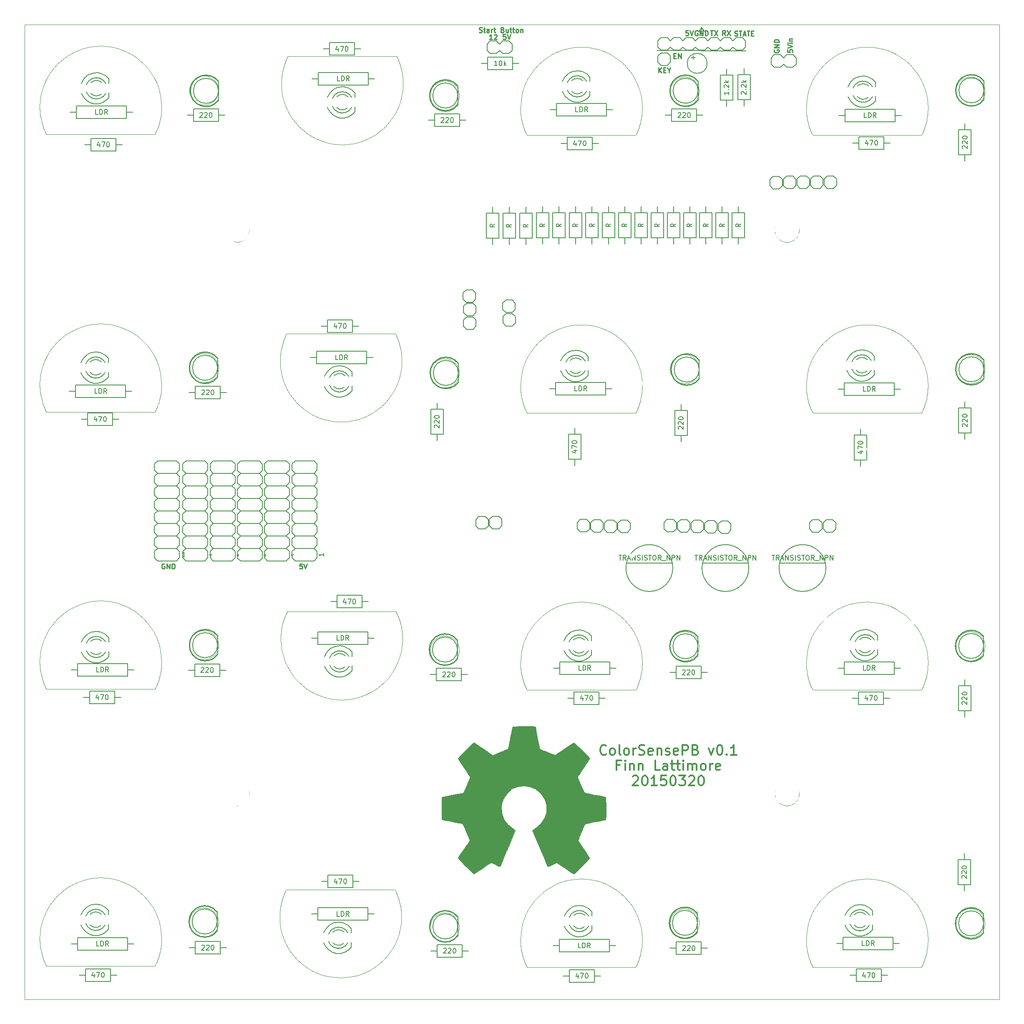
<source format=gto>
G04 #@! TF.FileFunction,Legend,Top*
%FSLAX46Y46*%
G04 Gerber Fmt 4.6, Leading zero omitted, Abs format (unit mm)*
G04 Created by KiCad (PCBNEW 0.201502231246+5447~21~ubuntu14.04.1-product) date Sat 28 Mar 2015 12:02:36 AEDT*
%MOMM*%
G01*
G04 APERTURE LIST*
%ADD10C,0.100000*%
%ADD11C,0.250000*%
%ADD12C,0.300000*%
%ADD13C,0.150000*%
%ADD14C,0.203000*%
%ADD15C,0.203200*%
%ADD16C,0.002540*%
%ADD17C,0.152400*%
%ADD18C,0.254000*%
%ADD19C,0.162560*%
%ADD20C,5.000000*%
%ADD21O,1.524000X1.524000*%
%ADD22C,1.524000*%
%ADD23C,1.520000*%
%ADD24C,1.998980*%
%ADD25O,1.524000X2.540000*%
%ADD26C,3.175000*%
%ADD27O,1.168400X1.168400*%
%ADD28O,1.879600X1.879600*%
%ADD29O,1.800000X1.800000*%
%ADD30C,1.000000*%
G04 APERTURE END LIST*
D10*
D11*
X190917581Y41587848D02*
X190917581Y41111657D01*
X191393771Y41064038D01*
X191346152Y41111657D01*
X191298533Y41206895D01*
X191298533Y41444991D01*
X191346152Y41540229D01*
X191393771Y41587848D01*
X191489010Y41635467D01*
X191727105Y41635467D01*
X191822343Y41587848D01*
X191869962Y41540229D01*
X191917581Y41444991D01*
X191917581Y41206895D01*
X191869962Y41111657D01*
X191822343Y41064038D01*
X190917581Y41921181D02*
X191917581Y42254514D01*
X190917581Y42587848D01*
X191917581Y42921181D02*
X191250914Y42921181D01*
X190917581Y42921181D02*
X190965200Y42873562D01*
X191012819Y42921181D01*
X190965200Y42968800D01*
X190917581Y42921181D01*
X191012819Y42921181D01*
X191250914Y43397371D02*
X191917581Y43397371D01*
X191346152Y43397371D02*
X191298533Y43444990D01*
X191250914Y43540228D01*
X191250914Y43683086D01*
X191298533Y43778324D01*
X191393771Y43825943D01*
X191917581Y43825943D01*
X188222000Y41554496D02*
X188174381Y41459258D01*
X188174381Y41316401D01*
X188222000Y41173543D01*
X188317238Y41078305D01*
X188412476Y41030686D01*
X188602952Y40983067D01*
X188745810Y40983067D01*
X188936286Y41030686D01*
X189031524Y41078305D01*
X189126762Y41173543D01*
X189174381Y41316401D01*
X189174381Y41411639D01*
X189126762Y41554496D01*
X189079143Y41602115D01*
X188745810Y41602115D01*
X188745810Y41411639D01*
X189174381Y42030686D02*
X188174381Y42030686D01*
X189174381Y42602115D01*
X188174381Y42602115D01*
X189174381Y43078305D02*
X188174381Y43078305D01*
X188174381Y43316400D01*
X188222000Y43459258D01*
X188317238Y43554496D01*
X188412476Y43602115D01*
X188602952Y43649734D01*
X188745810Y43649734D01*
X188936286Y43602115D01*
X189031524Y43554496D01*
X189126762Y43459258D01*
X189174381Y43316400D01*
X189174381Y43078305D01*
D10*
X81462728Y-108476957D02*
X81655262Y-109430608D01*
X80937673Y-107698199D02*
X81462728Y-108476957D01*
X80158912Y-107173141D02*
X80937673Y-107698199D01*
X79205260Y-106980609D02*
X80158912Y-107173141D01*
X78251612Y-107173141D02*
X79205260Y-106980609D01*
X77472848Y-107698199D02*
X78251612Y-107173141D01*
X76947796Y-108476957D02*
X77472848Y-107698199D01*
X76755261Y-109430608D02*
X76947796Y-108476957D01*
X76947796Y-110384260D02*
X76755261Y-109430608D01*
X77472848Y-111163021D02*
X76947796Y-110384260D01*
X78251612Y-111688076D02*
X77472848Y-111163021D01*
X79205260Y-111880608D02*
X78251612Y-111688076D01*
X80158912Y-111688076D02*
X79205260Y-111880608D01*
X80937673Y-111163021D02*
X80158912Y-111688076D01*
X81462728Y-110384260D02*
X80937673Y-111163021D01*
X81655262Y-109430608D02*
X81462728Y-110384260D01*
X193195123Y-108936847D02*
X193244879Y-109430608D01*
X193052347Y-108476957D02*
X193195123Y-108936847D01*
X192826457Y-108060792D02*
X193052347Y-108476957D01*
X192527301Y-107698199D02*
X192826457Y-108060792D01*
X192164702Y-107399029D02*
X192527301Y-107698199D01*
X191748537Y-107173141D02*
X192164702Y-107399029D01*
X191288656Y-107030385D02*
X191748537Y-107173141D01*
X190794880Y-106980609D02*
X191288656Y-107030385D01*
X190301132Y-107030385D02*
X190794880Y-106980609D01*
X189841251Y-107173141D02*
X190301132Y-107030385D01*
X189425086Y-107399029D02*
X189841251Y-107173141D01*
X189062487Y-107698199D02*
X189425086Y-107399029D01*
X188763303Y-108060792D02*
X189062487Y-107698199D01*
X188537413Y-108476957D02*
X188763303Y-108060792D01*
X188394665Y-108936847D02*
X188537413Y-108476957D01*
X188344881Y-109430608D02*
X188394665Y-108936847D01*
X188394665Y-109924370D02*
X188344881Y-109430608D01*
X188537413Y-110384260D02*
X188394665Y-109924370D01*
X188763303Y-110800428D02*
X188537413Y-110384260D01*
X189062487Y-111163021D02*
X188763303Y-110800428D01*
X189425086Y-111462188D02*
X189062487Y-111163021D01*
X189841251Y-111688076D02*
X189425086Y-111462188D01*
X190301132Y-111830832D02*
X189841251Y-111688076D01*
X190794880Y-111880608D02*
X190301132Y-111830832D01*
X191288656Y-111830832D02*
X190794880Y-111880608D01*
X191748537Y-111688076D02*
X191288656Y-111830832D01*
X192164702Y-111462188D02*
X191748537Y-111688076D01*
X192527301Y-111163021D02*
X192164702Y-111462188D01*
X192826457Y-110800428D02*
X192527301Y-111163021D01*
X193052347Y-110384260D02*
X192826457Y-110800428D01*
X193195123Y-109924370D02*
X193052347Y-110384260D01*
X193244879Y-109430608D02*
X193195123Y-109924370D01*
X81462728Y5902568D02*
X81655262Y4948916D01*
X80937673Y6681326D02*
X81462728Y5902568D01*
X80158912Y7206383D02*
X80937673Y6681326D01*
X79205260Y7398915D02*
X80158912Y7206383D01*
X78251612Y7206383D02*
X79205260Y7398915D01*
X77472848Y6681326D02*
X78251612Y7206383D01*
X76947796Y5902568D02*
X77472848Y6681326D01*
X76755261Y4948916D02*
X76947796Y5902568D01*
X76947796Y3995265D02*
X76755261Y4948916D01*
X77472848Y3216504D02*
X76947796Y3995265D01*
X78251612Y2691449D02*
X77472848Y3216504D01*
X79205260Y2498917D02*
X78251612Y2691449D01*
X80158912Y2691449D02*
X79205260Y2498917D01*
X80937673Y3216504D02*
X80158912Y2691449D01*
X81462728Y3995265D02*
X80937673Y3216504D01*
X81655262Y4948916D02*
X81462728Y3995265D01*
X193195123Y5442678D02*
X193244879Y4948916D01*
X193052347Y5902568D02*
X193195123Y5442678D01*
X192826457Y6318733D02*
X193052347Y5902568D01*
X192527301Y6681326D02*
X192826457Y6318733D01*
X192164702Y6980496D02*
X192527301Y6681326D01*
X191748537Y7206383D02*
X192164702Y6980496D01*
X191288656Y7349140D02*
X191748537Y7206383D01*
X190794880Y7398915D02*
X191288656Y7349140D01*
X190301132Y7349140D02*
X190794880Y7398915D01*
X189841251Y7206383D02*
X190301132Y7349140D01*
X189425086Y6980496D02*
X189841251Y7206383D01*
X189062487Y6681326D02*
X189425086Y6980496D01*
X188763303Y6318733D02*
X189062487Y6681326D01*
X188537413Y5902568D02*
X188763303Y6318733D01*
X188394665Y5442678D02*
X188537413Y5902568D01*
X188344881Y4948916D02*
X188394665Y5442678D01*
X188394665Y4455154D02*
X188344881Y4948916D01*
X188537413Y3995265D02*
X188394665Y4455154D01*
X188763303Y3579097D02*
X188537413Y3995265D01*
X189062487Y3216504D02*
X188763303Y3579097D01*
X189425086Y2917337D02*
X189062487Y3216504D01*
X189841251Y2691449D02*
X189425086Y2917337D01*
X190301132Y2548692D02*
X189841251Y2691449D01*
X190794880Y2498917D02*
X190301132Y2548692D01*
X191288656Y2548692D02*
X190794880Y2498917D01*
X191748537Y2691449D02*
X191288656Y2548692D01*
X192164702Y2917337D02*
X191748537Y2691449D01*
X192527301Y3216504D02*
X192164702Y2917337D01*
X192826457Y3579097D02*
X192527301Y3216504D01*
X193052347Y3995265D02*
X192826457Y3579097D01*
X193195123Y4455154D02*
X193052347Y3995265D01*
X193244879Y4948916D02*
X193195123Y4455154D01*
X36050068Y34340401D02*
X36050068Y46709148D01*
X36050068Y21971650D02*
X36050068Y34340401D01*
X36050068Y9602897D02*
X36050068Y21971650D01*
X36050068Y-2765853D02*
X36050068Y9602897D01*
X36050068Y-15134603D02*
X36050068Y-2765853D01*
X36050068Y-27503350D02*
X36050068Y-15134603D01*
X36050068Y-39872100D02*
X36050068Y-27503350D01*
X36050068Y-52240853D02*
X36050068Y-39872100D01*
X36050068Y-64609600D02*
X36050068Y-52240853D01*
X36050068Y-76978351D02*
X36050068Y-64609600D01*
X36050068Y-89347104D02*
X36050068Y-76978351D01*
X36050068Y-101715851D02*
X36050068Y-89347104D01*
X36050068Y-114084601D02*
X36050068Y-101715851D01*
X36050068Y-126453357D02*
X36050068Y-114084601D01*
X36050068Y-138822113D02*
X36050068Y-126453357D01*
X36050068Y-151190840D02*
X36050068Y-138822113D01*
X48418815Y-151190840D02*
X36050068Y-151190840D01*
X60787565Y-151190840D02*
X48418815Y-151190840D01*
X73156304Y-151190840D02*
X60787565Y-151190840D01*
X85525060Y-151190840D02*
X73156304Y-151190840D01*
X97893815Y-151190840D02*
X85525060Y-151190840D01*
X110262571Y-151190840D02*
X97893815Y-151190840D01*
X122631299Y-151190840D02*
X110262571Y-151190840D01*
X135000055Y-151190840D02*
X122631299Y-151190840D01*
X147368810Y-151190840D02*
X135000055Y-151190840D01*
X159737566Y-151190840D02*
X147368810Y-151190840D01*
X172106322Y-151190840D02*
X159737566Y-151190840D01*
X184475078Y-151190840D02*
X172106322Y-151190840D01*
X196843805Y-151190840D02*
X184475078Y-151190840D01*
X209212561Y-151190840D02*
X196843805Y-151190840D01*
X221581317Y-151190840D02*
X209212561Y-151190840D01*
X233950073Y-151190840D02*
X221581317Y-151190840D01*
X233950073Y-138822113D02*
X233950073Y-151190840D01*
X233950073Y-126453357D02*
X233950073Y-138822113D01*
X233950073Y-114084601D02*
X233950073Y-126453357D01*
X233950073Y-101715851D02*
X233950073Y-114084601D01*
X233950073Y-89347104D02*
X233950073Y-101715851D01*
X233950073Y-76978351D02*
X233950073Y-89347104D01*
X233950073Y-64609600D02*
X233950073Y-76978351D01*
X233950073Y-52240853D02*
X233950073Y-64609600D01*
X233950073Y-39872100D02*
X233950073Y-52240853D01*
X233950073Y-27503350D02*
X233950073Y-39872100D01*
X233950073Y-15134603D02*
X233950073Y-27503350D01*
X233950073Y-2765853D02*
X233950073Y-15134603D01*
X233950073Y9602897D02*
X233950073Y-2765853D01*
X233950073Y21971650D02*
X233950073Y9602897D01*
X233950073Y34340401D02*
X233950073Y21971650D01*
X233950073Y46709148D02*
X233950073Y34340401D01*
X221581317Y46709148D02*
X233950073Y46709148D01*
X209212561Y46709148D02*
X221581317Y46709148D01*
X196843805Y46709148D02*
X209212561Y46709148D01*
X184475078Y46709148D02*
X196843805Y46709148D01*
X172106322Y46709148D02*
X184475078Y46709148D01*
X159737566Y46709148D02*
X172106322Y46709148D01*
X147368810Y46709148D02*
X159737566Y46709148D01*
X135000055Y46709148D02*
X147368810Y46709148D01*
X122631299Y46709148D02*
X135000055Y46709148D01*
X110262571Y46709148D02*
X122631299Y46709148D01*
X97893815Y46709148D02*
X110262571Y46709148D01*
X85525060Y46709148D02*
X97893815Y46709148D01*
X73156304Y46709148D02*
X85525060Y46709148D01*
X60787565Y46709148D02*
X73156304Y46709148D01*
X48418815Y46709148D02*
X60787565Y46709148D01*
X36050068Y46709148D02*
X48418815Y46709148D01*
X72140400Y36270816D02*
X72442022Y36286028D01*
X71847493Y36226112D02*
X72140400Y36270816D01*
X71564785Y36153423D02*
X71847493Y36226112D01*
X71293744Y36054222D02*
X71564785Y36153423D01*
X71035870Y35929999D02*
X71293744Y36054222D01*
X70792642Y35782233D02*
X71035870Y35929999D01*
X70565546Y35612411D02*
X70792642Y35782233D01*
X70356067Y35422010D02*
X70565546Y35612411D01*
X70165666Y35212519D02*
X70356067Y35422010D01*
X69995833Y34985421D02*
X70165666Y35212519D01*
X69848075Y34742193D02*
X69995833Y34985421D01*
X69723852Y34484321D02*
X69848075Y34742193D01*
X69624657Y34213286D02*
X69723852Y34484321D01*
X69551956Y33930576D02*
X69624657Y34213286D01*
X69507252Y33637668D02*
X69551956Y33930576D01*
X69492097Y33336046D02*
X69507252Y33637668D01*
X69507252Y33034427D02*
X69492097Y33336046D01*
X69551956Y32741520D02*
X69507252Y33034427D01*
X69624657Y32458809D02*
X69551956Y32741520D01*
X69723852Y32187774D02*
X69624657Y32458809D01*
X69848075Y31929902D02*
X69723852Y32187774D01*
X69995833Y31686675D02*
X69848075Y31929902D01*
X70165666Y31459573D02*
X69995833Y31686675D01*
X70356067Y31250082D02*
X70165666Y31459573D01*
X70565546Y31059684D02*
X70356067Y31250082D01*
X70792642Y30889860D02*
X70565546Y31059684D01*
X71035870Y30742097D02*
X70792642Y30889860D01*
X71293744Y30617874D02*
X71035870Y30742097D01*
X71564785Y30518673D02*
X71293744Y30617874D01*
X71847493Y30445981D02*
X71564785Y30518673D01*
X72140400Y30401277D02*
X71847493Y30445981D01*
X72442022Y30386065D02*
X72140400Y30401277D01*
X72743647Y30401277D02*
X72442022Y30386065D01*
X73036554Y30445981D02*
X72743647Y30401277D01*
X73319262Y30518673D02*
X73036554Y30445981D01*
X73590302Y30617874D02*
X73319262Y30518673D01*
X73848177Y30742097D02*
X73590302Y30617874D01*
X74091405Y30889860D02*
X73848177Y30742097D01*
X74318498Y31059684D02*
X74091405Y30889860D01*
X74527997Y31250082D02*
X74318498Y31059684D01*
X74718378Y31459573D02*
X74527997Y31250082D01*
X74888214Y31686675D02*
X74718378Y31459573D01*
X75035969Y31929902D02*
X74888214Y31686675D01*
X75160195Y32187774D02*
X75035969Y31929902D01*
X75259390Y32458809D02*
X75160195Y32187774D01*
X75332090Y32741520D02*
X75259390Y32458809D01*
X75376794Y33034427D02*
X75332090Y32741520D01*
X75391950Y33336046D02*
X75376794Y33034427D01*
X75376794Y33637668D02*
X75391950Y33336046D01*
X75332090Y33930576D02*
X75376794Y33637668D01*
X75259390Y34213286D02*
X75332090Y33930576D01*
X75160195Y34484321D02*
X75259390Y34213286D01*
X75035969Y34742193D02*
X75160195Y34484321D01*
X74888214Y34985421D02*
X75035969Y34742193D01*
X74718378Y35212519D02*
X74888214Y34985421D01*
X74527997Y35422010D02*
X74718378Y35212519D01*
X74318498Y35612411D02*
X74527997Y35422010D01*
X74091405Y35782233D02*
X74318498Y35612411D01*
X73848177Y35929999D02*
X74091405Y35782233D01*
X73590302Y36054222D02*
X73848177Y35929999D01*
X73319262Y36153423D02*
X73590302Y36054222D01*
X73036554Y36226112D02*
X73319262Y36153423D01*
X72743647Y36270816D02*
X73036554Y36226112D01*
X72442022Y36286028D02*
X72743647Y36270816D01*
X39126842Y29962825D02*
X39126856Y29962825D01*
X39132486Y29589332D02*
X39126842Y29962825D01*
X39149295Y29218723D02*
X39132486Y29589332D01*
X39177083Y28851137D02*
X39149295Y29218723D01*
X39215663Y28486706D02*
X39177083Y28851137D01*
X39264851Y28125575D02*
X39215663Y28486706D01*
X39324460Y27767872D02*
X39264851Y28125575D01*
X39394304Y27413743D02*
X39324460Y27767872D01*
X39474197Y27063321D02*
X39394304Y27413743D01*
X39563954Y26716744D02*
X39474197Y27063321D01*
X39663387Y26374152D02*
X39563954Y26716744D01*
X39772313Y26035677D02*
X39663387Y26374152D01*
X39890544Y25701461D02*
X39772313Y26035677D01*
X40017895Y25371642D02*
X39890544Y25701461D01*
X40154180Y25046353D02*
X40017895Y25371642D01*
X40299212Y24725734D02*
X40154180Y25046353D01*
X40452806Y24409922D02*
X40299212Y24725734D01*
X41831935Y24409922D02*
X40452806Y24409922D01*
X43211063Y24409922D02*
X41831935Y24409922D01*
X44590191Y24409922D02*
X43211063Y24409922D01*
X45969319Y24409922D02*
X44590191Y24409922D01*
X47348447Y24409922D02*
X45969319Y24409922D01*
X48727575Y24409922D02*
X47348447Y24409922D01*
X50106704Y24409922D02*
X48727575Y24409922D01*
X51485832Y24409922D02*
X50106704Y24409922D01*
X52864960Y24409922D02*
X51485832Y24409922D01*
X54244088Y24409922D02*
X52864960Y24409922D01*
X55623216Y24409922D02*
X54244088Y24409922D01*
X57002344Y24409922D02*
X55623216Y24409922D01*
X58381473Y24409922D02*
X57002344Y24409922D01*
X59760601Y24409922D02*
X58381473Y24409922D01*
X61139730Y24409922D02*
X59760601Y24409922D01*
X62518857Y24409922D02*
X61139730Y24409922D01*
X62672248Y24725672D02*
X62518857Y24409922D01*
X62816870Y25046257D02*
X62672248Y24725672D01*
X62952571Y25371538D02*
X62816870Y25046257D01*
X63079190Y25701373D02*
X62952571Y25371538D01*
X63196572Y26035621D02*
X63079190Y25701373D01*
X63304564Y26374135D02*
X63196572Y26035621D01*
X63403012Y26716775D02*
X63304564Y26374135D01*
X63491753Y27063403D02*
X63403012Y26716775D01*
X63570640Y27413872D02*
X63491753Y27063403D01*
X63639514Y27768044D02*
X63570640Y27413872D01*
X63698219Y28125772D02*
X63639514Y27768044D01*
X63746597Y28486918D02*
X63698219Y28125772D01*
X63784497Y28851338D02*
X63746597Y28486918D01*
X63811760Y29218890D02*
X63784497Y28851338D01*
X63828241Y29589433D02*
X63811760Y29218890D01*
X63833773Y29962825D02*
X63828241Y29589433D01*
X63769985Y31227118D02*
X63833773Y29962825D01*
X63582759Y32454923D02*
X63769985Y31227118D01*
X63278312Y33640016D02*
X63582759Y32454923D01*
X62862855Y34776184D02*
X63278312Y33640016D01*
X62342604Y35857202D02*
X62862855Y34776184D01*
X61723770Y36876851D02*
X62342604Y35857202D01*
X61012564Y37828911D02*
X61723770Y36876851D01*
X60215205Y38707164D02*
X61012564Y37828911D01*
X59337903Y39505384D02*
X60215205Y38707164D01*
X58386871Y40217361D02*
X59337903Y39505384D01*
X57368324Y40836864D02*
X58386871Y40217361D01*
X56288474Y41357679D02*
X57368324Y40836864D01*
X55153535Y41773585D02*
X56288474Y41357679D01*
X53969719Y42078362D02*
X55153535Y41773585D01*
X52743242Y42265789D02*
X53969719Y42078362D01*
X51480315Y42329647D02*
X52743242Y42265789D01*
X50217388Y42265789D02*
X51480315Y42329647D01*
X48990910Y42078362D02*
X50217388Y42265789D01*
X47807095Y41773585D02*
X48990910Y42078362D01*
X46672156Y41357679D02*
X47807095Y41773585D01*
X45592306Y40836864D02*
X46672156Y41357679D01*
X44573758Y40217361D02*
X45592306Y40836864D01*
X43622727Y39505384D02*
X44573758Y40217361D01*
X42745424Y38707164D02*
X43622727Y39505384D01*
X41948064Y37828911D02*
X42745424Y38707164D01*
X41236860Y36876851D02*
X41948064Y37828911D01*
X40618026Y35857202D02*
X41236860Y36876851D01*
X40097773Y34776184D02*
X40618026Y35857202D01*
X39682317Y33640016D02*
X40097773Y34776184D01*
X39377869Y32454923D02*
X39682317Y33640016D01*
X39190645Y31227118D02*
X39377869Y32454923D01*
X39126856Y29962825D02*
X39190645Y31227118D01*
X121013909Y35238193D02*
X121315531Y35253405D01*
X120721001Y35193489D02*
X121013909Y35238193D01*
X120438294Y35120800D02*
X120721001Y35193489D01*
X120167253Y35021599D02*
X120438294Y35120800D01*
X119909378Y34897376D02*
X120167253Y35021599D01*
X119666151Y34749610D02*
X119909378Y34897376D01*
X119439055Y34579788D02*
X119666151Y34749610D01*
X119229576Y34389390D02*
X119439055Y34579788D01*
X119039174Y34179896D02*
X119229576Y34389390D01*
X118869339Y33952798D02*
X119039174Y34179896D01*
X118721584Y33709570D02*
X118869339Y33952798D01*
X118597361Y33451698D02*
X118721584Y33709570D01*
X118498163Y33180663D02*
X118597361Y33451698D01*
X118425465Y32897953D02*
X118498163Y33180663D01*
X118380761Y32605045D02*
X118425465Y32897953D01*
X118365606Y32303423D02*
X118380761Y32605045D01*
X118380761Y32001804D02*
X118365606Y32303423D01*
X118425465Y31708897D02*
X118380761Y32001804D01*
X118498163Y31426186D02*
X118425465Y31708897D01*
X118597361Y31155151D02*
X118498163Y31426186D01*
X118721584Y30897279D02*
X118597361Y31155151D01*
X118869339Y30654052D02*
X118721584Y30897279D01*
X119039174Y30426950D02*
X118869339Y30654052D01*
X119229576Y30217460D02*
X119039174Y30426950D01*
X119439055Y30027061D02*
X119229576Y30217460D01*
X119666151Y29857237D02*
X119439055Y30027061D01*
X119909378Y29709474D02*
X119666151Y29857237D01*
X120167253Y29585251D02*
X119909378Y29709474D01*
X120438294Y29486050D02*
X120167253Y29585251D01*
X120721001Y29413358D02*
X120438294Y29486050D01*
X121013909Y29368654D02*
X120721001Y29413358D01*
X121315531Y29353414D02*
X121013909Y29368654D01*
X121617156Y29368654D02*
X121315531Y29353414D01*
X121910063Y29413358D02*
X121617156Y29368654D01*
X122192771Y29486050D02*
X121910063Y29413358D01*
X122463811Y29585251D02*
X122192771Y29486050D01*
X122721686Y29709474D02*
X122463811Y29585251D01*
X122964914Y29857237D02*
X122721686Y29709474D01*
X123192007Y30027061D02*
X122964914Y29857237D01*
X123401506Y30217460D02*
X123192007Y30027061D01*
X123591887Y30426950D02*
X123401506Y30217460D01*
X123761723Y30654052D02*
X123591887Y30426950D01*
X123909478Y30897279D02*
X123761723Y30654052D01*
X124033703Y31155151D02*
X123909478Y30897279D01*
X124132899Y31426186D02*
X124033703Y31155151D01*
X124205599Y31708897D02*
X124132899Y31426186D01*
X124250303Y32001804D02*
X124205599Y31708897D01*
X124265459Y32303423D02*
X124250303Y32001804D01*
X124250303Y32605045D02*
X124265459Y32303423D01*
X124205599Y32897953D02*
X124250303Y32605045D01*
X124132899Y33180663D02*
X124205599Y32897953D01*
X124033703Y33451698D02*
X124132899Y33180663D01*
X123909478Y33709570D02*
X124033703Y33451698D01*
X123761723Y33952798D02*
X123909478Y33709570D01*
X123591887Y34179896D02*
X123761723Y33952798D01*
X123401506Y34389390D02*
X123591887Y34179896D01*
X123192007Y34579788D02*
X123401506Y34389390D01*
X122964914Y34749610D02*
X123192007Y34579788D01*
X122721686Y34897376D02*
X122964914Y34749610D01*
X122463811Y35021599D02*
X122721686Y34897376D01*
X122192771Y35120800D02*
X122463811Y35021599D01*
X121910063Y35193489D02*
X122192771Y35120800D01*
X121617156Y35238193D02*
X121910063Y35193489D01*
X121315531Y35253405D02*
X121617156Y35238193D01*
X88157609Y34686299D02*
X88157645Y34686299D01*
X88163253Y35059792D02*
X88157609Y34686299D01*
X88180074Y35430400D02*
X88163253Y35059792D01*
X88207873Y35797986D02*
X88180074Y35430400D01*
X88246452Y36162417D02*
X88207873Y35797986D01*
X88295641Y36523549D02*
X88246452Y36162417D01*
X88355249Y36881251D02*
X88295641Y36523549D01*
X88425093Y37235381D02*
X88355249Y36881251D01*
X88504988Y37585802D02*
X88425093Y37235381D01*
X88594743Y37932379D02*
X88504988Y37585802D01*
X88694178Y38274972D02*
X88594743Y37932379D01*
X88803102Y38613447D02*
X88694178Y38274972D01*
X88921333Y38947663D02*
X88803102Y38613447D01*
X89048686Y39277482D02*
X88921333Y38947663D01*
X89184968Y39602771D02*
X89048686Y39277482D01*
X89330002Y39923389D02*
X89184968Y39602771D01*
X89483596Y40239202D02*
X89330002Y39923389D01*
X90862723Y40239202D02*
X89483596Y40239202D01*
X92241853Y40239202D02*
X90862723Y40239202D01*
X93620979Y40239202D02*
X92241853Y40239202D01*
X95000109Y40239202D02*
X93620979Y40239202D01*
X96379236Y40239202D02*
X95000109Y40239202D01*
X97758366Y40239202D02*
X96379236Y40239202D01*
X99137493Y40239202D02*
X97758366Y40239202D01*
X100516622Y40239202D02*
X99137493Y40239202D01*
X101895749Y40239202D02*
X100516622Y40239202D01*
X103274879Y40239202D02*
X101895749Y40239202D01*
X104654006Y40239202D02*
X103274879Y40239202D01*
X106033135Y40239202D02*
X104654006Y40239202D01*
X107412262Y40239202D02*
X106033135Y40239202D01*
X108791392Y40239202D02*
X107412262Y40239202D01*
X110170519Y40239202D02*
X108791392Y40239202D01*
X111549648Y40239202D02*
X110170519Y40239202D01*
X111703039Y39923452D02*
X111549648Y40239202D01*
X111847661Y39602867D02*
X111703039Y39923452D01*
X111983362Y39277586D02*
X111847661Y39602867D01*
X112109978Y38947750D02*
X111983362Y39277586D01*
X112227363Y38613503D02*
X112109978Y38947750D01*
X112335355Y38274989D02*
X112227363Y38613503D01*
X112433803Y37932348D02*
X112335355Y38274989D01*
X112522548Y37585720D02*
X112433803Y37932348D01*
X112601431Y37235251D02*
X112522548Y37585720D01*
X112670305Y36881079D02*
X112601431Y37235251D01*
X112729010Y36523351D02*
X112670305Y36881079D01*
X112777389Y36162205D02*
X112729010Y36523351D01*
X112815288Y35797786D02*
X112777389Y36162205D01*
X112842551Y35430234D02*
X112815288Y35797786D01*
X112859033Y35059690D02*
X112842551Y35430234D01*
X112864564Y34686299D02*
X112859033Y35059690D01*
X112800776Y33422005D02*
X112864564Y34686299D01*
X112613550Y32194200D02*
X112800776Y33422005D01*
X112309103Y31009107D02*
X112613550Y32194200D01*
X111893646Y29872940D02*
X112309103Y31009107D01*
X111373395Y28791921D02*
X111893646Y29872940D01*
X110754561Y27772272D02*
X111373395Y28791921D01*
X110043355Y26820212D02*
X110754561Y27772272D01*
X109245995Y25941959D02*
X110043355Y26820212D01*
X108368694Y25143739D02*
X109245995Y25941959D01*
X107417661Y24431763D02*
X108368694Y25143739D01*
X106399113Y23812260D02*
X107417661Y24431763D01*
X105319263Y23291444D02*
X106399113Y23812260D01*
X104184326Y22875539D02*
X105319263Y23291444D01*
X103000511Y22570761D02*
X104184326Y22875539D01*
X101774032Y22383335D02*
X103000511Y22570761D01*
X100511105Y22319476D02*
X101774032Y22383335D01*
X99248177Y22383335D02*
X100511105Y22319476D01*
X98021699Y22570761D02*
X99248177Y22383335D01*
X96837884Y22875539D02*
X98021699Y22570761D01*
X95702947Y23291444D02*
X96837884Y22875539D01*
X94623097Y23812260D02*
X95702947Y23291444D01*
X93604548Y24431763D02*
X94623097Y23812260D01*
X92653516Y25143739D02*
X93604548Y24431763D01*
X91776214Y25941959D02*
X92653516Y25143739D01*
X90978855Y26820212D02*
X91776214Y25941959D01*
X90267649Y27772272D02*
X90978855Y26820212D01*
X89648815Y28791921D02*
X90267649Y27772272D01*
X89128563Y29872940D02*
X89648815Y28791921D01*
X88713107Y31009107D02*
X89128563Y29872940D01*
X88408660Y32194203D02*
X88713107Y31009107D01*
X88221433Y33422005D02*
X88408660Y32194203D01*
X88157645Y34686299D02*
X88221433Y33422005D01*
X169708404Y36064144D02*
X170010026Y36079384D01*
X169415497Y36019440D02*
X169708404Y36064144D01*
X169132789Y35946751D02*
X169415497Y36019440D01*
X168861748Y35847550D02*
X169132789Y35946751D01*
X168603874Y35723327D02*
X168861748Y35847550D01*
X168360646Y35575561D02*
X168603874Y35723327D01*
X168133550Y35405740D02*
X168360646Y35575561D01*
X167924071Y35215339D02*
X168133550Y35405740D01*
X167733670Y35005848D02*
X167924071Y35215339D01*
X167563834Y34778749D02*
X167733670Y35005848D01*
X167416079Y34535522D02*
X167563834Y34778749D01*
X167291853Y34277650D02*
X167416079Y34535522D01*
X167192658Y34006615D02*
X167291853Y34277650D01*
X167119960Y33723904D02*
X167192658Y34006615D01*
X167075256Y33430997D02*
X167119960Y33723904D01*
X167060101Y33129375D02*
X167075256Y33430997D01*
X167075256Y32827755D02*
X167060101Y33129375D01*
X167119960Y32534848D02*
X167075256Y32827755D01*
X167192658Y32252138D02*
X167119960Y32534848D01*
X167291853Y31981103D02*
X167192658Y32252138D01*
X167416079Y31723231D02*
X167291853Y31981103D01*
X167563834Y31480003D02*
X167416079Y31723231D01*
X167733670Y31252902D02*
X167563834Y31480003D01*
X167924071Y31043411D02*
X167733670Y31252902D01*
X168133550Y30853013D02*
X167924071Y31043411D01*
X168360646Y30683188D02*
X168133550Y30853013D01*
X168603874Y30535425D02*
X168360646Y30683188D01*
X168861748Y30411202D02*
X168603874Y30535425D01*
X169132789Y30312001D02*
X168861748Y30411202D01*
X169415497Y30239309D02*
X169132789Y30312001D01*
X169708404Y30194605D02*
X169415497Y30239309D01*
X170010026Y30179365D02*
X169708404Y30194605D01*
X170311651Y30194605D02*
X170010026Y30179365D01*
X170604558Y30239309D02*
X170311651Y30194605D01*
X170887263Y30312001D02*
X170604558Y30239309D01*
X171158306Y30411202D02*
X170887263Y30312001D01*
X171416181Y30535425D02*
X171158306Y30411202D01*
X171659409Y30683188D02*
X171416181Y30535425D01*
X171886502Y30853013D02*
X171659409Y30683188D01*
X172096001Y31043411D02*
X171886502Y30853013D01*
X172286382Y31252902D02*
X172096001Y31043411D01*
X172456218Y31480003D02*
X172286382Y31252902D01*
X172603973Y31723231D02*
X172456218Y31480003D01*
X172728199Y31981103D02*
X172603973Y31723231D01*
X172827394Y32252138D02*
X172728199Y31981103D01*
X172900094Y32534848D02*
X172827394Y32252138D01*
X172944798Y32827755D02*
X172900094Y32534848D01*
X172959954Y33129375D02*
X172944798Y32827755D01*
X172944798Y33430997D02*
X172959954Y33129375D01*
X172900094Y33723904D02*
X172944798Y33430997D01*
X172827394Y34006615D02*
X172900094Y33723904D01*
X172728199Y34277650D02*
X172827394Y34006615D01*
X172603973Y34535522D02*
X172728199Y34277650D01*
X172456218Y34778749D02*
X172603973Y34535522D01*
X172286382Y35005848D02*
X172456218Y34778749D01*
X172096001Y35215339D02*
X172286382Y35005848D01*
X171886502Y35405740D02*
X172096001Y35215339D01*
X171659409Y35575561D02*
X171886502Y35405740D01*
X171416181Y35723327D02*
X171659409Y35575561D01*
X171158306Y35847550D02*
X171416181Y35723327D01*
X170887263Y35946751D02*
X171158306Y35847550D01*
X170604558Y36019440D02*
X170887263Y35946751D01*
X170311651Y36064144D02*
X170604558Y36019440D01*
X170010026Y36079384D02*
X170311651Y36064144D01*
X136694850Y29756210D02*
X136694886Y29756210D01*
X136700494Y29382717D02*
X136694850Y29756210D01*
X136717315Y29012108D02*
X136700494Y29382717D01*
X136745114Y28644522D02*
X136717315Y29012108D01*
X136783693Y28280092D02*
X136745114Y28644522D01*
X136832882Y27918960D02*
X136783693Y28280092D01*
X136892490Y27561257D02*
X136832882Y27918960D01*
X136962334Y27207128D02*
X136892490Y27561257D01*
X137042229Y26856707D02*
X136962334Y27207128D01*
X137131984Y26510129D02*
X137042229Y26856707D01*
X137231419Y26167537D02*
X137131984Y26510129D01*
X137340343Y25829062D02*
X137231419Y26167537D01*
X137458574Y25494846D02*
X137340343Y25829062D01*
X137585927Y25165027D02*
X137458574Y25494846D01*
X137722209Y24839738D02*
X137585927Y25165027D01*
X137867243Y24519119D02*
X137722209Y24839738D01*
X138020837Y24203307D02*
X137867243Y24519119D01*
X139399964Y24203307D02*
X138020837Y24203307D01*
X140779094Y24203307D02*
X139399964Y24203307D01*
X142158223Y24203307D02*
X140779094Y24203307D01*
X143537350Y24203307D02*
X142158223Y24203307D01*
X144916477Y24203307D02*
X143537350Y24203307D01*
X146295607Y24203307D02*
X144916477Y24203307D01*
X147674736Y24203307D02*
X146295607Y24203307D01*
X149053863Y24203307D02*
X147674736Y24203307D01*
X150432990Y24203307D02*
X149053863Y24203307D01*
X151812120Y24203307D02*
X150432990Y24203307D01*
X153191250Y24203307D02*
X151812120Y24203307D01*
X154570376Y24203307D02*
X153191250Y24203307D01*
X155949506Y24203307D02*
X154570376Y24203307D01*
X157328633Y24203307D02*
X155949506Y24203307D01*
X158707760Y24203307D02*
X157328633Y24203307D01*
X160086889Y24203307D02*
X158707760Y24203307D01*
X160240280Y24519057D02*
X160086889Y24203307D01*
X160384902Y24839642D02*
X160240280Y24519057D01*
X160520603Y25164923D02*
X160384902Y24839642D01*
X160647222Y25494759D02*
X160520603Y25164923D01*
X160764604Y25829006D02*
X160647222Y25494759D01*
X160872596Y26167520D02*
X160764604Y25829006D01*
X160971044Y26510160D02*
X160872596Y26167520D01*
X161059789Y26856788D02*
X160971044Y26510160D01*
X161138672Y27207258D02*
X161059789Y26856788D01*
X161207546Y27561430D02*
X161138672Y27207258D01*
X161266251Y27919158D02*
X161207546Y27561430D01*
X161314630Y28280303D02*
X161266251Y27919158D01*
X161352529Y28644723D02*
X161314630Y28280303D01*
X161379792Y29012275D02*
X161352529Y28644723D01*
X161396274Y29382818D02*
X161379792Y29012275D01*
X161401805Y29756210D02*
X161396274Y29382818D01*
X161338017Y31020503D02*
X161401805Y29756210D01*
X161150791Y32248305D02*
X161338017Y31020503D01*
X160846344Y33433402D02*
X161150791Y32248305D01*
X160430887Y34569569D02*
X160846344Y33433402D01*
X159910636Y35650587D02*
X160430887Y34569569D01*
X159291802Y36670236D02*
X159910636Y35650587D01*
X158580596Y37622296D02*
X159291802Y36670236D01*
X157783236Y38500549D02*
X158580596Y37622296D01*
X156905935Y39298770D02*
X157783236Y38500549D01*
X155954902Y40010746D02*
X156905935Y39298770D01*
X154936354Y40630249D02*
X155954902Y40010746D01*
X153856504Y41151065D02*
X154936354Y40630249D01*
X152721567Y41566970D02*
X153856504Y41151065D01*
X151537752Y41871747D02*
X152721567Y41566970D01*
X150311273Y42059174D02*
X151537752Y41871747D01*
X149048346Y42123032D02*
X150311273Y42059174D01*
X147785418Y42059174D02*
X149048346Y42123032D01*
X146558940Y41871747D02*
X147785418Y42059174D01*
X145375125Y41566970D02*
X146558940Y41871747D01*
X144240188Y41151065D02*
X145375125Y41566970D01*
X143160338Y40630249D02*
X144240188Y41151065D01*
X142141789Y40010746D02*
X143160338Y40630249D01*
X141190757Y39298770D02*
X142141789Y40010746D01*
X140313455Y38500549D02*
X141190757Y39298770D01*
X139516096Y37622296D02*
X140313455Y38500549D01*
X138804890Y36670236D02*
X139516096Y37622296D01*
X138186056Y35650587D02*
X138804890Y36670236D01*
X137665804Y34569569D02*
X138186056Y35650587D01*
X137250348Y33433402D02*
X137665804Y34569569D01*
X136945901Y32248305D02*
X137250348Y33433402D01*
X136758674Y31020503D02*
X136945901Y32248305D01*
X136694886Y29756210D02*
X136758674Y31020503D01*
X194699278Y29756210D02*
X194699314Y29756210D01*
X194704922Y29382717D02*
X194699278Y29756210D01*
X194721742Y29012108D02*
X194704922Y29382717D01*
X194749541Y28644522D02*
X194721742Y29012108D01*
X194788121Y28280092D02*
X194749541Y28644522D01*
X194837310Y27918960D02*
X194788121Y28280092D01*
X194896918Y27561257D02*
X194837310Y27918960D01*
X194966762Y27207128D02*
X194896918Y27561257D01*
X195046656Y26856707D02*
X194966762Y27207128D01*
X195136412Y26510129D02*
X195046656Y26856707D01*
X195235847Y26167537D02*
X195136412Y26510129D01*
X195344771Y25829062D02*
X195235847Y26167537D01*
X195463002Y25494846D02*
X195344771Y25829062D01*
X195590355Y25165027D02*
X195463002Y25494846D01*
X195726637Y24839738D02*
X195590355Y25165027D01*
X195871671Y24519119D02*
X195726637Y24839738D01*
X196025265Y24203307D02*
X195871671Y24519119D01*
X197404395Y24203307D02*
X196025265Y24203307D01*
X198783521Y24203307D02*
X197404395Y24203307D01*
X200162648Y24203307D02*
X198783521Y24203307D01*
X201541778Y24203307D02*
X200162648Y24203307D01*
X202920908Y24203307D02*
X201541778Y24203307D01*
X204300034Y24203307D02*
X202920908Y24203307D01*
X205679164Y24203307D02*
X204300034Y24203307D01*
X207058291Y24203307D02*
X205679164Y24203307D01*
X208437421Y24203307D02*
X207058291Y24203307D01*
X209816548Y24203307D02*
X208437421Y24203307D01*
X211195674Y24203307D02*
X209816548Y24203307D01*
X212574804Y24203307D02*
X211195674Y24203307D01*
X213953934Y24203307D02*
X212574804Y24203307D01*
X215333061Y24203307D02*
X213953934Y24203307D01*
X216712190Y24203307D02*
X215333061Y24203307D01*
X218091317Y24203307D02*
X216712190Y24203307D01*
X218244708Y24519057D02*
X218091317Y24203307D01*
X218389330Y24839642D02*
X218244708Y24519057D01*
X218525031Y25164923D02*
X218389330Y24839642D01*
X218651650Y25494759D02*
X218525031Y25164923D01*
X218769032Y25829006D02*
X218651650Y25494759D01*
X218877024Y26167520D02*
X218769032Y25829006D01*
X218975472Y26510160D02*
X218877024Y26167520D01*
X219064216Y26856788D02*
X218975472Y26510160D01*
X219143100Y27207258D02*
X219064216Y26856788D01*
X219211974Y27561430D02*
X219143100Y27207258D01*
X219270679Y27919158D02*
X219211974Y27561430D01*
X219319057Y28280303D02*
X219270679Y27919158D01*
X219356957Y28644723D02*
X219319057Y28280303D01*
X219384220Y29012275D02*
X219356957Y28644723D01*
X219400701Y29382818D02*
X219384220Y29012275D01*
X219406233Y29756210D02*
X219400701Y29382818D01*
X219342445Y31020503D02*
X219406233Y29756210D01*
X219155219Y32248308D02*
X219342445Y31020503D01*
X218850772Y33433402D02*
X219155219Y32248308D01*
X218435315Y34569569D02*
X218850772Y33433402D01*
X217915064Y35650587D02*
X218435315Y34569569D01*
X217296230Y36670236D02*
X217915064Y35650587D01*
X216585024Y37622296D02*
X217296230Y36670236D01*
X215787664Y38500549D02*
X216585024Y37622296D01*
X214910362Y39298770D02*
X215787664Y38500549D01*
X213959330Y40010746D02*
X214910362Y39298770D01*
X212940781Y40630249D02*
X213959330Y40010746D01*
X211860932Y41151065D02*
X212940781Y40630249D01*
X210725995Y41566970D02*
X211860932Y41151065D01*
X209542180Y41871747D02*
X210725995Y41566970D01*
X208315701Y42059174D02*
X209542180Y41871747D01*
X207052774Y42123032D02*
X208315701Y42059174D01*
X205789846Y42059174D02*
X207052774Y42123032D01*
X204563368Y41871747D02*
X205789846Y42059174D01*
X203379553Y41566970D02*
X204563368Y41871747D01*
X202244616Y41151065D02*
X203379553Y41566970D01*
X201164766Y40630249D02*
X202244616Y41151065D01*
X200146217Y40010746D02*
X201164766Y40630249D01*
X199195185Y39298770D02*
X200146217Y40010746D01*
X198317883Y38500549D02*
X199195185Y39298770D01*
X197520523Y37622296D02*
X198317883Y38500549D01*
X196809318Y36670236D02*
X197520523Y37622296D01*
X196190483Y35650587D02*
X196809318Y36670236D01*
X195670232Y34569569D02*
X196190483Y35650587D01*
X195254776Y33433402D02*
X195670232Y34569569D01*
X194950328Y32248305D02*
X195254776Y33433402D01*
X194763102Y31020503D02*
X194950328Y32248305D01*
X194699314Y29756210D02*
X194763102Y31020503D01*
X227712860Y36064201D02*
X228014485Y36079441D01*
X227419953Y36019497D02*
X227712860Y36064201D01*
X227137248Y35946808D02*
X227419953Y36019497D01*
X226866204Y35847607D02*
X227137248Y35946808D01*
X226608330Y35723384D02*
X226866204Y35847607D01*
X226365105Y35575618D02*
X226608330Y35723384D01*
X226138009Y35405796D02*
X226365105Y35575618D01*
X225928527Y35215395D02*
X226138009Y35405796D01*
X225738128Y35005904D02*
X225928527Y35215395D01*
X225568293Y34778806D02*
X225738128Y35005904D01*
X225420538Y34535578D02*
X225568293Y34778806D01*
X225296312Y34277706D02*
X225420538Y34535578D01*
X225197117Y34006671D02*
X225296312Y34277706D01*
X225124416Y33723961D02*
X225197117Y34006671D01*
X225079715Y33431053D02*
X225124416Y33723961D01*
X225064560Y33129431D02*
X225079715Y33431053D01*
X225079715Y32827812D02*
X225064560Y33129431D01*
X225124416Y32534905D02*
X225079715Y32827812D01*
X225197117Y32252194D02*
X225124416Y32534905D01*
X225296312Y31981159D02*
X225197117Y32252194D01*
X225420538Y31723287D02*
X225296312Y31981159D01*
X225568293Y31480060D02*
X225420538Y31723287D01*
X225738128Y31252958D02*
X225568293Y31480060D01*
X225928527Y31043468D02*
X225738128Y31252958D01*
X226138009Y30853069D02*
X225928527Y31043468D01*
X226365105Y30683245D02*
X226138009Y30853069D01*
X226608330Y30535482D02*
X226365105Y30683245D01*
X226866204Y30411259D02*
X226608330Y30535482D01*
X227137248Y30312058D02*
X226866204Y30411259D01*
X227419953Y30239366D02*
X227137248Y30312058D01*
X227712860Y30194662D02*
X227419953Y30239366D01*
X228014485Y30179422D02*
X227712860Y30194662D01*
X228316107Y30194662D02*
X228014485Y30179422D01*
X228609014Y30239366D02*
X228316107Y30194662D01*
X228891722Y30312058D02*
X228609014Y30239366D01*
X229162762Y30411259D02*
X228891722Y30312058D01*
X229420640Y30535482D02*
X229162762Y30411259D01*
X229663865Y30683245D02*
X229420640Y30535482D01*
X229890961Y30853069D02*
X229663865Y30683245D01*
X230100457Y31043468D02*
X229890961Y30853069D01*
X230290841Y31252958D02*
X230100457Y31043468D01*
X230460677Y31480060D02*
X230290841Y31252958D01*
X230608432Y31723287D02*
X230460677Y31480060D01*
X230732657Y31981159D02*
X230608432Y31723287D01*
X230831853Y32252194D02*
X230732657Y31981159D01*
X230904550Y32534905D02*
X230831853Y32252194D01*
X230949254Y32827812D02*
X230904550Y32534905D01*
X230964410Y33129431D02*
X230949254Y32827812D01*
X230949254Y33431053D02*
X230964410Y33129431D01*
X230904550Y33723961D02*
X230949254Y33431053D01*
X230831853Y34006671D02*
X230904550Y33723961D01*
X230732657Y34277706D02*
X230831853Y34006671D01*
X230608432Y34535578D02*
X230732657Y34277706D01*
X230460677Y34778806D02*
X230608432Y34535578D01*
X230290841Y35005904D02*
X230460677Y34778806D01*
X230100457Y35215395D02*
X230290841Y35005904D01*
X229890961Y35405796D02*
X230100457Y35215395D01*
X229663865Y35575618D02*
X229890961Y35405796D01*
X229420640Y35723384D02*
X229663865Y35575618D01*
X229162762Y35847607D02*
X229420640Y35723384D01*
X228891722Y35946808D02*
X229162762Y35847607D01*
X228609014Y36019497D02*
X228891722Y35946808D01*
X228316107Y36064201D02*
X228609014Y36019497D01*
X228014485Y36079441D02*
X228316107Y36064201D01*
X72140400Y-20100083D02*
X72442022Y-20084871D01*
X71847493Y-20144787D02*
X72140400Y-20100083D01*
X71564785Y-20217476D02*
X71847493Y-20144787D01*
X71293744Y-20316677D02*
X71564785Y-20217476D01*
X71035870Y-20440900D02*
X71293744Y-20316677D01*
X70792642Y-20588666D02*
X71035870Y-20440900D01*
X70565546Y-20758488D02*
X70792642Y-20588666D01*
X70356067Y-20948886D02*
X70565546Y-20758488D01*
X70165666Y-21158380D02*
X70356067Y-20948886D01*
X69995833Y-21385478D02*
X70165666Y-21158380D01*
X69848075Y-21628706D02*
X69995833Y-21385478D01*
X69723852Y-21886578D02*
X69848075Y-21628706D01*
X69624657Y-22157613D02*
X69723852Y-21886578D01*
X69551956Y-22440324D02*
X69624657Y-22157613D01*
X69507252Y-22733231D02*
X69551956Y-22440324D01*
X69492097Y-23034853D02*
X69507252Y-22733231D01*
X69507252Y-23336472D02*
X69492097Y-23034853D01*
X69551956Y-23629379D02*
X69507252Y-23336472D01*
X69624657Y-23912090D02*
X69551956Y-23629379D01*
X69723852Y-24183125D02*
X69624657Y-23912090D01*
X69848075Y-24440997D02*
X69723852Y-24183125D01*
X69995833Y-24684224D02*
X69848075Y-24440997D01*
X70165666Y-24911326D02*
X69995833Y-24684224D01*
X70356067Y-25120817D02*
X70165666Y-24911326D01*
X70565546Y-25311215D02*
X70356067Y-25120817D01*
X70792642Y-25481039D02*
X70565546Y-25311215D01*
X71035870Y-25628802D02*
X70792642Y-25481039D01*
X71293744Y-25753025D02*
X71035870Y-25628802D01*
X71564785Y-25852226D02*
X71293744Y-25753025D01*
X71847493Y-25924918D02*
X71564785Y-25852226D01*
X72140400Y-25969622D02*
X71847493Y-25924918D01*
X72442022Y-25984862D02*
X72140400Y-25969622D01*
X72743647Y-25969622D02*
X72442022Y-25984862D01*
X73036554Y-25924918D02*
X72743647Y-25969622D01*
X73319262Y-25852226D02*
X73036554Y-25924918D01*
X73590302Y-25753025D02*
X73319262Y-25852226D01*
X73848177Y-25628802D02*
X73590302Y-25753025D01*
X74091405Y-25481039D02*
X73848177Y-25628802D01*
X74318498Y-25311215D02*
X74091405Y-25481039D01*
X74527997Y-25120817D02*
X74318498Y-25311215D01*
X74718378Y-24911326D02*
X74527997Y-25120817D01*
X74888214Y-24684224D02*
X74718378Y-24911326D01*
X75035969Y-24440997D02*
X74888214Y-24684224D01*
X75160195Y-24183125D02*
X75035969Y-24440997D01*
X75259390Y-23912090D02*
X75160195Y-24183125D01*
X75332090Y-23629379D02*
X75259390Y-23912090D01*
X75376794Y-23336472D02*
X75332090Y-23629379D01*
X75391950Y-23034853D02*
X75376794Y-23336472D01*
X75376794Y-22733231D02*
X75391950Y-23034853D01*
X75332090Y-22440324D02*
X75376794Y-22733231D01*
X75259390Y-22157613D02*
X75332090Y-22440324D01*
X75160195Y-21886578D02*
X75259390Y-22157613D01*
X75035969Y-21628706D02*
X75160195Y-21886578D01*
X74888214Y-21385478D02*
X75035969Y-21628706D01*
X74718378Y-21158380D02*
X74888214Y-21385478D01*
X74527997Y-20948886D02*
X74718378Y-21158380D01*
X74318498Y-20758488D02*
X74527997Y-20948886D01*
X74091405Y-20588666D02*
X74318498Y-20758488D01*
X73848177Y-20440900D02*
X74091405Y-20588666D01*
X73590302Y-20316677D02*
X73848177Y-20440900D01*
X73319262Y-20217476D02*
X73590302Y-20316677D01*
X73036554Y-20144787D02*
X73319262Y-20217476D01*
X72743647Y-20100083D02*
X73036554Y-20144787D01*
X72442022Y-20084871D02*
X72743647Y-20100083D01*
X39126842Y-26408074D02*
X39126856Y-26408074D01*
X39132486Y-26781567D02*
X39126842Y-26408074D01*
X39149295Y-27152176D02*
X39132486Y-26781567D01*
X39177083Y-27519762D02*
X39149295Y-27152176D01*
X39215663Y-27884193D02*
X39177083Y-27519762D01*
X39264851Y-28245324D02*
X39215663Y-27884193D01*
X39324460Y-28603027D02*
X39264851Y-28245324D01*
X39394304Y-28957156D02*
X39324460Y-28603027D01*
X39474197Y-29307578D02*
X39394304Y-28957156D01*
X39563954Y-29654155D02*
X39474197Y-29307578D01*
X39663387Y-29996747D02*
X39563954Y-29654155D01*
X39772313Y-30335222D02*
X39663387Y-29996747D01*
X39890544Y-30669438D02*
X39772313Y-30335222D01*
X40017895Y-30999257D02*
X39890544Y-30669438D01*
X40154180Y-31324546D02*
X40017895Y-30999257D01*
X40299212Y-31645165D02*
X40154180Y-31324546D01*
X40452806Y-31960977D02*
X40299212Y-31645165D01*
X41831935Y-31960977D02*
X40452806Y-31960977D01*
X43211063Y-31960977D02*
X41831935Y-31960977D01*
X44590191Y-31960977D02*
X43211063Y-31960977D01*
X45969319Y-31960977D02*
X44590191Y-31960977D01*
X47348447Y-31960977D02*
X45969319Y-31960977D01*
X48727575Y-31960977D02*
X47348447Y-31960977D01*
X50106704Y-31960977D02*
X48727575Y-31960977D01*
X51485832Y-31960977D02*
X50106704Y-31960977D01*
X52864960Y-31960977D02*
X51485832Y-31960977D01*
X54244088Y-31960977D02*
X52864960Y-31960977D01*
X55623216Y-31960977D02*
X54244088Y-31960977D01*
X57002344Y-31960977D02*
X55623216Y-31960977D01*
X58381473Y-31960977D02*
X57002344Y-31960977D01*
X59760601Y-31960977D02*
X58381473Y-31960977D01*
X61139730Y-31960977D02*
X59760601Y-31960977D01*
X62518857Y-31960977D02*
X61139730Y-31960977D01*
X62672248Y-31645227D02*
X62518857Y-31960977D01*
X62816870Y-31324642D02*
X62672248Y-31645227D01*
X62952571Y-30999362D02*
X62816870Y-31324642D01*
X63079187Y-30669526D02*
X62952571Y-30999362D01*
X63196572Y-30335279D02*
X63079187Y-30669526D01*
X63304564Y-29996764D02*
X63196572Y-30335279D01*
X63403012Y-29654124D02*
X63304564Y-29996764D01*
X63491753Y-29307496D02*
X63403012Y-29654124D01*
X63570640Y-28957027D02*
X63491753Y-29307496D01*
X63639514Y-28602855D02*
X63570640Y-28957027D01*
X63698219Y-28245127D02*
X63639514Y-28602855D01*
X63746597Y-27883981D02*
X63698219Y-28245127D01*
X63784497Y-27519562D02*
X63746597Y-27883981D01*
X63811760Y-27152009D02*
X63784497Y-27519562D01*
X63828241Y-26781466D02*
X63811760Y-27152009D01*
X63833773Y-26408074D02*
X63828241Y-26781466D01*
X63769985Y-25143781D02*
X63833773Y-26408074D01*
X63582759Y-23915976D02*
X63769985Y-25143781D01*
X63278312Y-22730883D02*
X63582759Y-23915976D01*
X62862855Y-21594715D02*
X63278312Y-22730883D01*
X62342604Y-20513697D02*
X62862855Y-21594715D01*
X61723770Y-19494048D02*
X62342604Y-20513697D01*
X61012564Y-18541988D02*
X61723770Y-19494048D01*
X60215205Y-17663735D02*
X61012564Y-18541988D01*
X59337903Y-16865515D02*
X60215205Y-17663735D01*
X58386871Y-16153538D02*
X59337903Y-16865515D01*
X57368324Y-15534035D02*
X58386871Y-16153538D01*
X56288474Y-15013220D02*
X57368324Y-15534035D01*
X55153535Y-14597314D02*
X56288474Y-15013220D01*
X53969719Y-14292537D02*
X55153535Y-14597314D01*
X52743242Y-14105110D02*
X53969719Y-14292537D01*
X51480315Y-14041252D02*
X52743242Y-14105110D01*
X50217388Y-14105110D02*
X51480315Y-14041252D01*
X48990910Y-14292537D02*
X50217388Y-14105110D01*
X47807095Y-14597314D02*
X48990910Y-14292537D01*
X46672156Y-15013220D02*
X47807095Y-14597314D01*
X45592306Y-15534035D02*
X46672156Y-15013220D01*
X44573758Y-16153538D02*
X45592306Y-15534035D01*
X43622727Y-16865515D02*
X44573758Y-16153538D01*
X42745424Y-17663735D02*
X43622727Y-16865515D01*
X41948064Y-18541988D02*
X42745424Y-17663735D01*
X41236860Y-19494048D02*
X41948064Y-18541988D01*
X40618026Y-20513697D02*
X41236860Y-19494048D01*
X40097773Y-21594715D02*
X40618026Y-20513697D01*
X39682317Y-22730883D02*
X40097773Y-21594715D01*
X39377869Y-23915979D02*
X39682317Y-22730883D01*
X39190645Y-25143781D02*
X39377869Y-23915979D01*
X39126856Y-26408074D02*
X39190645Y-25143781D01*
X121013909Y-21132706D02*
X121315531Y-21117494D01*
X120721001Y-21177410D02*
X121013909Y-21132706D01*
X120438294Y-21250099D02*
X120721001Y-21177410D01*
X120167253Y-21349300D02*
X120438294Y-21250099D01*
X119909378Y-21473523D02*
X120167253Y-21349300D01*
X119666151Y-21621289D02*
X119909378Y-21473523D01*
X119439055Y-21791111D02*
X119666151Y-21621289D01*
X119229576Y-21981512D02*
X119439055Y-21791111D01*
X119039174Y-22191003D02*
X119229576Y-21981512D01*
X118869339Y-22418101D02*
X119039174Y-22191003D01*
X118721584Y-22661329D02*
X118869339Y-22418101D01*
X118597361Y-22919201D02*
X118721584Y-22661329D01*
X118498163Y-23190236D02*
X118597361Y-22919201D01*
X118425465Y-23472946D02*
X118498163Y-23190236D01*
X118380761Y-23765854D02*
X118425465Y-23472946D01*
X118365606Y-24067476D02*
X118380761Y-23765854D01*
X118380761Y-24369095D02*
X118365606Y-24067476D01*
X118425465Y-24662002D02*
X118380761Y-24369095D01*
X118498163Y-24944713D02*
X118425465Y-24662002D01*
X118597361Y-25215748D02*
X118498163Y-24944713D01*
X118721584Y-25473620D02*
X118597361Y-25215748D01*
X118869339Y-25716847D02*
X118721584Y-25473620D01*
X119039174Y-25943949D02*
X118869339Y-25716847D01*
X119229576Y-26153439D02*
X119039174Y-25943949D01*
X119439055Y-26343838D02*
X119229576Y-26153439D01*
X119666151Y-26513662D02*
X119439055Y-26343838D01*
X119909378Y-26661425D02*
X119666151Y-26513662D01*
X120167253Y-26785648D02*
X119909378Y-26661425D01*
X120438294Y-26884849D02*
X120167253Y-26785648D01*
X120721001Y-26957541D02*
X120438294Y-26884849D01*
X121013909Y-27002245D02*
X120721001Y-26957541D01*
X121315531Y-27017457D02*
X121013909Y-27002245D01*
X121617156Y-27002245D02*
X121315531Y-27017457D01*
X121910063Y-26957541D02*
X121617156Y-27002245D01*
X122192771Y-26884849D02*
X121910063Y-26957541D01*
X122463811Y-26785648D02*
X122192771Y-26884849D01*
X122721686Y-26661425D02*
X122463811Y-26785648D01*
X122964914Y-26513662D02*
X122721686Y-26661425D01*
X123192007Y-26343838D02*
X122964914Y-26513662D01*
X123401506Y-26153439D02*
X123192007Y-26343838D01*
X123591887Y-25943949D02*
X123401506Y-26153439D01*
X123761723Y-25716847D02*
X123591887Y-25943949D01*
X123909478Y-25473620D02*
X123761723Y-25716847D01*
X124033703Y-25215748D02*
X123909478Y-25473620D01*
X124132899Y-24944713D02*
X124033703Y-25215748D01*
X124205599Y-24662002D02*
X124132899Y-24944713D01*
X124250303Y-24369095D02*
X124205599Y-24662002D01*
X124265459Y-24067476D02*
X124250303Y-24369095D01*
X124250303Y-23765854D02*
X124265459Y-24067476D01*
X124205599Y-23472946D02*
X124250303Y-23765854D01*
X124132899Y-23190236D02*
X124205599Y-23472946D01*
X124033703Y-22919201D02*
X124132899Y-23190236D01*
X123909478Y-22661329D02*
X124033703Y-22919201D01*
X123761723Y-22418101D02*
X123909478Y-22661329D01*
X123591887Y-22191003D02*
X123761723Y-22418101D01*
X123401506Y-21981512D02*
X123591887Y-22191003D01*
X123192007Y-21791111D02*
X123401506Y-21981512D01*
X122964914Y-21621289D02*
X123192007Y-21791111D01*
X122721686Y-21473523D02*
X122964914Y-21621289D01*
X122463811Y-21349300D02*
X122721686Y-21473523D01*
X122192771Y-21250099D02*
X122463811Y-21349300D01*
X121910063Y-21177410D02*
X122192771Y-21250099D01*
X121617156Y-21132706D02*
X121910063Y-21177410D01*
X121315531Y-21117494D02*
X121617156Y-21132706D01*
X87906403Y-21601034D02*
X87906439Y-21601034D01*
X87912047Y-21227541D02*
X87906403Y-21601034D01*
X87928868Y-20856933D02*
X87912047Y-21227541D01*
X87956667Y-20489347D02*
X87928868Y-20856933D01*
X87995246Y-20124916D02*
X87956667Y-20489347D01*
X88044435Y-19763784D02*
X87995246Y-20124916D01*
X88104043Y-19406082D02*
X88044435Y-19763784D01*
X88173887Y-19051952D02*
X88104043Y-19406082D01*
X88253782Y-18701531D02*
X88173887Y-19051952D01*
X88343537Y-18354954D02*
X88253782Y-18701531D01*
X88442972Y-18012361D02*
X88343537Y-18354954D01*
X88551896Y-17673887D02*
X88442972Y-18012361D01*
X88670127Y-17339670D02*
X88551896Y-17673887D01*
X88797480Y-17009851D02*
X88670127Y-17339670D01*
X88933762Y-16684562D02*
X88797480Y-17009851D01*
X89078796Y-16363944D02*
X88933762Y-16684562D01*
X89232390Y-16048131D02*
X89078796Y-16363944D01*
X90611517Y-16048131D02*
X89232390Y-16048131D01*
X91990647Y-16048131D02*
X90611517Y-16048131D01*
X93369773Y-16048131D02*
X91990647Y-16048131D01*
X94748903Y-16048131D02*
X93369773Y-16048131D01*
X96128030Y-16048131D02*
X94748903Y-16048131D01*
X97507160Y-16048131D02*
X96128030Y-16048131D01*
X98886287Y-16048131D02*
X97507160Y-16048131D01*
X100265416Y-16048131D02*
X98886287Y-16048131D01*
X101644543Y-16048131D02*
X100265416Y-16048131D01*
X103023673Y-16048131D02*
X101644543Y-16048131D01*
X104402800Y-16048131D02*
X103023673Y-16048131D01*
X105781929Y-16048131D02*
X104402800Y-16048131D01*
X107161056Y-16048131D02*
X105781929Y-16048131D01*
X108540186Y-16048131D02*
X107161056Y-16048131D01*
X109919313Y-16048131D02*
X108540186Y-16048131D01*
X111298442Y-16048131D02*
X109919313Y-16048131D01*
X111451833Y-16363882D02*
X111298442Y-16048131D01*
X111596455Y-16684466D02*
X111451833Y-16363882D01*
X111732156Y-17009747D02*
X111596455Y-16684466D01*
X111858775Y-17339583D02*
X111732156Y-17009747D01*
X111976157Y-17673830D02*
X111858775Y-17339583D01*
X112084149Y-18012344D02*
X111976157Y-17673830D01*
X112182597Y-18354985D02*
X112084149Y-18012344D01*
X112271342Y-18701613D02*
X112182597Y-18354985D01*
X112350225Y-19052082D02*
X112271342Y-18701613D01*
X112419099Y-19406254D02*
X112350225Y-19052082D01*
X112477804Y-19763982D02*
X112419099Y-19406254D01*
X112526183Y-20125128D02*
X112477804Y-19763982D01*
X112564082Y-20489547D02*
X112526183Y-20125128D01*
X112591345Y-20857099D02*
X112564082Y-20489547D01*
X112607827Y-21227643D02*
X112591345Y-20857099D01*
X112613358Y-21601034D02*
X112607827Y-21227643D01*
X112549570Y-22865328D02*
X112613358Y-21601034D01*
X112362344Y-24093133D02*
X112549570Y-22865328D01*
X112057897Y-25278226D02*
X112362344Y-24093133D01*
X111642440Y-26414393D02*
X112057897Y-25278226D01*
X111122189Y-27495412D02*
X111642440Y-26414393D01*
X110503355Y-28515061D02*
X111122189Y-27495412D01*
X109792149Y-29467121D02*
X110503355Y-28515061D01*
X108994789Y-30345374D02*
X109792149Y-29467121D01*
X108117488Y-31143594D02*
X108994789Y-30345374D01*
X107166455Y-31855570D02*
X108117488Y-31143594D01*
X106147907Y-32475073D02*
X107166455Y-31855570D01*
X105068057Y-32995889D02*
X106147907Y-32475073D01*
X103933120Y-33411794D02*
X105068057Y-32995889D01*
X102749305Y-33716572D02*
X103933120Y-33411794D01*
X101522826Y-33903998D02*
X102749305Y-33716572D01*
X100259899Y-33967857D02*
X101522826Y-33903998D01*
X98996971Y-33903998D02*
X100259899Y-33967857D01*
X97770493Y-33716572D02*
X98996971Y-33903998D01*
X96586678Y-33411794D02*
X97770493Y-33716572D01*
X95451741Y-32995889D02*
X96586678Y-33411794D01*
X94371891Y-32475073D02*
X95451741Y-32995889D01*
X93353342Y-31855570D02*
X94371891Y-32475073D01*
X92402310Y-31143594D02*
X93353342Y-31855570D01*
X91525008Y-30345374D02*
X92402310Y-31143594D01*
X90727649Y-29467121D02*
X91525008Y-30345374D01*
X90016443Y-28515061D02*
X90727649Y-29467121D01*
X89397609Y-27495412D02*
X90016443Y-28515061D01*
X88877357Y-26414393D02*
X89397609Y-27495412D01*
X88461901Y-25278226D02*
X88877357Y-26414393D01*
X88157454Y-24093130D02*
X88461901Y-25278226D01*
X87970227Y-22865328D02*
X88157454Y-24093130D01*
X87906439Y-21601034D02*
X87970227Y-22865328D01*
X169708404Y-20306755D02*
X170010026Y-20291515D01*
X169415497Y-20351459D02*
X169708404Y-20306755D01*
X169132789Y-20424148D02*
X169415497Y-20351459D01*
X168861748Y-20523349D02*
X169132789Y-20424148D01*
X168603874Y-20647572D02*
X168861748Y-20523349D01*
X168360646Y-20795338D02*
X168603874Y-20647572D01*
X168133550Y-20965159D02*
X168360646Y-20795338D01*
X167924071Y-21155560D02*
X168133550Y-20965159D01*
X167733670Y-21365051D02*
X167924071Y-21155560D01*
X167563834Y-21592150D02*
X167733670Y-21365051D01*
X167416079Y-21835377D02*
X167563834Y-21592150D01*
X167291853Y-22093249D02*
X167416079Y-21835377D01*
X167192658Y-22364284D02*
X167291853Y-22093249D01*
X167119960Y-22646995D02*
X167192658Y-22364284D01*
X167075256Y-22939902D02*
X167119960Y-22646995D01*
X167060101Y-23241524D02*
X167075256Y-22939902D01*
X167075256Y-23543144D02*
X167060101Y-23241524D01*
X167119960Y-23836051D02*
X167075256Y-23543144D01*
X167192658Y-24118761D02*
X167119960Y-23836051D01*
X167291853Y-24389796D02*
X167192658Y-24118761D01*
X167416079Y-24647668D02*
X167291853Y-24389796D01*
X167563834Y-24890896D02*
X167416079Y-24647668D01*
X167733670Y-25117997D02*
X167563834Y-24890896D01*
X167924071Y-25327488D02*
X167733670Y-25117997D01*
X168133550Y-25517886D02*
X167924071Y-25327488D01*
X168360646Y-25687711D02*
X168133550Y-25517886D01*
X168603874Y-25835474D02*
X168360646Y-25687711D01*
X168861748Y-25959697D02*
X168603874Y-25835474D01*
X169132789Y-26058898D02*
X168861748Y-25959697D01*
X169415497Y-26131590D02*
X169132789Y-26058898D01*
X169708404Y-26176294D02*
X169415497Y-26131590D01*
X170010026Y-26191506D02*
X169708404Y-26176294D01*
X170311651Y-26176294D02*
X170010026Y-26191506D01*
X170604558Y-26131590D02*
X170311651Y-26176294D01*
X170887263Y-26058898D02*
X170604558Y-26131590D01*
X171158306Y-25959697D02*
X170887263Y-26058898D01*
X171416181Y-25835474D02*
X171158306Y-25959697D01*
X171659409Y-25687711D02*
X171416181Y-25835474D01*
X171886502Y-25517886D02*
X171659409Y-25687711D01*
X172096001Y-25327488D02*
X171886502Y-25517886D01*
X172286382Y-25117997D02*
X172096001Y-25327488D01*
X172456218Y-24890896D02*
X172286382Y-25117997D01*
X172603973Y-24647668D02*
X172456218Y-24890896D01*
X172728199Y-24389796D02*
X172603973Y-24647668D01*
X172827394Y-24118761D02*
X172728199Y-24389796D01*
X172900094Y-23836051D02*
X172827394Y-24118761D01*
X172944798Y-23543144D02*
X172900094Y-23836051D01*
X172959954Y-23241524D02*
X172944798Y-23543144D01*
X172944798Y-22939902D02*
X172959954Y-23241524D01*
X172900094Y-22646995D02*
X172944798Y-22939902D01*
X172827394Y-22364284D02*
X172900094Y-22646995D01*
X172728199Y-22093249D02*
X172827394Y-22364284D01*
X172603973Y-21835377D02*
X172728199Y-22093249D01*
X172456218Y-21592150D02*
X172603973Y-21835377D01*
X172286382Y-21365051D02*
X172456218Y-21592150D01*
X172096001Y-21155560D02*
X172286382Y-21365051D01*
X171886502Y-20965159D02*
X172096001Y-21155560D01*
X171659409Y-20795338D02*
X171886502Y-20965159D01*
X171416181Y-20647572D02*
X171659409Y-20795338D01*
X171158306Y-20523349D02*
X171416181Y-20647572D01*
X170887263Y-20424148D02*
X171158306Y-20523349D01*
X170604558Y-20351459D02*
X170887263Y-20424148D01*
X170311651Y-20306755D02*
X170604558Y-20351459D01*
X170010026Y-20291515D02*
X170311651Y-20306755D01*
X136694850Y-26614689D02*
X136694886Y-26614689D01*
X136700494Y-26988182D02*
X136694850Y-26614689D01*
X136717315Y-27358791D02*
X136700494Y-26988182D01*
X136745114Y-27726377D02*
X136717315Y-27358791D01*
X136783693Y-28090808D02*
X136745114Y-27726377D01*
X136832882Y-28451939D02*
X136783693Y-28090808D01*
X136892490Y-28809642D02*
X136832882Y-28451939D01*
X136962334Y-29163771D02*
X136892490Y-28809642D01*
X137042229Y-29514192D02*
X136962334Y-29163771D01*
X137131984Y-29860770D02*
X137042229Y-29514192D01*
X137231419Y-30203362D02*
X137131984Y-29860770D01*
X137340343Y-30541837D02*
X137231419Y-30203362D01*
X137458574Y-30876053D02*
X137340343Y-30541837D01*
X137585927Y-31205872D02*
X137458574Y-30876053D01*
X137722209Y-31531161D02*
X137585927Y-31205872D01*
X137867243Y-31851780D02*
X137722209Y-31531161D01*
X138020837Y-32167592D02*
X137867243Y-31851780D01*
X139399964Y-32167592D02*
X138020837Y-32167592D01*
X140779094Y-32167592D02*
X139399964Y-32167592D01*
X142158223Y-32167592D02*
X140779094Y-32167592D01*
X143537350Y-32167592D02*
X142158223Y-32167592D01*
X144916477Y-32167592D02*
X143537350Y-32167592D01*
X146295607Y-32167592D02*
X144916477Y-32167592D01*
X147674736Y-32167592D02*
X146295607Y-32167592D01*
X149053863Y-32167592D02*
X147674736Y-32167592D01*
X150432990Y-32167592D02*
X149053863Y-32167592D01*
X151812120Y-32167592D02*
X150432990Y-32167592D01*
X153191250Y-32167592D02*
X151812120Y-32167592D01*
X154570376Y-32167592D02*
X153191250Y-32167592D01*
X155949506Y-32167592D02*
X154570376Y-32167592D01*
X157328633Y-32167592D02*
X155949506Y-32167592D01*
X158707760Y-32167592D02*
X157328633Y-32167592D01*
X160086889Y-32167592D02*
X158707760Y-32167592D01*
X160240280Y-31851842D02*
X160086889Y-32167592D01*
X160384902Y-31531257D02*
X160240280Y-31851842D01*
X160520603Y-31205976D02*
X160384902Y-31531257D01*
X160647222Y-30876140D02*
X160520603Y-31205976D01*
X160764604Y-30541893D02*
X160647222Y-30876140D01*
X160872596Y-30203379D02*
X160764604Y-30541893D01*
X160971044Y-29860739D02*
X160872596Y-30203379D01*
X161059789Y-29514111D02*
X160971044Y-29860739D01*
X161138672Y-29163641D02*
X161059789Y-29514111D01*
X161207546Y-28809469D02*
X161138672Y-29163641D01*
X161266251Y-28451742D02*
X161207546Y-28809469D01*
X161314630Y-28090596D02*
X161266251Y-28451742D01*
X161352529Y-27726176D02*
X161314630Y-28090596D01*
X161379792Y-27358624D02*
X161352529Y-27726176D01*
X161396274Y-26988081D02*
X161379792Y-27358624D01*
X161401805Y-26614689D02*
X161396274Y-26988081D01*
X161338017Y-25350396D02*
X161401805Y-26614689D01*
X161150791Y-24122594D02*
X161338017Y-25350396D01*
X160846344Y-22937497D02*
X161150791Y-24122594D01*
X160430887Y-21801330D02*
X160846344Y-22937497D01*
X159910636Y-20720312D02*
X160430887Y-21801330D01*
X159291802Y-19700663D02*
X159910636Y-20720312D01*
X158580596Y-18748603D02*
X159291802Y-19700663D01*
X157783236Y-17870350D02*
X158580596Y-18748603D01*
X156905935Y-17072129D02*
X157783236Y-17870350D01*
X155954902Y-16360153D02*
X156905935Y-17072129D01*
X154936354Y-15740650D02*
X155954902Y-16360153D01*
X153856504Y-15219834D02*
X154936354Y-15740650D01*
X152721567Y-14803929D02*
X153856504Y-15219834D01*
X151537752Y-14499152D02*
X152721567Y-14803929D01*
X150311273Y-14311725D02*
X151537752Y-14499152D01*
X149048346Y-14247867D02*
X150311273Y-14311725D01*
X147785418Y-14311725D02*
X149048346Y-14247867D01*
X146558940Y-14499152D02*
X147785418Y-14311725D01*
X145375125Y-14803929D02*
X146558940Y-14499152D01*
X144240188Y-15219834D02*
X145375125Y-14803929D01*
X143160338Y-15740650D02*
X144240188Y-15219834D01*
X142141789Y-16360153D02*
X143160338Y-15740650D01*
X141190757Y-17072129D02*
X142141789Y-16360153D01*
X140313455Y-17870350D02*
X141190757Y-17072129D01*
X139516096Y-18748603D02*
X140313455Y-17870350D01*
X138804890Y-19700663D02*
X139516096Y-18748603D01*
X138186056Y-20720312D02*
X138804890Y-19700663D01*
X137665804Y-21801330D02*
X138186056Y-20720312D01*
X137250348Y-22937497D02*
X137665804Y-21801330D01*
X136945901Y-24122594D02*
X137250348Y-22937497D01*
X136758674Y-25350396D02*
X136945901Y-24122594D01*
X136694886Y-26614689D02*
X136758674Y-25350396D01*
X194699278Y-26614689D02*
X194699314Y-26614689D01*
X194704922Y-26988182D02*
X194699278Y-26614689D01*
X194721742Y-27358791D02*
X194704922Y-26988182D01*
X194749541Y-27726377D02*
X194721742Y-27358791D01*
X194788121Y-28090808D02*
X194749541Y-27726377D01*
X194837310Y-28451939D02*
X194788121Y-28090808D01*
X194896918Y-28809642D02*
X194837310Y-28451939D01*
X194966762Y-29163771D02*
X194896918Y-28809642D01*
X195046656Y-29514192D02*
X194966762Y-29163771D01*
X195136412Y-29860770D02*
X195046656Y-29514192D01*
X195235847Y-30203362D02*
X195136412Y-29860770D01*
X195344771Y-30541837D02*
X195235847Y-30203362D01*
X195463002Y-30876053D02*
X195344771Y-30541837D01*
X195590355Y-31205872D02*
X195463002Y-30876053D01*
X195726637Y-31531161D02*
X195590355Y-31205872D01*
X195871671Y-31851780D02*
X195726637Y-31531161D01*
X196025265Y-32167592D02*
X195871671Y-31851780D01*
X197404395Y-32167592D02*
X196025265Y-32167592D01*
X198783521Y-32167592D02*
X197404395Y-32167592D01*
X200162648Y-32167592D02*
X198783521Y-32167592D01*
X201541778Y-32167592D02*
X200162648Y-32167592D01*
X202920908Y-32167592D02*
X201541778Y-32167592D01*
X204300034Y-32167592D02*
X202920908Y-32167592D01*
X205679164Y-32167592D02*
X204300034Y-32167592D01*
X207058291Y-32167592D02*
X205679164Y-32167592D01*
X208437421Y-32167592D02*
X207058291Y-32167592D01*
X209816548Y-32167592D02*
X208437421Y-32167592D01*
X211195674Y-32167592D02*
X209816548Y-32167592D01*
X212574804Y-32167592D02*
X211195674Y-32167592D01*
X213953934Y-32167592D02*
X212574804Y-32167592D01*
X215333061Y-32167592D02*
X213953934Y-32167592D01*
X216712190Y-32167592D02*
X215333061Y-32167592D01*
X218091317Y-32167592D02*
X216712190Y-32167592D01*
X218244708Y-31851842D02*
X218091317Y-32167592D01*
X218389330Y-31531257D02*
X218244708Y-31851842D01*
X218525031Y-31205976D02*
X218389330Y-31531257D01*
X218651650Y-30876140D02*
X218525031Y-31205976D01*
X218769032Y-30541893D02*
X218651650Y-30876140D01*
X218877024Y-30203379D02*
X218769032Y-30541893D01*
X218975472Y-29860739D02*
X218877024Y-30203379D01*
X219064216Y-29514111D02*
X218975472Y-29860739D01*
X219143100Y-29163641D02*
X219064216Y-29514111D01*
X219211974Y-28809469D02*
X219143100Y-29163641D01*
X219270679Y-28451742D02*
X219211974Y-28809469D01*
X219319057Y-28090596D02*
X219270679Y-28451742D01*
X219356957Y-27726176D02*
X219319057Y-28090596D01*
X219384220Y-27358624D02*
X219356957Y-27726176D01*
X219400701Y-26988081D02*
X219384220Y-27358624D01*
X219406233Y-26614689D02*
X219400701Y-26988081D01*
X219342445Y-25350396D02*
X219406233Y-26614689D01*
X219155219Y-24122594D02*
X219342445Y-25350396D01*
X218850772Y-22937497D02*
X219155219Y-24122594D01*
X218435315Y-21801330D02*
X218850772Y-22937497D01*
X217915064Y-20720312D02*
X218435315Y-21801330D01*
X217296230Y-19700663D02*
X217915064Y-20720312D01*
X216585024Y-18748603D02*
X217296230Y-19700663D01*
X215787664Y-17870350D02*
X216585024Y-18748603D01*
X214910362Y-17072129D02*
X215787664Y-17870350D01*
X213959330Y-16360153D02*
X214910362Y-17072129D01*
X212940781Y-15740650D02*
X213959330Y-16360153D01*
X211860932Y-15219834D02*
X212940781Y-15740650D01*
X210725995Y-14803929D02*
X211860932Y-15219834D01*
X209542180Y-14499152D02*
X210725995Y-14803929D01*
X208315701Y-14311725D02*
X209542180Y-14499152D01*
X207052774Y-14247867D02*
X208315701Y-14311725D01*
X205789846Y-14311725D02*
X207052774Y-14247867D01*
X204563368Y-14499152D02*
X205789846Y-14311725D01*
X203379553Y-14803929D02*
X204563368Y-14499152D01*
X202244616Y-15219834D02*
X203379553Y-14803929D01*
X201164766Y-15740650D02*
X202244616Y-15219834D01*
X200146217Y-16360153D02*
X201164766Y-15740650D01*
X199195185Y-17072129D02*
X200146217Y-16360153D01*
X198317883Y-17870350D02*
X199195185Y-17072129D01*
X197520523Y-18748603D02*
X198317883Y-17870350D01*
X196809318Y-19700663D02*
X197520523Y-18748603D01*
X196190483Y-20720312D02*
X196809318Y-19700663D01*
X195670232Y-21801330D02*
X196190483Y-20720312D01*
X195254776Y-22937497D02*
X195670232Y-21801330D01*
X194950328Y-24122594D02*
X195254776Y-22937497D01*
X194763102Y-25350396D02*
X194950328Y-24122594D01*
X194699314Y-26614689D02*
X194763102Y-25350396D01*
X227712860Y-20306698D02*
X228014485Y-20291458D01*
X227419953Y-20351402D02*
X227712860Y-20306698D01*
X227137248Y-20424091D02*
X227419953Y-20351402D01*
X226866204Y-20523292D02*
X227137248Y-20424091D01*
X226608330Y-20647515D02*
X226866204Y-20523292D01*
X226365105Y-20795281D02*
X226608330Y-20647515D01*
X226138009Y-20965103D02*
X226365105Y-20795281D01*
X225928527Y-21155504D02*
X226138009Y-20965103D01*
X225738128Y-21364995D02*
X225928527Y-21155504D01*
X225568293Y-21592093D02*
X225738128Y-21364995D01*
X225420538Y-21835321D02*
X225568293Y-21592093D01*
X225296312Y-22093193D02*
X225420538Y-21835321D01*
X225197117Y-22364228D02*
X225296312Y-22093193D01*
X225124416Y-22646938D02*
X225197117Y-22364228D01*
X225079715Y-22939846D02*
X225124416Y-22646938D01*
X225064560Y-23241468D02*
X225079715Y-22939846D01*
X225079715Y-23543087D02*
X225064560Y-23241468D01*
X225124416Y-23835994D02*
X225079715Y-23543087D01*
X225197117Y-24118705D02*
X225124416Y-23835994D01*
X225296312Y-24389740D02*
X225197117Y-24118705D01*
X225420538Y-24647612D02*
X225296312Y-24389740D01*
X225568293Y-24890839D02*
X225420538Y-24647612D01*
X225738128Y-25117941D02*
X225568293Y-24890839D01*
X225928527Y-25327431D02*
X225738128Y-25117941D01*
X226138009Y-25517830D02*
X225928527Y-25327431D01*
X226365105Y-25687654D02*
X226138009Y-25517830D01*
X226608330Y-25835417D02*
X226365105Y-25687654D01*
X226866204Y-25959640D02*
X226608330Y-25835417D01*
X227137248Y-26058841D02*
X226866204Y-25959640D01*
X227419953Y-26131533D02*
X227137248Y-26058841D01*
X227712860Y-26176237D02*
X227419953Y-26131533D01*
X228014485Y-26191449D02*
X227712860Y-26176237D01*
X228316107Y-26176237D02*
X228014485Y-26191449D01*
X228609014Y-26131533D02*
X228316107Y-26176237D01*
X228891722Y-26058841D02*
X228609014Y-26131533D01*
X229162762Y-25959640D02*
X228891722Y-26058841D01*
X229420640Y-25835417D02*
X229162762Y-25959640D01*
X229663865Y-25687654D02*
X229420640Y-25835417D01*
X229890961Y-25517830D02*
X229663865Y-25687654D01*
X230100457Y-25327431D02*
X229890961Y-25517830D01*
X230290841Y-25117941D02*
X230100457Y-25327431D01*
X230460677Y-24890839D02*
X230290841Y-25117941D01*
X230608432Y-24647612D02*
X230460677Y-24890839D01*
X230732657Y-24389740D02*
X230608432Y-24647612D01*
X230831853Y-24118705D02*
X230732657Y-24389740D01*
X230904550Y-23835994D02*
X230831853Y-24118705D01*
X230949254Y-23543087D02*
X230904550Y-23835994D01*
X230964410Y-23241468D02*
X230949254Y-23543087D01*
X230949254Y-22939846D02*
X230964410Y-23241468D01*
X230904550Y-22646938D02*
X230949254Y-22939846D01*
X230831853Y-22364228D02*
X230904550Y-22646938D01*
X230732657Y-22093193D02*
X230831853Y-22364228D01*
X230608432Y-21835321D02*
X230732657Y-22093193D01*
X230460677Y-21592093D02*
X230608432Y-21835321D01*
X230290841Y-21364995D02*
X230460677Y-21592093D01*
X230100457Y-21155504D02*
X230290841Y-21364995D01*
X229890961Y-20965103D02*
X230100457Y-21155504D01*
X229663865Y-20795281D02*
X229890961Y-20965103D01*
X229420640Y-20647515D02*
X229663865Y-20795281D01*
X229162762Y-20523292D02*
X229420640Y-20647515D01*
X228891722Y-20424091D02*
X229162762Y-20523292D01*
X228609014Y-20351402D02*
X228891722Y-20424091D01*
X228316107Y-20306698D02*
X228609014Y-20351402D01*
X228014485Y-20291458D02*
X228316107Y-20306698D01*
X72140400Y-76345373D02*
X72442022Y-76330161D01*
X71847493Y-76390077D02*
X72140400Y-76345373D01*
X71564785Y-76462766D02*
X71847493Y-76390077D01*
X71293744Y-76561967D02*
X71564785Y-76462766D01*
X71035870Y-76686190D02*
X71293744Y-76561967D01*
X70792642Y-76833956D02*
X71035870Y-76686190D01*
X70565546Y-77003777D02*
X70792642Y-76833956D01*
X70356067Y-77194176D02*
X70565546Y-77003777D01*
X70165666Y-77403669D02*
X70356067Y-77194176D01*
X69995833Y-77630768D02*
X70165666Y-77403669D01*
X69848075Y-77873996D02*
X69995833Y-77630768D01*
X69723852Y-78131868D02*
X69848075Y-77873996D01*
X69624657Y-78402903D02*
X69723852Y-78131868D01*
X69551956Y-78685613D02*
X69624657Y-78402903D01*
X69507252Y-78978520D02*
X69551956Y-78685613D01*
X69492097Y-79280142D02*
X69507252Y-78978520D01*
X69507252Y-79581762D02*
X69492097Y-79280142D01*
X69551956Y-79874669D02*
X69507252Y-79581762D01*
X69624657Y-80157379D02*
X69551956Y-79874669D01*
X69723852Y-80428414D02*
X69624657Y-80157379D01*
X69848075Y-80686286D02*
X69723852Y-80428414D01*
X69995833Y-80929514D02*
X69848075Y-80686286D01*
X70165666Y-81156615D02*
X69995833Y-80929514D01*
X70356067Y-81366106D02*
X70165666Y-81156615D01*
X70565546Y-81556504D02*
X70356067Y-81366106D01*
X70792642Y-81726329D02*
X70565546Y-81556504D01*
X71035870Y-81874092D02*
X70792642Y-81726329D01*
X71293744Y-81998315D02*
X71035870Y-81874092D01*
X71564785Y-82097516D02*
X71293744Y-81998315D01*
X71847493Y-82170208D02*
X71564785Y-82097516D01*
X72140400Y-82214912D02*
X71847493Y-82170208D01*
X72442022Y-82230124D02*
X72140400Y-82214912D01*
X72743647Y-82214912D02*
X72442022Y-82230124D01*
X73036554Y-82170208D02*
X72743647Y-82214912D01*
X73319262Y-82097516D02*
X73036554Y-82170208D01*
X73590302Y-81998315D02*
X73319262Y-82097516D01*
X73848177Y-81874092D02*
X73590302Y-81998315D01*
X74091405Y-81726329D02*
X73848177Y-81874092D01*
X74318498Y-81556504D02*
X74091405Y-81726329D01*
X74527997Y-81366106D02*
X74318498Y-81556504D01*
X74718378Y-81156615D02*
X74527997Y-81366106D01*
X74888214Y-80929514D02*
X74718378Y-81156615D01*
X75035969Y-80686286D02*
X74888214Y-80929514D01*
X75160195Y-80428414D02*
X75035969Y-80686286D01*
X75259390Y-80157379D02*
X75160195Y-80428414D01*
X75332090Y-79874669D02*
X75259390Y-80157379D01*
X75376794Y-79581762D02*
X75332090Y-79874669D01*
X75391950Y-79280142D02*
X75376794Y-79581762D01*
X75376794Y-78978520D02*
X75391950Y-79280142D01*
X75332090Y-78685613D02*
X75376794Y-78978520D01*
X75259390Y-78402903D02*
X75332090Y-78685613D01*
X75160195Y-78131868D02*
X75259390Y-78402903D01*
X75035969Y-77873996D02*
X75160195Y-78131868D01*
X74888214Y-77630768D02*
X75035969Y-77873996D01*
X74718378Y-77403669D02*
X74888214Y-77630768D01*
X74527997Y-77194176D02*
X74718378Y-77403669D01*
X74318498Y-77003777D02*
X74527997Y-77194176D01*
X74091405Y-76833956D02*
X74318498Y-77003777D01*
X73848177Y-76686190D02*
X74091405Y-76833956D01*
X73590302Y-76561967D02*
X73848177Y-76686190D01*
X73319262Y-76462766D02*
X73590302Y-76561967D01*
X73036554Y-76390077D02*
X73319262Y-76462766D01*
X72743647Y-76345373D02*
X73036554Y-76390077D01*
X72442022Y-76330161D02*
X72743647Y-76345373D01*
X39126842Y-82653392D02*
X39126856Y-82653392D01*
X39132486Y-83026885D02*
X39126842Y-82653392D01*
X39149295Y-83397494D02*
X39132486Y-83026885D01*
X39177083Y-83765080D02*
X39149295Y-83397494D01*
X39215663Y-84129510D02*
X39177083Y-83765080D01*
X39264851Y-84490642D02*
X39215663Y-84129510D01*
X39324460Y-84848344D02*
X39264851Y-84490642D01*
X39394304Y-85202474D02*
X39324460Y-84848344D01*
X39474197Y-85552895D02*
X39394304Y-85202474D01*
X39563954Y-85899473D02*
X39474197Y-85552895D01*
X39663387Y-86242065D02*
X39563954Y-85899473D01*
X39772313Y-86580540D02*
X39663387Y-86242065D01*
X39890544Y-86914756D02*
X39772313Y-86580540D01*
X40017895Y-87244575D02*
X39890544Y-86914756D01*
X40154180Y-87569864D02*
X40017895Y-87244575D01*
X40299212Y-87890483D02*
X40154180Y-87569864D01*
X40452806Y-88206295D02*
X40299212Y-87890483D01*
X41831935Y-88206295D02*
X40452806Y-88206295D01*
X43211063Y-88206295D02*
X41831935Y-88206295D01*
X44590191Y-88206295D02*
X43211063Y-88206295D01*
X45969319Y-88206295D02*
X44590191Y-88206295D01*
X47348447Y-88206295D02*
X45969319Y-88206295D01*
X48727575Y-88206295D02*
X47348447Y-88206295D01*
X50106704Y-88206295D02*
X48727575Y-88206295D01*
X51485832Y-88206295D02*
X50106704Y-88206295D01*
X52864960Y-88206295D02*
X51485832Y-88206295D01*
X54244088Y-88206295D02*
X52864960Y-88206295D01*
X55623216Y-88206295D02*
X54244088Y-88206295D01*
X57002344Y-88206295D02*
X55623216Y-88206295D01*
X58381473Y-88206295D02*
X57002344Y-88206295D01*
X59760601Y-88206295D02*
X58381473Y-88206295D01*
X61139730Y-88206295D02*
X59760601Y-88206295D01*
X62518857Y-88206295D02*
X61139730Y-88206295D01*
X62672248Y-87890545D02*
X62518857Y-88206295D01*
X62816870Y-87569960D02*
X62672248Y-87890545D01*
X62952571Y-87244679D02*
X62816870Y-87569960D01*
X63079187Y-86914843D02*
X62952571Y-87244679D01*
X63196572Y-86580596D02*
X63079187Y-86914843D01*
X63304564Y-86242082D02*
X63196572Y-86580596D01*
X63403012Y-85899442D02*
X63304564Y-86242082D01*
X63491753Y-85552813D02*
X63403012Y-85899442D01*
X63570640Y-85202344D02*
X63491753Y-85552813D01*
X63639514Y-84848172D02*
X63570640Y-85202344D01*
X63698219Y-84490444D02*
X63639514Y-84848172D01*
X63746597Y-84129299D02*
X63698219Y-84490444D01*
X63784497Y-83764879D02*
X63746597Y-84129299D01*
X63811760Y-83397327D02*
X63784497Y-83764879D01*
X63828241Y-83026783D02*
X63811760Y-83397327D01*
X63833773Y-82653392D02*
X63828241Y-83026783D01*
X63769985Y-81389099D02*
X63833773Y-82653392D01*
X63582759Y-80161297D02*
X63769985Y-81389099D01*
X63278312Y-78976200D02*
X63582759Y-80161297D01*
X62862855Y-77840033D02*
X63278312Y-78976200D01*
X62342604Y-76759015D02*
X62862855Y-77840033D01*
X61723770Y-75739365D02*
X62342604Y-76759015D01*
X61012564Y-74787306D02*
X61723770Y-75739365D01*
X60215205Y-73909053D02*
X61012564Y-74787306D01*
X59337903Y-73110832D02*
X60215205Y-73909053D01*
X58386871Y-72398856D02*
X59337903Y-73110832D01*
X57368324Y-71779353D02*
X58386871Y-72398856D01*
X56288474Y-71258537D02*
X57368324Y-71779353D01*
X55153535Y-70842632D02*
X56288474Y-71258537D01*
X53969719Y-70537855D02*
X55153535Y-70842632D01*
X52743242Y-70350428D02*
X53969719Y-70537855D01*
X51480315Y-70286570D02*
X52743242Y-70350428D01*
X50217388Y-70350428D02*
X51480315Y-70286570D01*
X48990910Y-70537855D02*
X50217388Y-70350428D01*
X47807095Y-70842632D02*
X48990910Y-70537855D01*
X46672156Y-71258537D02*
X47807095Y-70842632D01*
X45592306Y-71779353D02*
X46672156Y-71258537D01*
X44573758Y-72398856D02*
X45592306Y-71779353D01*
X43622727Y-73110832D02*
X44573758Y-72398856D01*
X42745424Y-73909053D02*
X43622727Y-73110832D01*
X41948064Y-74787306D02*
X42745424Y-73909053D01*
X41236860Y-75739365D02*
X41948064Y-74787306D01*
X40618026Y-76759015D02*
X41236860Y-75739365D01*
X40097773Y-77840033D02*
X40618026Y-76759015D01*
X39682317Y-78976200D02*
X40097773Y-77840033D01*
X39377869Y-80161294D02*
X39682317Y-78976200D01*
X39190645Y-81389099D02*
X39377869Y-80161294D01*
X39126856Y-82653392D02*
X39190645Y-81389099D01*
X121013909Y-77377996D02*
X121315531Y-77362784D01*
X120721001Y-77422700D02*
X121013909Y-77377996D01*
X120438294Y-77495389D02*
X120721001Y-77422700D01*
X120167253Y-77594590D02*
X120438294Y-77495389D01*
X119909378Y-77718813D02*
X120167253Y-77594590D01*
X119666151Y-77866579D02*
X119909378Y-77718813D01*
X119439055Y-78036400D02*
X119666151Y-77866579D01*
X119229576Y-78226802D02*
X119439055Y-78036400D01*
X119039174Y-78436292D02*
X119229576Y-78226802D01*
X118869339Y-78663391D02*
X119039174Y-78436292D01*
X118721584Y-78906618D02*
X118869339Y-78663391D01*
X118597361Y-79164491D02*
X118721584Y-78906618D01*
X118498163Y-79435525D02*
X118597361Y-79164491D01*
X118425465Y-79718236D02*
X118498163Y-79435525D01*
X118380761Y-80011143D02*
X118425465Y-79718236D01*
X118365606Y-80312765D02*
X118380761Y-80011143D01*
X118380761Y-80614385D02*
X118365606Y-80312765D01*
X118425465Y-80907292D02*
X118380761Y-80614385D01*
X118498163Y-81190002D02*
X118425465Y-80907292D01*
X118597361Y-81461037D02*
X118498163Y-81190002D01*
X118721584Y-81718909D02*
X118597361Y-81461037D01*
X118869339Y-81962137D02*
X118721584Y-81718909D01*
X119039174Y-82189238D02*
X118869339Y-81962137D01*
X119229576Y-82398729D02*
X119039174Y-82189238D01*
X119439055Y-82589127D02*
X119229576Y-82398729D01*
X119666151Y-82758952D02*
X119439055Y-82589127D01*
X119909378Y-82906715D02*
X119666151Y-82758952D01*
X120167253Y-83030938D02*
X119909378Y-82906715D01*
X120438294Y-83130139D02*
X120167253Y-83030938D01*
X120721001Y-83202831D02*
X120438294Y-83130139D01*
X121013909Y-83247535D02*
X120721001Y-83202831D01*
X121315531Y-83262747D02*
X121013909Y-83247535D01*
X121617156Y-83247535D02*
X121315531Y-83262747D01*
X121910063Y-83202831D02*
X121617156Y-83247535D01*
X122192771Y-83130139D02*
X121910063Y-83202831D01*
X122463811Y-83030938D02*
X122192771Y-83130139D01*
X122721686Y-82906715D02*
X122463811Y-83030938D01*
X122964914Y-82758952D02*
X122721686Y-82906715D01*
X123192007Y-82589127D02*
X122964914Y-82758952D01*
X123401506Y-82398729D02*
X123192007Y-82589127D01*
X123591887Y-82189238D02*
X123401506Y-82398729D01*
X123761723Y-81962137D02*
X123591887Y-82189238D01*
X123909478Y-81718909D02*
X123761723Y-81962137D01*
X124033703Y-81461037D02*
X123909478Y-81718909D01*
X124132899Y-81190002D02*
X124033703Y-81461037D01*
X124205599Y-80907292D02*
X124132899Y-81190002D01*
X124250303Y-80614385D02*
X124205599Y-80907292D01*
X124265459Y-80312765D02*
X124250303Y-80614385D01*
X124250303Y-80011143D02*
X124265459Y-80312765D01*
X124205599Y-79718236D02*
X124250303Y-80011143D01*
X124132899Y-79435525D02*
X124205599Y-79718236D01*
X124033703Y-79164491D02*
X124132899Y-79435525D01*
X123909478Y-78906618D02*
X124033703Y-79164491D01*
X123761723Y-78663391D02*
X123909478Y-78906618D01*
X123591887Y-78436292D02*
X123761723Y-78663391D01*
X123401506Y-78226802D02*
X123591887Y-78436292D01*
X123192007Y-78036400D02*
X123401506Y-78226802D01*
X122964914Y-77866579D02*
X123192007Y-78036400D01*
X122721686Y-77718813D02*
X122964914Y-77866579D01*
X122463811Y-77594590D02*
X122721686Y-77718813D01*
X122192771Y-77495389D02*
X122463811Y-77594590D01*
X121910063Y-77422700D02*
X122192771Y-77495389D01*
X121617156Y-77377996D02*
X121910063Y-77422700D01*
X121315531Y-77362784D02*
X121617156Y-77377996D01*
X88032020Y-78013935D02*
X88032057Y-78013935D01*
X88037664Y-77640443D02*
X88032020Y-78013935D01*
X88054485Y-77269834D02*
X88037664Y-77640443D01*
X88082284Y-76902248D02*
X88054485Y-77269834D01*
X88120863Y-76537817D02*
X88082284Y-76902248D01*
X88170052Y-76176686D02*
X88120863Y-76537817D01*
X88229660Y-75818983D02*
X88170052Y-76176686D01*
X88299504Y-75464854D02*
X88229660Y-75818983D01*
X88379399Y-75114432D02*
X88299504Y-75464854D01*
X88469154Y-74767855D02*
X88379399Y-75114432D01*
X88568589Y-74425263D02*
X88469154Y-74767855D01*
X88677513Y-74086788D02*
X88568589Y-74425263D01*
X88795744Y-73752572D02*
X88677513Y-74086788D01*
X88923097Y-73422753D02*
X88795744Y-73752572D01*
X89059379Y-73097463D02*
X88923097Y-73422753D01*
X89204413Y-72776845D02*
X89059379Y-73097463D01*
X89358007Y-72461033D02*
X89204413Y-72776845D01*
X90737134Y-72461033D02*
X89358007Y-72461033D01*
X92116264Y-72461033D02*
X90737134Y-72461033D01*
X93495391Y-72461033D02*
X92116264Y-72461033D01*
X94874520Y-72461033D02*
X93495391Y-72461033D01*
X96253647Y-72461033D02*
X94874520Y-72461033D01*
X97632777Y-72461033D02*
X96253647Y-72461033D01*
X99011907Y-72461033D02*
X97632777Y-72461033D01*
X100391033Y-72461033D02*
X99011907Y-72461033D01*
X101770160Y-72461033D02*
X100391033Y-72461033D01*
X103149290Y-72461033D02*
X101770160Y-72461033D01*
X104528420Y-72461033D02*
X103149290Y-72461033D01*
X105907546Y-72461033D02*
X104528420Y-72461033D01*
X107286673Y-72461033D02*
X105907546Y-72461033D01*
X108665803Y-72461033D02*
X107286673Y-72461033D01*
X110044933Y-72461033D02*
X108665803Y-72461033D01*
X111424060Y-72461033D02*
X110044933Y-72461033D01*
X111577450Y-72776783D02*
X111424060Y-72461033D01*
X111722072Y-73097368D02*
X111577450Y-72776783D01*
X111857773Y-73422648D02*
X111722072Y-73097368D01*
X111984389Y-73752484D02*
X111857773Y-73422648D01*
X112101774Y-74086731D02*
X111984389Y-73752484D01*
X112209766Y-74425246D02*
X112101774Y-74086731D01*
X112308214Y-74767886D02*
X112209766Y-74425246D01*
X112396956Y-75114514D02*
X112308214Y-74767886D01*
X112475843Y-75464983D02*
X112396956Y-75114514D01*
X112544716Y-75819155D02*
X112475843Y-75464983D01*
X112603421Y-76176883D02*
X112544716Y-75819155D01*
X112651800Y-76538029D02*
X112603421Y-76176883D01*
X112689699Y-76902448D02*
X112651800Y-76538029D01*
X112716962Y-77270000D02*
X112689699Y-76902448D01*
X112733444Y-77640544D02*
X112716962Y-77270000D01*
X112738975Y-78013935D02*
X112733444Y-77640544D01*
X112675187Y-79278229D02*
X112738975Y-78013935D01*
X112487961Y-80506031D02*
X112675187Y-79278229D01*
X112183514Y-81691127D02*
X112487961Y-80506031D01*
X111768057Y-82827295D02*
X112183514Y-81691127D01*
X111247806Y-83908313D02*
X111768057Y-82827295D01*
X110628972Y-84927962D02*
X111247806Y-83908313D01*
X109917766Y-85880022D02*
X110628972Y-84927962D01*
X109120407Y-86758275D02*
X109917766Y-85880022D01*
X108243105Y-87556495D02*
X109120407Y-86758275D01*
X107292072Y-88268471D02*
X108243105Y-87556495D01*
X106273524Y-88887975D02*
X107292072Y-88268471D01*
X105193674Y-89408790D02*
X106273524Y-88887975D01*
X104058737Y-89824696D02*
X105193674Y-89408790D01*
X102874922Y-90129473D02*
X104058737Y-89824696D01*
X101648443Y-90316900D02*
X102874922Y-90129473D01*
X100385516Y-90380758D02*
X101648443Y-90316900D01*
X99122588Y-90316900D02*
X100385516Y-90380758D01*
X97896110Y-90129473D02*
X99122588Y-90316900D01*
X96712295Y-89824696D02*
X97896110Y-90129473D01*
X95577358Y-89408790D02*
X96712295Y-89824696D01*
X94497508Y-88887975D02*
X95577358Y-89408790D01*
X93478960Y-88268471D02*
X94497508Y-88887975D01*
X92527927Y-87556495D02*
X93478960Y-88268471D01*
X91650625Y-86758275D02*
X92527927Y-87556495D01*
X90853266Y-85880022D02*
X91650625Y-86758275D01*
X90142060Y-84927962D02*
X90853266Y-85880022D01*
X89523226Y-83908313D02*
X90142060Y-84927962D01*
X89002974Y-82827295D02*
X89523226Y-83908313D01*
X88587518Y-81691127D02*
X89002974Y-82827295D01*
X88283071Y-80506034D02*
X88587518Y-81691127D01*
X88095844Y-79278229D02*
X88283071Y-80506034D01*
X88032057Y-78013935D02*
X88095844Y-79278229D01*
X169708404Y-76551988D02*
X170010026Y-76536776D01*
X169415497Y-76596692D02*
X169708404Y-76551988D01*
X169132789Y-76669381D02*
X169415497Y-76596692D01*
X168861748Y-76768582D02*
X169132789Y-76669381D01*
X168603874Y-76892805D02*
X168861748Y-76768582D01*
X168360646Y-77040571D02*
X168603874Y-76892805D01*
X168133550Y-77210392D02*
X168360646Y-77040571D01*
X167924071Y-77400791D02*
X168133550Y-77210392D01*
X167733670Y-77610284D02*
X167924071Y-77400791D01*
X167563834Y-77837383D02*
X167733670Y-77610284D01*
X167416079Y-78080610D02*
X167563834Y-77837383D01*
X167291853Y-78338483D02*
X167416079Y-78080610D01*
X167192658Y-78609517D02*
X167291853Y-78338483D01*
X167119960Y-78892228D02*
X167192658Y-78609517D01*
X167075256Y-79185135D02*
X167119960Y-78892228D01*
X167060101Y-79486757D02*
X167075256Y-79185135D01*
X167075256Y-79788377D02*
X167060101Y-79486757D01*
X167119960Y-80081284D02*
X167075256Y-79788377D01*
X167192658Y-80363994D02*
X167119960Y-80081284D01*
X167291853Y-80635029D02*
X167192658Y-80363994D01*
X167416079Y-80892901D02*
X167291853Y-80635029D01*
X167563834Y-81136129D02*
X167416079Y-80892901D01*
X167733670Y-81363230D02*
X167563834Y-81136129D01*
X167924071Y-81572721D02*
X167733670Y-81363230D01*
X168133550Y-81763119D02*
X167924071Y-81572721D01*
X168360646Y-81932944D02*
X168133550Y-81763119D01*
X168603874Y-82080707D02*
X168360646Y-81932944D01*
X168861748Y-82204930D02*
X168603874Y-82080707D01*
X169132789Y-82304131D02*
X168861748Y-82204930D01*
X169415497Y-82376823D02*
X169132789Y-82304131D01*
X169708404Y-82421527D02*
X169415497Y-82376823D01*
X170010026Y-82436739D02*
X169708404Y-82421527D01*
X170311651Y-82421527D02*
X170010026Y-82436739D01*
X170604558Y-82376823D02*
X170311651Y-82421527D01*
X170887263Y-82304131D02*
X170604558Y-82376823D01*
X171158306Y-82204930D02*
X170887263Y-82304131D01*
X171416181Y-82080707D02*
X171158306Y-82204930D01*
X171659409Y-81932944D02*
X171416181Y-82080707D01*
X171886502Y-81763119D02*
X171659409Y-81932944D01*
X172096001Y-81572721D02*
X171886502Y-81763119D01*
X172286382Y-81363230D02*
X172096001Y-81572721D01*
X172456218Y-81136129D02*
X172286382Y-81363230D01*
X172603973Y-80892901D02*
X172456218Y-81136129D01*
X172728199Y-80635029D02*
X172603973Y-80892901D01*
X172827394Y-80363994D02*
X172728199Y-80635029D01*
X172900094Y-80081284D02*
X172827394Y-80363994D01*
X172944798Y-79788377D02*
X172900094Y-80081284D01*
X172959954Y-79486757D02*
X172944798Y-79788377D01*
X172944798Y-79185135D02*
X172959954Y-79486757D01*
X172900094Y-78892228D02*
X172944798Y-79185135D01*
X172827394Y-78609517D02*
X172900094Y-78892228D01*
X172728199Y-78338483D02*
X172827394Y-78609517D01*
X172603973Y-78080610D02*
X172728199Y-78338483D01*
X172456218Y-77837383D02*
X172603973Y-78080610D01*
X172286382Y-77610284D02*
X172456218Y-77837383D01*
X172096001Y-77400791D02*
X172286382Y-77610284D01*
X171886502Y-77210392D02*
X172096001Y-77400791D01*
X171659409Y-77040571D02*
X171886502Y-77210392D01*
X171416181Y-76892805D02*
X171659409Y-77040571D01*
X171158306Y-76768582D02*
X171416181Y-76892805D01*
X170887263Y-76669381D02*
X171158306Y-76768582D01*
X170604558Y-76596692D02*
X170887263Y-76669381D01*
X170311651Y-76551988D02*
X170604558Y-76596692D01*
X170010026Y-76536776D02*
X170311651Y-76551988D01*
X136694850Y-82859979D02*
X136694886Y-82859979D01*
X136700494Y-83233472D02*
X136694850Y-82859979D01*
X136717315Y-83604080D02*
X136700494Y-83233472D01*
X136745114Y-83971666D02*
X136717315Y-83604080D01*
X136783693Y-84336097D02*
X136745114Y-83971666D01*
X136832882Y-84697229D02*
X136783693Y-84336097D01*
X136892490Y-85054931D02*
X136832882Y-84697229D01*
X136962334Y-85409061D02*
X136892490Y-85054931D01*
X137042229Y-85759482D02*
X136962334Y-85409061D01*
X137131984Y-86106059D02*
X137042229Y-85759482D01*
X137231419Y-86448652D02*
X137131984Y-86106059D01*
X137340343Y-86787126D02*
X137231419Y-86448652D01*
X137458574Y-87121343D02*
X137340343Y-86787126D01*
X137585927Y-87451162D02*
X137458574Y-87121343D01*
X137722209Y-87776451D02*
X137585927Y-87451162D01*
X137867243Y-88097069D02*
X137722209Y-87776451D01*
X138020837Y-88412882D02*
X137867243Y-88097069D01*
X139399964Y-88412882D02*
X138020837Y-88412882D01*
X140779094Y-88412882D02*
X139399964Y-88412882D01*
X142158223Y-88412882D02*
X140779094Y-88412882D01*
X143537350Y-88412882D02*
X142158223Y-88412882D01*
X144916477Y-88412882D02*
X143537350Y-88412882D01*
X146295607Y-88412882D02*
X144916477Y-88412882D01*
X147674736Y-88412882D02*
X146295607Y-88412882D01*
X149053863Y-88412882D02*
X147674736Y-88412882D01*
X150432990Y-88412882D02*
X149053863Y-88412882D01*
X151812120Y-88412882D02*
X150432990Y-88412882D01*
X153191250Y-88412882D02*
X151812120Y-88412882D01*
X154570376Y-88412882D02*
X153191250Y-88412882D01*
X155949506Y-88412882D02*
X154570376Y-88412882D01*
X157328633Y-88412882D02*
X155949506Y-88412882D01*
X158707760Y-88412882D02*
X157328633Y-88412882D01*
X160086889Y-88412882D02*
X158707760Y-88412882D01*
X160240280Y-88097131D02*
X160086889Y-88412882D01*
X160384902Y-87776547D02*
X160240280Y-88097131D01*
X160520603Y-87451266D02*
X160384902Y-87776547D01*
X160647222Y-87121430D02*
X160520603Y-87451266D01*
X160764604Y-86787183D02*
X160647222Y-87121430D01*
X160872596Y-86448669D02*
X160764604Y-86787183D01*
X160971044Y-86106028D02*
X160872596Y-86448669D01*
X161059789Y-85759400D02*
X160971044Y-86106028D01*
X161138672Y-85408931D02*
X161059789Y-85759400D01*
X161207546Y-85054759D02*
X161138672Y-85408931D01*
X161266251Y-84697031D02*
X161207546Y-85054759D01*
X161314630Y-84335885D02*
X161266251Y-84697031D01*
X161352529Y-83971466D02*
X161314630Y-84335885D01*
X161379792Y-83603914D02*
X161352529Y-83971466D01*
X161396274Y-83233370D02*
X161379792Y-83603914D01*
X161401805Y-82859979D02*
X161396274Y-83233370D01*
X161338017Y-81595685D02*
X161401805Y-82859979D01*
X161150791Y-80367883D02*
X161338017Y-81595685D01*
X160846344Y-79182787D02*
X161150791Y-80367883D01*
X160430887Y-78046620D02*
X160846344Y-79182787D01*
X159910636Y-76965601D02*
X160430887Y-78046620D01*
X159291802Y-75945952D02*
X159910636Y-76965601D01*
X158580596Y-74993892D02*
X159291802Y-75945952D01*
X157783236Y-74115639D02*
X158580596Y-74993892D01*
X156905935Y-73317419D02*
X157783236Y-74115639D01*
X155954902Y-72605443D02*
X156905935Y-73317419D01*
X154936354Y-71985940D02*
X155954902Y-72605443D01*
X153856504Y-71465124D02*
X154936354Y-71985940D01*
X152721567Y-71049219D02*
X153856504Y-71465124D01*
X151537752Y-70744441D02*
X152721567Y-71049219D01*
X150311273Y-70557015D02*
X151537752Y-70744441D01*
X149048346Y-70493156D02*
X150311273Y-70557015D01*
X147785418Y-70557015D02*
X149048346Y-70493156D01*
X146558940Y-70744441D02*
X147785418Y-70557015D01*
X145375125Y-71049219D02*
X146558940Y-70744441D01*
X144240188Y-71465124D02*
X145375125Y-71049219D01*
X143160338Y-71985940D02*
X144240188Y-71465124D01*
X142141789Y-72605443D02*
X143160338Y-71985940D01*
X141190757Y-73317419D02*
X142141789Y-72605443D01*
X140313455Y-74115639D02*
X141190757Y-73317419D01*
X139516096Y-74993892D02*
X140313455Y-74115639D01*
X138804890Y-75945952D02*
X139516096Y-74993892D01*
X138186056Y-76965601D02*
X138804890Y-75945952D01*
X137665804Y-78046620D02*
X138186056Y-76965601D01*
X137250348Y-79182787D02*
X137665804Y-78046620D01*
X136945901Y-80367880D02*
X137250348Y-79182787D01*
X136758674Y-81595685D02*
X136945901Y-80367880D01*
X136694886Y-82859979D02*
X136758674Y-81595685D01*
X194699278Y-82859979D02*
X194699314Y-82859979D01*
X194704922Y-83233472D02*
X194699278Y-82859979D01*
X194721742Y-83604080D02*
X194704922Y-83233472D01*
X194749541Y-83971666D02*
X194721742Y-83604080D01*
X194788121Y-84336097D02*
X194749541Y-83971666D01*
X194837310Y-84697229D02*
X194788121Y-84336097D01*
X194896918Y-85054931D02*
X194837310Y-84697229D01*
X194966762Y-85409061D02*
X194896918Y-85054931D01*
X195046656Y-85759482D02*
X194966762Y-85409061D01*
X195136412Y-86106059D02*
X195046656Y-85759482D01*
X195235847Y-86448652D02*
X195136412Y-86106059D01*
X195344771Y-86787126D02*
X195235847Y-86448652D01*
X195463002Y-87121343D02*
X195344771Y-86787126D01*
X195590355Y-87451162D02*
X195463002Y-87121343D01*
X195726637Y-87776451D02*
X195590355Y-87451162D01*
X195871671Y-88097069D02*
X195726637Y-87776451D01*
X196025265Y-88412882D02*
X195871671Y-88097069D01*
X197404395Y-88412882D02*
X196025265Y-88412882D01*
X198783521Y-88412882D02*
X197404395Y-88412882D01*
X200162648Y-88412882D02*
X198783521Y-88412882D01*
X201541778Y-88412882D02*
X200162648Y-88412882D01*
X202920908Y-88412882D02*
X201541778Y-88412882D01*
X204300034Y-88412882D02*
X202920908Y-88412882D01*
X205679164Y-88412882D02*
X204300034Y-88412882D01*
X207058291Y-88412882D02*
X205679164Y-88412882D01*
X208437421Y-88412882D02*
X207058291Y-88412882D01*
X209816548Y-88412882D02*
X208437421Y-88412882D01*
X211195674Y-88412882D02*
X209816548Y-88412882D01*
X212574804Y-88412882D02*
X211195674Y-88412882D01*
X213953934Y-88412882D02*
X212574804Y-88412882D01*
X215333061Y-88412882D02*
X213953934Y-88412882D01*
X216712190Y-88412882D02*
X215333061Y-88412882D01*
X218091317Y-88412882D02*
X216712190Y-88412882D01*
X218244708Y-88097131D02*
X218091317Y-88412882D01*
X218389330Y-87776547D02*
X218244708Y-88097131D01*
X218525031Y-87451266D02*
X218389330Y-87776547D01*
X218651650Y-87121430D02*
X218525031Y-87451266D01*
X218769032Y-86787183D02*
X218651650Y-87121430D01*
X218877024Y-86448669D02*
X218769032Y-86787183D01*
X218975472Y-86106028D02*
X218877024Y-86448669D01*
X219064216Y-85759400D02*
X218975472Y-86106028D01*
X219143100Y-85408931D02*
X219064216Y-85759400D01*
X219211974Y-85054759D02*
X219143100Y-85408931D01*
X219270679Y-84697031D02*
X219211974Y-85054759D01*
X219319057Y-84335885D02*
X219270679Y-84697031D01*
X219356957Y-83971466D02*
X219319057Y-84335885D01*
X219384220Y-83603914D02*
X219356957Y-83971466D01*
X219400701Y-83233370D02*
X219384220Y-83603914D01*
X219406233Y-82859979D02*
X219400701Y-83233370D01*
X219342445Y-81595685D02*
X219406233Y-82859979D01*
X219155219Y-80367880D02*
X219342445Y-81595685D01*
X218850772Y-79182787D02*
X219155219Y-80367880D01*
X218435315Y-78046620D02*
X218850772Y-79182787D01*
X217915064Y-76965601D02*
X218435315Y-78046620D01*
X217296230Y-75945952D02*
X217915064Y-76965601D01*
X216585024Y-74993892D02*
X217296230Y-75945952D01*
X215787664Y-74115639D02*
X216585024Y-74993892D01*
X214910362Y-73317419D02*
X215787664Y-74115639D01*
X213959330Y-72605443D02*
X214910362Y-73317419D01*
X212940781Y-71985940D02*
X213959330Y-72605443D01*
X211860932Y-71465124D02*
X212940781Y-71985940D01*
X210725995Y-71049219D02*
X211860932Y-71465124D01*
X209542180Y-70744441D02*
X210725995Y-71049219D01*
X208315701Y-70557015D02*
X209542180Y-70744441D01*
X207052774Y-70493156D02*
X208315701Y-70557015D01*
X205789846Y-70557015D02*
X207052774Y-70493156D01*
X204563368Y-70744441D02*
X205789846Y-70557015D01*
X203379553Y-71049219D02*
X204563368Y-70744441D01*
X202244616Y-71465124D02*
X203379553Y-71049219D01*
X201164766Y-71985940D02*
X202244616Y-71465124D01*
X200146217Y-72605443D02*
X201164766Y-71985940D01*
X199195185Y-73317419D02*
X200146217Y-72605443D01*
X198317883Y-74115639D02*
X199195185Y-73317419D01*
X197520523Y-74993892D02*
X198317883Y-74115639D01*
X196809318Y-75945952D02*
X197520523Y-74993892D01*
X196190483Y-76965601D02*
X196809318Y-75945952D01*
X195670232Y-78046620D02*
X196190483Y-76965601D01*
X195254776Y-79182787D02*
X195670232Y-78046620D01*
X194950328Y-80367880D02*
X195254776Y-79182787D01*
X194763102Y-81595685D02*
X194950328Y-80367880D01*
X194699314Y-82859979D02*
X194763102Y-81595685D01*
X227712860Y-76551959D02*
X228014485Y-76536719D01*
X227419953Y-76596663D02*
X227712860Y-76551959D01*
X227137248Y-76669353D02*
X227419953Y-76596663D01*
X226866204Y-76768554D02*
X227137248Y-76669353D01*
X226608330Y-76892777D02*
X226866204Y-76768554D01*
X226365105Y-77040543D02*
X226608330Y-76892777D01*
X226138009Y-77210364D02*
X226365105Y-77040543D01*
X225928527Y-77400765D02*
X226138009Y-77210364D01*
X225738128Y-77610256D02*
X225928527Y-77400765D01*
X225568293Y-77837355D02*
X225738128Y-77610256D01*
X225420538Y-78080582D02*
X225568293Y-77837355D01*
X225296312Y-78338454D02*
X225420538Y-78080582D01*
X225197117Y-78609489D02*
X225296312Y-78338454D01*
X225124416Y-78892200D02*
X225197117Y-78609489D01*
X225079715Y-79185107D02*
X225124416Y-78892200D01*
X225064560Y-79486729D02*
X225079715Y-79185107D01*
X225079715Y-79788348D02*
X225064560Y-79486729D01*
X225124416Y-80081256D02*
X225079715Y-79788348D01*
X225197117Y-80363966D02*
X225124416Y-80081256D01*
X225296312Y-80635001D02*
X225197117Y-80363966D01*
X225420538Y-80892873D02*
X225296312Y-80635001D01*
X225568293Y-81136101D02*
X225420538Y-80892873D01*
X225738128Y-81363202D02*
X225568293Y-81136101D01*
X225928527Y-81572693D02*
X225738128Y-81363202D01*
X226138009Y-81763091D02*
X225928527Y-81572693D01*
X226365105Y-81932916D02*
X226138009Y-81763091D01*
X226608330Y-82080679D02*
X226365105Y-81932916D01*
X226866204Y-82204902D02*
X226608330Y-82080679D01*
X227137248Y-82304103D02*
X226866204Y-82204902D01*
X227419953Y-82376795D02*
X227137248Y-82304103D01*
X227712860Y-82421499D02*
X227419953Y-82376795D01*
X228014485Y-82436710D02*
X227712860Y-82421499D01*
X228316107Y-82421499D02*
X228014485Y-82436710D01*
X228609014Y-82376795D02*
X228316107Y-82421499D01*
X228891722Y-82304103D02*
X228609014Y-82376795D01*
X229162762Y-82204902D02*
X228891722Y-82304103D01*
X229420640Y-82080679D02*
X229162762Y-82204902D01*
X229663865Y-81932916D02*
X229420640Y-82080679D01*
X229890961Y-81763091D02*
X229663865Y-81932916D01*
X230100457Y-81572693D02*
X229890961Y-81763091D01*
X230290841Y-81363202D02*
X230100457Y-81572693D01*
X230460677Y-81136101D02*
X230290841Y-81363202D01*
X230608432Y-80892873D02*
X230460677Y-81136101D01*
X230732657Y-80635001D02*
X230608432Y-80892873D01*
X230831853Y-80363966D02*
X230732657Y-80635001D01*
X230904550Y-80081256D02*
X230831853Y-80363966D01*
X230949254Y-79788348D02*
X230904550Y-80081256D01*
X230964410Y-79486729D02*
X230949254Y-79788348D01*
X230949254Y-79185107D02*
X230964410Y-79486729D01*
X230904550Y-78892200D02*
X230949254Y-79185107D01*
X230831853Y-78609489D02*
X230904550Y-78892200D01*
X230732657Y-78338454D02*
X230831853Y-78609489D01*
X230608432Y-78080582D02*
X230732657Y-78338454D01*
X230460677Y-77837355D02*
X230608432Y-78080582D01*
X230290841Y-77610256D02*
X230460677Y-77837355D01*
X230100457Y-77400765D02*
X230290841Y-77610256D01*
X229890961Y-77210364D02*
X230100457Y-77400765D01*
X229663865Y-77040543D02*
X229890961Y-77210364D01*
X229420640Y-76892777D02*
X229663865Y-77040543D01*
X229162762Y-76768554D02*
X229420640Y-76892777D01*
X228891722Y-76669353D02*
X229162762Y-76768554D01*
X228609014Y-76596663D02*
X228891722Y-76669353D01*
X228316107Y-76551959D02*
X228609014Y-76596663D01*
X228014485Y-76536719D02*
X228316107Y-76551959D01*
X72140400Y-132573044D02*
X72442022Y-132557832D01*
X71847493Y-132617748D02*
X72140400Y-132573044D01*
X71564785Y-132690437D02*
X71847493Y-132617748D01*
X71293744Y-132789638D02*
X71564785Y-132690437D01*
X71035870Y-132913861D02*
X71293744Y-132789638D01*
X70792642Y-133061627D02*
X71035870Y-132913861D01*
X70565546Y-133231448D02*
X70792642Y-133061627D01*
X70356067Y-133421850D02*
X70565546Y-133231448D01*
X70165666Y-133631340D02*
X70356067Y-133421850D01*
X69995833Y-133858439D02*
X70165666Y-133631340D01*
X69848075Y-134101667D02*
X69995833Y-133858439D01*
X69723852Y-134359539D02*
X69848075Y-134101667D01*
X69624657Y-134630574D02*
X69723852Y-134359539D01*
X69551956Y-134913284D02*
X69624657Y-134630574D01*
X69507252Y-135206191D02*
X69551956Y-134913284D01*
X69492097Y-135507813D02*
X69507252Y-135206191D01*
X69507252Y-135809433D02*
X69492097Y-135507813D01*
X69551956Y-136102340D02*
X69507252Y-135809433D01*
X69624657Y-136385050D02*
X69551956Y-136102340D01*
X69723852Y-136656085D02*
X69624657Y-136385050D01*
X69848075Y-136913957D02*
X69723852Y-136656085D01*
X69995833Y-137157185D02*
X69848075Y-136913957D01*
X70165666Y-137384286D02*
X69995833Y-137157185D01*
X70356067Y-137593777D02*
X70165666Y-137384286D01*
X70565546Y-137784175D02*
X70356067Y-137593777D01*
X70792642Y-137954000D02*
X70565546Y-137784175D01*
X71035870Y-138101763D02*
X70792642Y-137954000D01*
X71293744Y-138225986D02*
X71035870Y-138101763D01*
X71564785Y-138325187D02*
X71293744Y-138225986D01*
X71847493Y-138397879D02*
X71564785Y-138325187D01*
X72140400Y-138442583D02*
X71847493Y-138397879D01*
X72442022Y-138457795D02*
X72140400Y-138442583D01*
X72743647Y-138442583D02*
X72442022Y-138457795D01*
X73036554Y-138397879D02*
X72743647Y-138442583D01*
X73319262Y-138325187D02*
X73036554Y-138397879D01*
X73590302Y-138225986D02*
X73319262Y-138325187D01*
X73848177Y-138101763D02*
X73590302Y-138225986D01*
X74091405Y-137954000D02*
X73848177Y-138101763D01*
X74318498Y-137784175D02*
X74091405Y-137954000D01*
X74527997Y-137593777D02*
X74318498Y-137784175D01*
X74718378Y-137384286D02*
X74527997Y-137593777D01*
X74888214Y-137157185D02*
X74718378Y-137384286D01*
X75035969Y-136913957D02*
X74888214Y-137157185D01*
X75160195Y-136656085D02*
X75035969Y-136913957D01*
X75259390Y-136385050D02*
X75160195Y-136656085D01*
X75332090Y-136102340D02*
X75259390Y-136385050D01*
X75376794Y-135809433D02*
X75332090Y-136102340D01*
X75391950Y-135507813D02*
X75376794Y-135809433D01*
X75376794Y-135206191D02*
X75391950Y-135507813D01*
X75332090Y-134913284D02*
X75376794Y-135206191D01*
X75259390Y-134630574D02*
X75332090Y-134913284D01*
X75160195Y-134359539D02*
X75259390Y-134630574D01*
X75035969Y-134101667D02*
X75160195Y-134359539D01*
X74888214Y-133858439D02*
X75035969Y-134101667D01*
X74718378Y-133631340D02*
X74888214Y-133858439D01*
X74527997Y-133421850D02*
X74718378Y-133631340D01*
X74318498Y-133231448D02*
X74527997Y-133421850D01*
X74091405Y-133061627D02*
X74318498Y-133231448D01*
X73848177Y-132913861D02*
X74091405Y-133061627D01*
X73590302Y-132789638D02*
X73848177Y-132913861D01*
X73319262Y-132690437D02*
X73590302Y-132789638D01*
X73036554Y-132617748D02*
X73319262Y-132690437D01*
X72743647Y-132573044D02*
X73036554Y-132617748D01*
X72442022Y-132557832D02*
X72743647Y-132573044D01*
X39126842Y-138881038D02*
X39126856Y-138881038D01*
X39132486Y-139254531D02*
X39126842Y-138881038D01*
X39149295Y-139625139D02*
X39132486Y-139254531D01*
X39177083Y-139992725D02*
X39149295Y-139625139D01*
X39215663Y-140357153D02*
X39177083Y-139992725D01*
X39264851Y-140718287D02*
X39215663Y-140357153D01*
X39324460Y-141075987D02*
X39264851Y-140718287D01*
X39394304Y-141430114D02*
X39324460Y-141075987D01*
X39474197Y-141780535D02*
X39394304Y-141430114D01*
X39563954Y-142127113D02*
X39474197Y-141780535D01*
X39663387Y-142469705D02*
X39563954Y-142127113D01*
X39772313Y-142808177D02*
X39663387Y-142469705D01*
X39890544Y-143142393D02*
X39772313Y-142808177D01*
X40017895Y-143472212D02*
X39890544Y-143142393D01*
X40154180Y-143797498D02*
X40017895Y-143472212D01*
X40299212Y-144118117D02*
X40154180Y-143797498D01*
X40452806Y-144433929D02*
X40299212Y-144118117D01*
X41831935Y-144433929D02*
X40452806Y-144433929D01*
X43211063Y-144433929D02*
X41831935Y-144433929D01*
X44590191Y-144433929D02*
X43211063Y-144433929D01*
X45969319Y-144433929D02*
X44590191Y-144433929D01*
X47348447Y-144433929D02*
X45969319Y-144433929D01*
X48727575Y-144433929D02*
X47348447Y-144433929D01*
X50106704Y-144433929D02*
X48727575Y-144433929D01*
X51485832Y-144433929D02*
X50106704Y-144433929D01*
X52864960Y-144433929D02*
X51485832Y-144433929D01*
X54244088Y-144433929D02*
X52864960Y-144433929D01*
X55623216Y-144433929D02*
X54244088Y-144433929D01*
X57002344Y-144433929D02*
X55623216Y-144433929D01*
X58381473Y-144433929D02*
X57002344Y-144433929D01*
X59760601Y-144433929D02*
X58381473Y-144433929D01*
X61139730Y-144433929D02*
X59760601Y-144433929D01*
X62518857Y-144433929D02*
X61139730Y-144433929D01*
X62672248Y-144118182D02*
X62518857Y-144433929D01*
X62816870Y-143797594D02*
X62672248Y-144118182D01*
X62952571Y-143472314D02*
X62816870Y-143797594D01*
X63079187Y-143142480D02*
X62952571Y-143472314D01*
X63196572Y-142808233D02*
X63079187Y-143142480D01*
X63304564Y-142469719D02*
X63196572Y-142808233D01*
X63403012Y-142127079D02*
X63304564Y-142469719D01*
X63491753Y-141780451D02*
X63403012Y-142127079D01*
X63570640Y-141429981D02*
X63491753Y-141780451D01*
X63639514Y-141075812D02*
X63570640Y-141429981D01*
X63698219Y-140718084D02*
X63639514Y-141075812D01*
X63746597Y-140356939D02*
X63698219Y-140718084D01*
X63784497Y-139992519D02*
X63746597Y-140356939D01*
X63811760Y-139624970D02*
X63784497Y-139992519D01*
X63828241Y-139254426D02*
X63811760Y-139624970D01*
X63833773Y-138881038D02*
X63828241Y-139254426D01*
X63769985Y-137616741D02*
X63833773Y-138881038D01*
X63582759Y-136388937D02*
X63769985Y-137616741D01*
X63278312Y-135203837D02*
X63582759Y-136388937D01*
X62862855Y-134067670D02*
X63278312Y-135203837D01*
X62342604Y-132986649D02*
X62862855Y-134067670D01*
X61723770Y-131967000D02*
X62342604Y-132986649D01*
X61012564Y-131014937D02*
X61723770Y-131967000D01*
X60215205Y-130136687D02*
X61012564Y-131014937D01*
X59337903Y-129338464D02*
X60215205Y-130136687D01*
X58386871Y-128626488D02*
X59337903Y-129338464D01*
X57368324Y-128006984D02*
X58386871Y-128626488D01*
X56288474Y-127486169D02*
X57368324Y-128006984D01*
X55153535Y-127070264D02*
X56288474Y-127486169D01*
X53969719Y-126765486D02*
X55153535Y-127070264D01*
X52743242Y-126578060D02*
X53969719Y-126765486D01*
X51480315Y-126514201D02*
X52743242Y-126578060D01*
X50217388Y-126578060D02*
X51480315Y-126514201D01*
X48990910Y-126765486D02*
X50217388Y-126578060D01*
X47807095Y-127070264D02*
X48990910Y-126765486D01*
X46672156Y-127486169D02*
X47807095Y-127070264D01*
X45592306Y-128006984D02*
X46672156Y-127486169D01*
X44573758Y-128626488D02*
X45592306Y-128006984D01*
X43622727Y-129338464D02*
X44573758Y-128626488D01*
X42745424Y-130136687D02*
X43622727Y-129338464D01*
X41948064Y-131014937D02*
X42745424Y-130136687D01*
X41236860Y-131967000D02*
X41948064Y-131014937D01*
X40618026Y-132986649D02*
X41236860Y-131967000D01*
X40097773Y-134067670D02*
X40618026Y-132986649D01*
X39682317Y-135203837D02*
X40097773Y-134067670D01*
X39377869Y-136388937D02*
X39682317Y-135203837D01*
X39190645Y-137616741D02*
X39377869Y-136388937D01*
X39126856Y-138881038D02*
X39190645Y-137616741D01*
X121013909Y-133605667D02*
X121315531Y-133590455D01*
X120721001Y-133650371D02*
X121013909Y-133605667D01*
X120438294Y-133723060D02*
X120721001Y-133650371D01*
X120167253Y-133822261D02*
X120438294Y-133723060D01*
X119909378Y-133946484D02*
X120167253Y-133822261D01*
X119666151Y-134094250D02*
X119909378Y-133946484D01*
X119439055Y-134264071D02*
X119666151Y-134094250D01*
X119229576Y-134454473D02*
X119439055Y-134264071D01*
X119039174Y-134663963D02*
X119229576Y-134454473D01*
X118869339Y-134891062D02*
X119039174Y-134663963D01*
X118721584Y-135134289D02*
X118869339Y-134891062D01*
X118597361Y-135392161D02*
X118721584Y-135134289D01*
X118498163Y-135663196D02*
X118597361Y-135392161D01*
X118425465Y-135945907D02*
X118498163Y-135663196D01*
X118380761Y-136238814D02*
X118425465Y-135945907D01*
X118365606Y-136540436D02*
X118380761Y-136238814D01*
X118380761Y-136842056D02*
X118365606Y-136540436D01*
X118425465Y-137134963D02*
X118380761Y-136842056D01*
X118498163Y-137417673D02*
X118425465Y-137134963D01*
X118597361Y-137688708D02*
X118498163Y-137417673D01*
X118721584Y-137946580D02*
X118597361Y-137688708D01*
X118869339Y-138189808D02*
X118721584Y-137946580D01*
X119039174Y-138416909D02*
X118869339Y-138189808D01*
X119229576Y-138626400D02*
X119039174Y-138416909D01*
X119439055Y-138816798D02*
X119229576Y-138626400D01*
X119666151Y-138986623D02*
X119439055Y-138816798D01*
X119909378Y-139134386D02*
X119666151Y-138986623D01*
X120167253Y-139258609D02*
X119909378Y-139134386D01*
X120438294Y-139357810D02*
X120167253Y-139258609D01*
X120721001Y-139430502D02*
X120438294Y-139357810D01*
X121013909Y-139475206D02*
X120721001Y-139430502D01*
X121315531Y-139490418D02*
X121013909Y-139475206D01*
X121617156Y-139475206D02*
X121315531Y-139490418D01*
X121910063Y-139430502D02*
X121617156Y-139475206D01*
X122192771Y-139357810D02*
X121910063Y-139430502D01*
X122463811Y-139258609D02*
X122192771Y-139357810D01*
X122721686Y-139134386D02*
X122463811Y-139258609D01*
X122964914Y-138986623D02*
X122721686Y-139134386D01*
X123192007Y-138816798D02*
X122964914Y-138986623D01*
X123401506Y-138626400D02*
X123192007Y-138816798D01*
X123591887Y-138416909D02*
X123401506Y-138626400D01*
X123761723Y-138189808D02*
X123591887Y-138416909D01*
X123909478Y-137946580D02*
X123761723Y-138189808D01*
X124033703Y-137688708D02*
X123909478Y-137946580D01*
X124132899Y-137417673D02*
X124033703Y-137688708D01*
X124205599Y-137134963D02*
X124132899Y-137417673D01*
X124250303Y-136842056D02*
X124205599Y-137134963D01*
X124265459Y-136540436D02*
X124250303Y-136842056D01*
X124250303Y-136238814D02*
X124265459Y-136540436D01*
X124205599Y-135945907D02*
X124250303Y-136238814D01*
X124132899Y-135663196D02*
X124205599Y-135945907D01*
X124033703Y-135392161D02*
X124132899Y-135663196D01*
X123909478Y-135134289D02*
X124033703Y-135392161D01*
X123761723Y-134891062D02*
X123909478Y-135134289D01*
X123591887Y-134663963D02*
X123761723Y-134891062D01*
X123401506Y-134454473D02*
X123591887Y-134663963D01*
X123192007Y-134264071D02*
X123401506Y-134454473D01*
X122964914Y-134094250D02*
X123192007Y-134264071D01*
X122721686Y-133946484D02*
X122964914Y-134094250D01*
X122463811Y-133822261D02*
X122721686Y-133946484D01*
X122192771Y-133723060D02*
X122463811Y-133822261D01*
X121910063Y-133650371D02*
X122192771Y-133723060D01*
X121617156Y-133605667D02*
X121910063Y-133650371D01*
X121315531Y-133590455D02*
X121617156Y-133605667D01*
X87821341Y-134444504D02*
X87821378Y-134444504D01*
X87826985Y-134071012D02*
X87821341Y-134444504D01*
X87843806Y-133700403D02*
X87826985Y-134071012D01*
X87871605Y-133332817D02*
X87843806Y-133700403D01*
X87910185Y-132968389D02*
X87871605Y-133332817D01*
X87959373Y-132607255D02*
X87910185Y-132968389D01*
X88018981Y-132249555D02*
X87959373Y-132607255D01*
X88088826Y-131895428D02*
X88018981Y-132249555D01*
X88168720Y-131545007D02*
X88088826Y-131895428D01*
X88258475Y-131198430D02*
X88168720Y-131545007D01*
X88357910Y-130855837D02*
X88258475Y-131198430D01*
X88466834Y-130517365D02*
X88357910Y-130855837D01*
X88585065Y-130183149D02*
X88466834Y-130517365D01*
X88712418Y-129853330D02*
X88585065Y-130183149D01*
X88848700Y-129528044D02*
X88712418Y-129853330D01*
X88993734Y-129207425D02*
X88848700Y-129528044D01*
X89147328Y-128891613D02*
X88993734Y-129207425D01*
X90526455Y-128891613D02*
X89147328Y-128891613D01*
X91905585Y-128891613D02*
X90526455Y-128891613D01*
X93284715Y-128891613D02*
X91905585Y-128891613D01*
X94663841Y-128891613D02*
X93284715Y-128891613D01*
X96042971Y-128891613D02*
X94663841Y-128891613D01*
X97422098Y-128891613D02*
X96042971Y-128891613D01*
X98801228Y-128891613D02*
X97422098Y-128891613D01*
X100180354Y-128891613D02*
X98801228Y-128891613D01*
X101559481Y-128891613D02*
X100180354Y-128891613D01*
X102938611Y-128891613D02*
X101559481Y-128891613D01*
X104317741Y-128891613D02*
X102938611Y-128891613D01*
X105696868Y-128891613D02*
X104317741Y-128891613D01*
X107075994Y-128891613D02*
X105696868Y-128891613D01*
X108455124Y-128891613D02*
X107075994Y-128891613D01*
X109834254Y-128891613D02*
X108455124Y-128891613D01*
X111213381Y-128891613D02*
X109834254Y-128891613D01*
X111366771Y-129207360D02*
X111213381Y-128891613D01*
X111511393Y-129527948D02*
X111366771Y-129207360D01*
X111647094Y-129853229D02*
X111511393Y-129527948D01*
X111773710Y-130183062D02*
X111647094Y-129853229D01*
X111891095Y-130517309D02*
X111773710Y-130183062D01*
X111999087Y-130855823D02*
X111891095Y-130517309D01*
X112097535Y-131198463D02*
X111999087Y-130855823D01*
X112186277Y-131545092D02*
X112097535Y-131198463D01*
X112265164Y-131895561D02*
X112186277Y-131545092D01*
X112334037Y-132249730D02*
X112265164Y-131895561D01*
X112392742Y-132607458D02*
X112334037Y-132249730D01*
X112441121Y-132968604D02*
X112392742Y-132607458D01*
X112479020Y-133333023D02*
X112441121Y-132968604D01*
X112506283Y-133700572D02*
X112479020Y-133333023D01*
X112522765Y-134071116D02*
X112506283Y-133700572D01*
X112528296Y-134444504D02*
X112522765Y-134071116D01*
X112464509Y-135708801D02*
X112528296Y-134444504D01*
X112277282Y-136936606D02*
X112464509Y-135708801D01*
X111972835Y-138121705D02*
X112277282Y-136936606D01*
X111557379Y-139257872D02*
X111972835Y-138121705D01*
X111037127Y-140338893D02*
X111557379Y-139257872D01*
X110418293Y-141358542D02*
X111037127Y-140338893D01*
X109707087Y-142310605D02*
X110418293Y-141358542D01*
X108909728Y-143188855D02*
X109707087Y-142310605D01*
X108032426Y-143987078D02*
X108909728Y-143188855D01*
X107081393Y-144699055D02*
X108032426Y-143987078D01*
X106062845Y-145318558D02*
X107081393Y-144699055D01*
X104982995Y-145839373D02*
X106062845Y-145318558D01*
X103848058Y-146255279D02*
X104982995Y-145839373D01*
X102664243Y-146560056D02*
X103848058Y-146255279D01*
X101437765Y-146747483D02*
X102664243Y-146560056D01*
X100174837Y-146811341D02*
X101437765Y-146747483D01*
X98911910Y-146747483D02*
X100174837Y-146811341D01*
X97685431Y-146560056D02*
X98911910Y-146747483D01*
X96501616Y-146255279D02*
X97685431Y-146560056D01*
X95366679Y-145839373D02*
X96501616Y-146255279D01*
X94286829Y-145318558D02*
X95366679Y-145839373D01*
X93268281Y-144699055D02*
X94286829Y-145318558D01*
X92317248Y-143987078D02*
X93268281Y-144699055D01*
X91439946Y-143188858D02*
X92317248Y-143987078D01*
X90642587Y-142310605D02*
X91439946Y-143188858D01*
X89931381Y-141358542D02*
X90642587Y-142310605D01*
X89312547Y-140338893D02*
X89931381Y-141358542D01*
X88792296Y-139257872D02*
X89312547Y-140338893D01*
X88376839Y-138121705D02*
X88792296Y-139257872D01*
X88072392Y-136936606D02*
X88376839Y-138121705D01*
X87885166Y-135708801D02*
X88072392Y-136936606D01*
X87821378Y-134444504D02*
X87885166Y-135708801D01*
X169708404Y-132779687D02*
X170010026Y-132764475D01*
X169415497Y-132824391D02*
X169708404Y-132779687D01*
X169132789Y-132897080D02*
X169415497Y-132824391D01*
X168861748Y-132996281D02*
X169132789Y-132897080D01*
X168603874Y-133120504D02*
X168861748Y-132996281D01*
X168360646Y-133268270D02*
X168603874Y-133120504D01*
X168133550Y-133438092D02*
X168360646Y-133268270D01*
X167924071Y-133628493D02*
X168133550Y-133438092D01*
X167733670Y-133837983D02*
X167924071Y-133628493D01*
X167563834Y-134065082D02*
X167733670Y-133837983D01*
X167416079Y-134308310D02*
X167563834Y-134065082D01*
X167291853Y-134566182D02*
X167416079Y-134308310D01*
X167192658Y-134837217D02*
X167291853Y-134566182D01*
X167119960Y-135119927D02*
X167192658Y-134837217D01*
X167075256Y-135412834D02*
X167119960Y-135119927D01*
X167060101Y-135714456D02*
X167075256Y-135412834D01*
X167075256Y-136016076D02*
X167060101Y-135714456D01*
X167119960Y-136308983D02*
X167075256Y-136016076D01*
X167192658Y-136591693D02*
X167119960Y-136308983D01*
X167291853Y-136862728D02*
X167192658Y-136591693D01*
X167416079Y-137120600D02*
X167291853Y-136862728D01*
X167563834Y-137363828D02*
X167416079Y-137120600D01*
X167733670Y-137590929D02*
X167563834Y-137363828D01*
X167924071Y-137800420D02*
X167733670Y-137590929D01*
X168133550Y-137990819D02*
X167924071Y-137800420D01*
X168360646Y-138160643D02*
X168133550Y-137990819D01*
X168603874Y-138308406D02*
X168360646Y-138160643D01*
X168861748Y-138432629D02*
X168603874Y-138308406D01*
X169132789Y-138531830D02*
X168861748Y-138432629D01*
X169415497Y-138604522D02*
X169132789Y-138531830D01*
X169708404Y-138649226D02*
X169415497Y-138604522D01*
X170010026Y-138664466D02*
X169708404Y-138649226D01*
X170311651Y-138649226D02*
X170010026Y-138664466D01*
X170604558Y-138604522D02*
X170311651Y-138649226D01*
X170887263Y-138531830D02*
X170604558Y-138604522D01*
X171158306Y-138432629D02*
X170887263Y-138531830D01*
X171416181Y-138308406D02*
X171158306Y-138432629D01*
X171659409Y-138160643D02*
X171416181Y-138308406D01*
X171886502Y-137990819D02*
X171659409Y-138160643D01*
X172096001Y-137800420D02*
X171886502Y-137990819D01*
X172286382Y-137590929D02*
X172096001Y-137800420D01*
X172456218Y-137363828D02*
X172286382Y-137590929D01*
X172603973Y-137120600D02*
X172456218Y-137363828D01*
X172728199Y-136862728D02*
X172603973Y-137120600D01*
X172827394Y-136591693D02*
X172728199Y-136862728D01*
X172900094Y-136308983D02*
X172827394Y-136591693D01*
X172944798Y-136016076D02*
X172900094Y-136308983D01*
X172959954Y-135714456D02*
X172944798Y-136016076D01*
X172944798Y-135412834D02*
X172959954Y-135714456D01*
X172900094Y-135119927D02*
X172944798Y-135412834D01*
X172827394Y-134837217D02*
X172900094Y-135119927D01*
X172728199Y-134566182D02*
X172827394Y-134837217D01*
X172603973Y-134308310D02*
X172728199Y-134566182D01*
X172456218Y-134065082D02*
X172603973Y-134308310D01*
X172286382Y-133837983D02*
X172456218Y-134065082D01*
X172096001Y-133628493D02*
X172286382Y-133837983D01*
X171886502Y-133438092D02*
X172096001Y-133628493D01*
X171659409Y-133268270D02*
X171886502Y-133438092D01*
X171416181Y-133120504D02*
X171659409Y-133268270D01*
X171158306Y-132996281D02*
X171416181Y-133120504D01*
X170887263Y-132897080D02*
X171158306Y-132996281D01*
X170604558Y-132824391D02*
X170887263Y-132897080D01*
X170311651Y-132779687D02*
X170604558Y-132824391D01*
X170010026Y-132764475D02*
X170311651Y-132779687D01*
X136694850Y-139087653D02*
X136694886Y-139087653D01*
X136700494Y-139461146D02*
X136694850Y-139087653D01*
X136717315Y-139831754D02*
X136700494Y-139461146D01*
X136745114Y-140199340D02*
X136717315Y-139831754D01*
X136783693Y-140563768D02*
X136745114Y-140199340D01*
X136832882Y-140924902D02*
X136783693Y-140563768D01*
X136892490Y-141282602D02*
X136832882Y-140924902D01*
X136962334Y-141636729D02*
X136892490Y-141282602D01*
X137042229Y-141987150D02*
X136962334Y-141636729D01*
X137131984Y-142333727D02*
X137042229Y-141987150D01*
X137231419Y-142676320D02*
X137131984Y-142333727D01*
X137340343Y-143014792D02*
X137231419Y-142676320D01*
X137458574Y-143349008D02*
X137340343Y-143014792D01*
X137585927Y-143678827D02*
X137458574Y-143349008D01*
X137722209Y-144004113D02*
X137585927Y-143678827D01*
X137867243Y-144324732D02*
X137722209Y-144004113D01*
X138020837Y-144640544D02*
X137867243Y-144324732D01*
X139399964Y-144640544D02*
X138020837Y-144640544D01*
X140779094Y-144640544D02*
X139399964Y-144640544D01*
X142158223Y-144640544D02*
X140779094Y-144640544D01*
X143537350Y-144640544D02*
X142158223Y-144640544D01*
X144916477Y-144640544D02*
X143537350Y-144640544D01*
X146295607Y-144640544D02*
X144916477Y-144640544D01*
X147674736Y-144640544D02*
X146295607Y-144640544D01*
X149053863Y-144640544D02*
X147674736Y-144640544D01*
X150432990Y-144640544D02*
X149053863Y-144640544D01*
X151812120Y-144640544D02*
X150432990Y-144640544D01*
X153191250Y-144640544D02*
X151812120Y-144640544D01*
X154570376Y-144640544D02*
X153191250Y-144640544D01*
X155949506Y-144640544D02*
X154570376Y-144640544D01*
X157328633Y-144640544D02*
X155949506Y-144640544D01*
X158707760Y-144640544D02*
X157328633Y-144640544D01*
X160086889Y-144640544D02*
X158707760Y-144640544D01*
X160240280Y-144324797D02*
X160086889Y-144640544D01*
X160384902Y-144004209D02*
X160240280Y-144324797D01*
X160520603Y-143678928D02*
X160384902Y-144004209D01*
X160647222Y-143349095D02*
X160520603Y-143678928D01*
X160764604Y-143014848D02*
X160647222Y-143349095D01*
X160872596Y-142676334D02*
X160764604Y-143014848D01*
X160971044Y-142333694D02*
X160872596Y-142676334D01*
X161059789Y-141987065D02*
X160971044Y-142333694D01*
X161138672Y-141636596D02*
X161059789Y-141987065D01*
X161207546Y-141282427D02*
X161138672Y-141636596D01*
X161266251Y-140924699D02*
X161207546Y-141282427D01*
X161314630Y-140563554D02*
X161266251Y-140924699D01*
X161352529Y-140199134D02*
X161314630Y-140563554D01*
X161379792Y-139831585D02*
X161352529Y-140199134D01*
X161396274Y-139461041D02*
X161379792Y-139831585D01*
X161401805Y-139087653D02*
X161396274Y-139461041D01*
X161338017Y-137823356D02*
X161401805Y-139087653D01*
X161150791Y-136595551D02*
X161338017Y-137823356D01*
X160846344Y-135410452D02*
X161150791Y-136595551D01*
X160430887Y-134274285D02*
X160846344Y-135410452D01*
X159910636Y-133193264D02*
X160430887Y-134274285D01*
X159291802Y-132173615D02*
X159910636Y-133193264D01*
X158580596Y-131221552D02*
X159291802Y-132173615D01*
X157783236Y-130343302D02*
X158580596Y-131221552D01*
X156905935Y-129545079D02*
X157783236Y-130343302D01*
X155954902Y-128833103D02*
X156905935Y-129545079D01*
X154936354Y-128213599D02*
X155954902Y-128833103D01*
X153856504Y-127692784D02*
X154936354Y-128213599D01*
X152721567Y-127276878D02*
X153856504Y-127692784D01*
X151537752Y-126972101D02*
X152721567Y-127276878D01*
X150311273Y-126784674D02*
X151537752Y-126972101D01*
X149048346Y-126720816D02*
X150311273Y-126784674D01*
X147785418Y-126784674D02*
X149048346Y-126720816D01*
X146558940Y-126972101D02*
X147785418Y-126784674D01*
X145375125Y-127276878D02*
X146558940Y-126972101D01*
X144240188Y-127692784D02*
X145375125Y-127276878D01*
X143160338Y-128213599D02*
X144240188Y-127692784D01*
X142141789Y-128833103D02*
X143160338Y-128213599D01*
X141190757Y-129545079D02*
X142141789Y-128833103D01*
X140313455Y-130343299D02*
X141190757Y-129545079D01*
X139516096Y-131221552D02*
X140313455Y-130343299D01*
X138804890Y-132173615D02*
X139516096Y-131221552D01*
X138186056Y-133193264D02*
X138804890Y-132173615D01*
X137665804Y-134274285D02*
X138186056Y-133193264D01*
X137250348Y-135410452D02*
X137665804Y-134274285D01*
X136945901Y-136595551D02*
X137250348Y-135410452D01*
X136758674Y-137823356D02*
X136945901Y-136595551D01*
X136694886Y-139087653D02*
X136758674Y-137823356D01*
X194699278Y-139087653D02*
X194699314Y-139087653D01*
X194704922Y-139461146D02*
X194699278Y-139087653D01*
X194721742Y-139831754D02*
X194704922Y-139461146D01*
X194749541Y-140199340D02*
X194721742Y-139831754D01*
X194788121Y-140563768D02*
X194749541Y-140199340D01*
X194837310Y-140924902D02*
X194788121Y-140563768D01*
X194896918Y-141282602D02*
X194837310Y-140924902D01*
X194966762Y-141636729D02*
X194896918Y-141282602D01*
X195046656Y-141987150D02*
X194966762Y-141636729D01*
X195136412Y-142333727D02*
X195046656Y-141987150D01*
X195235847Y-142676320D02*
X195136412Y-142333727D01*
X195344771Y-143014792D02*
X195235847Y-142676320D01*
X195463002Y-143349008D02*
X195344771Y-143014792D01*
X195590355Y-143678827D02*
X195463002Y-143349008D01*
X195726637Y-144004113D02*
X195590355Y-143678827D01*
X195871671Y-144324732D02*
X195726637Y-144004113D01*
X196025265Y-144640544D02*
X195871671Y-144324732D01*
X197404395Y-144640544D02*
X196025265Y-144640544D01*
X198783521Y-144640544D02*
X197404395Y-144640544D01*
X200162648Y-144640544D02*
X198783521Y-144640544D01*
X201541778Y-144640544D02*
X200162648Y-144640544D01*
X202920908Y-144640544D02*
X201541778Y-144640544D01*
X204300034Y-144640544D02*
X202920908Y-144640544D01*
X205679164Y-144640544D02*
X204300034Y-144640544D01*
X207058291Y-144640544D02*
X205679164Y-144640544D01*
X208437421Y-144640544D02*
X207058291Y-144640544D01*
X209816548Y-144640544D02*
X208437421Y-144640544D01*
X211195674Y-144640544D02*
X209816548Y-144640544D01*
X212574804Y-144640544D02*
X211195674Y-144640544D01*
X213953934Y-144640544D02*
X212574804Y-144640544D01*
X215333061Y-144640544D02*
X213953934Y-144640544D01*
X216712190Y-144640544D02*
X215333061Y-144640544D01*
X218091317Y-144640544D02*
X216712190Y-144640544D01*
X218244708Y-144324797D02*
X218091317Y-144640544D01*
X218389330Y-144004209D02*
X218244708Y-144324797D01*
X218525031Y-143678928D02*
X218389330Y-144004209D01*
X218651650Y-143349095D02*
X218525031Y-143678928D01*
X218769032Y-143014848D02*
X218651650Y-143349095D01*
X218877024Y-142676334D02*
X218769032Y-143014848D01*
X218975472Y-142333694D02*
X218877024Y-142676334D01*
X219064216Y-141987065D02*
X218975472Y-142333694D01*
X219143100Y-141636596D02*
X219064216Y-141987065D01*
X219211974Y-141282427D02*
X219143100Y-141636596D01*
X219270679Y-140924699D02*
X219211974Y-141282427D01*
X219319057Y-140563554D02*
X219270679Y-140924699D01*
X219356957Y-140199134D02*
X219319057Y-140563554D01*
X219384220Y-139831585D02*
X219356957Y-140199134D01*
X219400701Y-139461041D02*
X219384220Y-139831585D01*
X219406233Y-139087653D02*
X219400701Y-139461041D01*
X219342445Y-137823356D02*
X219406233Y-139087653D01*
X219155219Y-136595551D02*
X219342445Y-137823356D01*
X218850772Y-135410452D02*
X219155219Y-136595551D01*
X218435315Y-134274285D02*
X218850772Y-135410452D01*
X217915064Y-133193264D02*
X218435315Y-134274285D01*
X217296230Y-132173615D02*
X217915064Y-133193264D01*
X216585024Y-131221552D02*
X217296230Y-132173615D01*
X215787664Y-130343299D02*
X216585024Y-131221552D01*
X214910362Y-129545079D02*
X215787664Y-130343299D01*
X213959330Y-128833103D02*
X214910362Y-129545079D01*
X212940781Y-128213599D02*
X213959330Y-128833103D01*
X211860932Y-127692784D02*
X212940781Y-128213599D01*
X210725995Y-127276878D02*
X211860932Y-127692784D01*
X209542180Y-126972101D02*
X210725995Y-127276878D01*
X208315701Y-126784674D02*
X209542180Y-126972101D01*
X207052774Y-126720816D02*
X208315701Y-126784674D01*
X205789846Y-126784674D02*
X207052774Y-126720816D01*
X204563368Y-126972101D02*
X205789846Y-126784674D01*
X203379553Y-127276878D02*
X204563368Y-126972101D01*
X202244616Y-127692784D02*
X203379553Y-127276878D01*
X201164766Y-128213599D02*
X202244616Y-127692784D01*
X200146217Y-128833103D02*
X201164766Y-128213599D01*
X199195185Y-129545079D02*
X200146217Y-128833103D01*
X198317883Y-130343299D02*
X199195185Y-129545079D01*
X197520523Y-131221552D02*
X198317883Y-130343299D01*
X196809318Y-132173615D02*
X197520523Y-131221552D01*
X196190483Y-133193264D02*
X196809318Y-132173615D01*
X195670232Y-134274285D02*
X196190483Y-133193264D01*
X195254776Y-135410452D02*
X195670232Y-134274285D01*
X194950328Y-136595551D02*
X195254776Y-135410452D01*
X194763102Y-137823356D02*
X194950328Y-136595551D01*
X194699314Y-139087653D02*
X194763102Y-137823356D01*
X227712860Y-132779630D02*
X228014485Y-132764419D01*
X227419953Y-132824334D02*
X227712860Y-132779630D01*
X227137248Y-132897024D02*
X227419953Y-132824334D01*
X226866204Y-132996225D02*
X227137248Y-132897024D01*
X226608330Y-133120448D02*
X226866204Y-132996225D01*
X226365105Y-133268213D02*
X226608330Y-133120448D01*
X226138009Y-133438035D02*
X226365105Y-133268213D01*
X225928527Y-133628436D02*
X226138009Y-133438035D01*
X225738128Y-133837927D02*
X225928527Y-133628436D01*
X225568293Y-134065026D02*
X225738128Y-133837927D01*
X225420538Y-134308253D02*
X225568293Y-134065026D01*
X225296312Y-134566125D02*
X225420538Y-134308253D01*
X225197117Y-134837160D02*
X225296312Y-134566125D01*
X225124416Y-135119871D02*
X225197117Y-134837160D01*
X225079715Y-135412778D02*
X225124416Y-135119871D01*
X225064560Y-135714400D02*
X225079715Y-135412778D01*
X225079715Y-136016019D02*
X225064560Y-135714400D01*
X225124416Y-136308927D02*
X225079715Y-136016019D01*
X225197117Y-136591637D02*
X225124416Y-136308927D01*
X225296312Y-136862672D02*
X225197117Y-136591637D01*
X225420538Y-137120544D02*
X225296312Y-136862672D01*
X225568293Y-137363772D02*
X225420538Y-137120544D01*
X225738128Y-137590873D02*
X225568293Y-137363772D01*
X225928527Y-137800364D02*
X225738128Y-137590873D01*
X226138009Y-137990762D02*
X225928527Y-137800364D01*
X226365105Y-138160587D02*
X226138009Y-137990762D01*
X226608330Y-138308350D02*
X226365105Y-138160587D01*
X226866204Y-138432573D02*
X226608330Y-138308350D01*
X227137248Y-138531774D02*
X226866204Y-138432573D01*
X227419953Y-138604466D02*
X227137248Y-138531774D01*
X227712860Y-138649170D02*
X227419953Y-138604466D01*
X228014485Y-138664381D02*
X227712860Y-138649170D01*
X228316107Y-138649170D02*
X228014485Y-138664381D01*
X228609014Y-138604466D02*
X228316107Y-138649170D01*
X228891722Y-138531774D02*
X228609014Y-138604466D01*
X229162762Y-138432573D02*
X228891722Y-138531774D01*
X229420640Y-138308350D02*
X229162762Y-138432573D01*
X229663865Y-138160587D02*
X229420640Y-138308350D01*
X229890961Y-137990762D02*
X229663865Y-138160587D01*
X230100457Y-137800364D02*
X229890961Y-137990762D01*
X230290841Y-137590873D02*
X230100457Y-137800364D01*
X230460677Y-137363772D02*
X230290841Y-137590873D01*
X230608432Y-137120544D02*
X230460677Y-137363772D01*
X230732657Y-136862672D02*
X230608432Y-137120544D01*
X230831853Y-136591637D02*
X230732657Y-136862672D01*
X230904550Y-136308927D02*
X230831853Y-136591637D01*
X230949254Y-136016019D02*
X230904550Y-136308927D01*
X230964410Y-135714400D02*
X230949254Y-136016019D01*
X230949254Y-135412778D02*
X230964410Y-135714400D01*
X230904550Y-135119871D02*
X230949254Y-135412778D01*
X230831853Y-134837160D02*
X230904550Y-135119871D01*
X230732657Y-134566125D02*
X230831853Y-134837160D01*
X230608432Y-134308253D02*
X230732657Y-134566125D01*
X230460677Y-134065026D02*
X230608432Y-134308253D01*
X230290841Y-133837927D02*
X230460677Y-134065026D01*
X230100457Y-133628436D02*
X230290841Y-133837927D01*
X229890961Y-133438035D02*
X230100457Y-133628436D01*
X229663865Y-133268213D02*
X229890961Y-133438035D01*
X229420640Y-133120448D02*
X229663865Y-133268213D01*
X229162762Y-132996225D02*
X229420640Y-133120448D01*
X228891722Y-132897024D02*
X229162762Y-132996225D01*
X228609014Y-132824334D02*
X228891722Y-132897024D01*
X228316107Y-132779630D02*
X228609014Y-132824334D01*
X228014485Y-132764419D02*
X228316107Y-132779630D01*
D11*
X64439896Y-62822200D02*
X64344658Y-62774581D01*
X64201801Y-62774581D01*
X64058943Y-62822200D01*
X63963705Y-62917438D01*
X63916086Y-63012676D01*
X63868467Y-63203152D01*
X63868467Y-63346010D01*
X63916086Y-63536486D01*
X63963705Y-63631724D01*
X64058943Y-63726962D01*
X64201801Y-63774581D01*
X64297039Y-63774581D01*
X64439896Y-63726962D01*
X64487515Y-63679343D01*
X64487515Y-63346010D01*
X64297039Y-63346010D01*
X64916086Y-63774581D02*
X64916086Y-62774581D01*
X65487515Y-63774581D01*
X65487515Y-62774581D01*
X65963705Y-63774581D02*
X65963705Y-62774581D01*
X66201800Y-62774581D01*
X66344658Y-62822200D01*
X66439896Y-62917438D01*
X66487515Y-63012676D01*
X66535134Y-63203152D01*
X66535134Y-63346010D01*
X66487515Y-63536486D01*
X66439896Y-63631724D01*
X66344658Y-63726962D01*
X66201800Y-63774581D01*
X65963705Y-63774581D01*
X92392524Y-62774581D02*
X91916333Y-62774581D01*
X91868714Y-63250771D01*
X91916333Y-63203152D01*
X92011571Y-63155533D01*
X92249667Y-63155533D01*
X92344905Y-63203152D01*
X92392524Y-63250771D01*
X92440143Y-63346010D01*
X92440143Y-63584105D01*
X92392524Y-63679343D01*
X92344905Y-63726962D01*
X92249667Y-63774581D01*
X92011571Y-63774581D01*
X91916333Y-63726962D01*
X91868714Y-63679343D01*
X92725857Y-62774581D02*
X93059190Y-63774581D01*
X93392524Y-62774581D01*
D12*
X154081152Y-101373286D02*
X153985914Y-101468524D01*
X153700199Y-101563762D01*
X153509723Y-101563762D01*
X153224009Y-101468524D01*
X153033533Y-101278048D01*
X152938294Y-101087571D01*
X152843056Y-100706619D01*
X152843056Y-100420905D01*
X152938294Y-100039952D01*
X153033533Y-99849476D01*
X153224009Y-99659000D01*
X153509723Y-99563762D01*
X153700199Y-99563762D01*
X153985914Y-99659000D01*
X154081152Y-99754238D01*
X155224009Y-101563762D02*
X155033533Y-101468524D01*
X154938294Y-101373286D01*
X154843056Y-101182810D01*
X154843056Y-100611381D01*
X154938294Y-100420905D01*
X155033533Y-100325667D01*
X155224009Y-100230429D01*
X155509723Y-100230429D01*
X155700199Y-100325667D01*
X155795437Y-100420905D01*
X155890675Y-100611381D01*
X155890675Y-101182810D01*
X155795437Y-101373286D01*
X155700199Y-101468524D01*
X155509723Y-101563762D01*
X155224009Y-101563762D01*
X157033533Y-101563762D02*
X156843057Y-101468524D01*
X156747818Y-101278048D01*
X156747818Y-99563762D01*
X158081152Y-101563762D02*
X157890676Y-101468524D01*
X157795437Y-101373286D01*
X157700199Y-101182810D01*
X157700199Y-100611381D01*
X157795437Y-100420905D01*
X157890676Y-100325667D01*
X158081152Y-100230429D01*
X158366866Y-100230429D01*
X158557342Y-100325667D01*
X158652580Y-100420905D01*
X158747818Y-100611381D01*
X158747818Y-101182810D01*
X158652580Y-101373286D01*
X158557342Y-101468524D01*
X158366866Y-101563762D01*
X158081152Y-101563762D01*
X159604961Y-101563762D02*
X159604961Y-100230429D01*
X159604961Y-100611381D02*
X159700200Y-100420905D01*
X159795438Y-100325667D01*
X159985914Y-100230429D01*
X160176390Y-100230429D01*
X160747818Y-101468524D02*
X161033533Y-101563762D01*
X161509723Y-101563762D01*
X161700199Y-101468524D01*
X161795437Y-101373286D01*
X161890676Y-101182810D01*
X161890676Y-100992333D01*
X161795437Y-100801857D01*
X161700199Y-100706619D01*
X161509723Y-100611381D01*
X161128771Y-100516143D01*
X160938295Y-100420905D01*
X160843056Y-100325667D01*
X160747818Y-100135190D01*
X160747818Y-99944714D01*
X160843056Y-99754238D01*
X160938295Y-99659000D01*
X161128771Y-99563762D01*
X161604961Y-99563762D01*
X161890676Y-99659000D01*
X163509723Y-101468524D02*
X163319247Y-101563762D01*
X162938295Y-101563762D01*
X162747818Y-101468524D01*
X162652580Y-101278048D01*
X162652580Y-100516143D01*
X162747818Y-100325667D01*
X162938295Y-100230429D01*
X163319247Y-100230429D01*
X163509723Y-100325667D01*
X163604961Y-100516143D01*
X163604961Y-100706619D01*
X162652580Y-100897095D01*
X164462104Y-100230429D02*
X164462104Y-101563762D01*
X164462104Y-100420905D02*
X164557343Y-100325667D01*
X164747819Y-100230429D01*
X165033533Y-100230429D01*
X165224009Y-100325667D01*
X165319247Y-100516143D01*
X165319247Y-101563762D01*
X166176390Y-101468524D02*
X166366867Y-101563762D01*
X166747819Y-101563762D01*
X166938295Y-101468524D01*
X167033533Y-101278048D01*
X167033533Y-101182810D01*
X166938295Y-100992333D01*
X166747819Y-100897095D01*
X166462105Y-100897095D01*
X166271628Y-100801857D01*
X166176390Y-100611381D01*
X166176390Y-100516143D01*
X166271628Y-100325667D01*
X166462105Y-100230429D01*
X166747819Y-100230429D01*
X166938295Y-100325667D01*
X168652581Y-101468524D02*
X168462105Y-101563762D01*
X168081153Y-101563762D01*
X167890676Y-101468524D01*
X167795438Y-101278048D01*
X167795438Y-100516143D01*
X167890676Y-100325667D01*
X168081153Y-100230429D01*
X168462105Y-100230429D01*
X168652581Y-100325667D01*
X168747819Y-100516143D01*
X168747819Y-100706619D01*
X167795438Y-100897095D01*
X169604962Y-101563762D02*
X169604962Y-99563762D01*
X170366867Y-99563762D01*
X170557343Y-99659000D01*
X170652582Y-99754238D01*
X170747820Y-99944714D01*
X170747820Y-100230429D01*
X170652582Y-100420905D01*
X170557343Y-100516143D01*
X170366867Y-100611381D01*
X169604962Y-100611381D01*
X172271629Y-100516143D02*
X172557343Y-100611381D01*
X172652582Y-100706619D01*
X172747820Y-100897095D01*
X172747820Y-101182810D01*
X172652582Y-101373286D01*
X172557343Y-101468524D01*
X172366867Y-101563762D01*
X171604962Y-101563762D01*
X171604962Y-99563762D01*
X172271629Y-99563762D01*
X172462105Y-99659000D01*
X172557343Y-99754238D01*
X172652582Y-99944714D01*
X172652582Y-100135190D01*
X172557343Y-100325667D01*
X172462105Y-100420905D01*
X172271629Y-100516143D01*
X171604962Y-100516143D01*
X174938296Y-100230429D02*
X175414487Y-101563762D01*
X175890677Y-100230429D01*
X177033535Y-99563762D02*
X177224011Y-99563762D01*
X177414487Y-99659000D01*
X177509725Y-99754238D01*
X177604963Y-99944714D01*
X177700202Y-100325667D01*
X177700202Y-100801857D01*
X177604963Y-101182810D01*
X177509725Y-101373286D01*
X177414487Y-101468524D01*
X177224011Y-101563762D01*
X177033535Y-101563762D01*
X176843059Y-101468524D01*
X176747821Y-101373286D01*
X176652582Y-101182810D01*
X176557344Y-100801857D01*
X176557344Y-100325667D01*
X176652582Y-99944714D01*
X176747821Y-99754238D01*
X176843059Y-99659000D01*
X177033535Y-99563762D01*
X178557344Y-101373286D02*
X178652583Y-101468524D01*
X178557344Y-101563762D01*
X178462106Y-101468524D01*
X178557344Y-101373286D01*
X178557344Y-101563762D01*
X180557345Y-101563762D02*
X179414487Y-101563762D01*
X179985916Y-101563762D02*
X179985916Y-99563762D01*
X179795440Y-99849476D01*
X179604964Y-100039952D01*
X179414487Y-100135190D01*
X156890675Y-103616143D02*
X156224008Y-103616143D01*
X156224008Y-104663762D02*
X156224008Y-102663762D01*
X157176389Y-102663762D01*
X157938294Y-104663762D02*
X157938294Y-103330429D01*
X157938294Y-102663762D02*
X157843056Y-102759000D01*
X157938294Y-102854238D01*
X158033533Y-102759000D01*
X157938294Y-102663762D01*
X157938294Y-102854238D01*
X158890675Y-103330429D02*
X158890675Y-104663762D01*
X158890675Y-103520905D02*
X158985914Y-103425667D01*
X159176390Y-103330429D01*
X159462104Y-103330429D01*
X159652580Y-103425667D01*
X159747818Y-103616143D01*
X159747818Y-104663762D01*
X160700199Y-103330429D02*
X160700199Y-104663762D01*
X160700199Y-103520905D02*
X160795438Y-103425667D01*
X160985914Y-103330429D01*
X161271628Y-103330429D01*
X161462104Y-103425667D01*
X161557342Y-103616143D01*
X161557342Y-104663762D01*
X164985914Y-104663762D02*
X164033533Y-104663762D01*
X164033533Y-102663762D01*
X166509724Y-104663762D02*
X166509724Y-103616143D01*
X166414486Y-103425667D01*
X166224010Y-103330429D01*
X165843058Y-103330429D01*
X165652581Y-103425667D01*
X166509724Y-104568524D02*
X166319248Y-104663762D01*
X165843058Y-104663762D01*
X165652581Y-104568524D01*
X165557343Y-104378048D01*
X165557343Y-104187571D01*
X165652581Y-103997095D01*
X165843058Y-103901857D01*
X166319248Y-103901857D01*
X166509724Y-103806619D01*
X167176391Y-103330429D02*
X167938296Y-103330429D01*
X167462105Y-102663762D02*
X167462105Y-104378048D01*
X167557344Y-104568524D01*
X167747820Y-104663762D01*
X167938296Y-104663762D01*
X168319248Y-103330429D02*
X169081153Y-103330429D01*
X168604962Y-102663762D02*
X168604962Y-104378048D01*
X168700201Y-104568524D01*
X168890677Y-104663762D01*
X169081153Y-104663762D01*
X169747819Y-104663762D02*
X169747819Y-103330429D01*
X169747819Y-102663762D02*
X169652581Y-102759000D01*
X169747819Y-102854238D01*
X169843058Y-102759000D01*
X169747819Y-102663762D01*
X169747819Y-102854238D01*
X170700200Y-104663762D02*
X170700200Y-103330429D01*
X170700200Y-103520905D02*
X170795439Y-103425667D01*
X170985915Y-103330429D01*
X171271629Y-103330429D01*
X171462105Y-103425667D01*
X171557343Y-103616143D01*
X171557343Y-104663762D01*
X171557343Y-103616143D02*
X171652581Y-103425667D01*
X171843058Y-103330429D01*
X172128772Y-103330429D01*
X172319248Y-103425667D01*
X172414486Y-103616143D01*
X172414486Y-104663762D01*
X173652582Y-104663762D02*
X173462106Y-104568524D01*
X173366867Y-104473286D01*
X173271629Y-104282810D01*
X173271629Y-103711381D01*
X173366867Y-103520905D01*
X173462106Y-103425667D01*
X173652582Y-103330429D01*
X173938296Y-103330429D01*
X174128772Y-103425667D01*
X174224010Y-103520905D01*
X174319248Y-103711381D01*
X174319248Y-104282810D01*
X174224010Y-104473286D01*
X174128772Y-104568524D01*
X173938296Y-104663762D01*
X173652582Y-104663762D01*
X175176391Y-104663762D02*
X175176391Y-103330429D01*
X175176391Y-103711381D02*
X175271630Y-103520905D01*
X175366868Y-103425667D01*
X175557344Y-103330429D01*
X175747820Y-103330429D01*
X177176391Y-104568524D02*
X176985915Y-104663762D01*
X176604963Y-104663762D01*
X176414486Y-104568524D01*
X176319248Y-104378048D01*
X176319248Y-103616143D01*
X176414486Y-103425667D01*
X176604963Y-103330429D01*
X176985915Y-103330429D01*
X177176391Y-103425667D01*
X177271629Y-103616143D01*
X177271629Y-103806619D01*
X176319248Y-103997095D01*
X159462104Y-105954238D02*
X159557342Y-105859000D01*
X159747819Y-105763762D01*
X160224009Y-105763762D01*
X160414485Y-105859000D01*
X160509723Y-105954238D01*
X160604962Y-106144714D01*
X160604962Y-106335190D01*
X160509723Y-106620905D01*
X159366866Y-107763762D01*
X160604962Y-107763762D01*
X161843057Y-105763762D02*
X162033533Y-105763762D01*
X162224009Y-105859000D01*
X162319247Y-105954238D01*
X162414485Y-106144714D01*
X162509724Y-106525667D01*
X162509724Y-107001857D01*
X162414485Y-107382810D01*
X162319247Y-107573286D01*
X162224009Y-107668524D01*
X162033533Y-107763762D01*
X161843057Y-107763762D01*
X161652581Y-107668524D01*
X161557343Y-107573286D01*
X161462104Y-107382810D01*
X161366866Y-107001857D01*
X161366866Y-106525667D01*
X161462104Y-106144714D01*
X161557343Y-105954238D01*
X161652581Y-105859000D01*
X161843057Y-105763762D01*
X164414486Y-107763762D02*
X163271628Y-107763762D01*
X163843057Y-107763762D02*
X163843057Y-105763762D01*
X163652581Y-106049476D01*
X163462105Y-106239952D01*
X163271628Y-106335190D01*
X166224009Y-105763762D02*
X165271628Y-105763762D01*
X165176390Y-106716143D01*
X165271628Y-106620905D01*
X165462105Y-106525667D01*
X165938295Y-106525667D01*
X166128771Y-106620905D01*
X166224009Y-106716143D01*
X166319248Y-106906619D01*
X166319248Y-107382810D01*
X166224009Y-107573286D01*
X166128771Y-107668524D01*
X165938295Y-107763762D01*
X165462105Y-107763762D01*
X165271628Y-107668524D01*
X165176390Y-107573286D01*
X167557343Y-105763762D02*
X167747819Y-105763762D01*
X167938295Y-105859000D01*
X168033533Y-105954238D01*
X168128771Y-106144714D01*
X168224010Y-106525667D01*
X168224010Y-107001857D01*
X168128771Y-107382810D01*
X168033533Y-107573286D01*
X167938295Y-107668524D01*
X167747819Y-107763762D01*
X167557343Y-107763762D01*
X167366867Y-107668524D01*
X167271629Y-107573286D01*
X167176390Y-107382810D01*
X167081152Y-107001857D01*
X167081152Y-106525667D01*
X167176390Y-106144714D01*
X167271629Y-105954238D01*
X167366867Y-105859000D01*
X167557343Y-105763762D01*
X168890676Y-105763762D02*
X170128772Y-105763762D01*
X169462105Y-106525667D01*
X169747819Y-106525667D01*
X169938295Y-106620905D01*
X170033533Y-106716143D01*
X170128772Y-106906619D01*
X170128772Y-107382810D01*
X170033533Y-107573286D01*
X169938295Y-107668524D01*
X169747819Y-107763762D01*
X169176391Y-107763762D01*
X168985914Y-107668524D01*
X168890676Y-107573286D01*
X170890676Y-105954238D02*
X170985914Y-105859000D01*
X171176391Y-105763762D01*
X171652581Y-105763762D01*
X171843057Y-105859000D01*
X171938295Y-105954238D01*
X172033534Y-106144714D01*
X172033534Y-106335190D01*
X171938295Y-106620905D01*
X170795438Y-107763762D01*
X172033534Y-107763762D01*
X173271629Y-105763762D02*
X173462105Y-105763762D01*
X173652581Y-105859000D01*
X173747819Y-105954238D01*
X173843057Y-106144714D01*
X173938296Y-106525667D01*
X173938296Y-107001857D01*
X173843057Y-107382810D01*
X173747819Y-107573286D01*
X173652581Y-107668524D01*
X173462105Y-107763762D01*
X173271629Y-107763762D01*
X173081153Y-107668524D01*
X172985915Y-107573286D01*
X172890676Y-107382810D01*
X172795438Y-107001857D01*
X172795438Y-106525667D01*
X172890676Y-106144714D01*
X172985915Y-105954238D01*
X173081153Y-105859000D01*
X173271629Y-105763762D01*
D11*
X133667524Y44692819D02*
X133191333Y44692819D01*
X133143714Y44216629D01*
X133191333Y44264248D01*
X133286571Y44311867D01*
X133524667Y44311867D01*
X133619905Y44264248D01*
X133667524Y44216629D01*
X133715143Y44121390D01*
X133715143Y43883295D01*
X133667524Y43788057D01*
X133619905Y43740438D01*
X133524667Y43692819D01*
X133286571Y43692819D01*
X133191333Y43740438D01*
X133143714Y43788057D01*
X134000857Y44692819D02*
X134334190Y43692819D01*
X134667524Y44692819D01*
X130975124Y43667419D02*
X130403695Y43667419D01*
X130689409Y43667419D02*
X130689409Y44667419D01*
X130594171Y44524562D01*
X130498933Y44429324D01*
X130403695Y44381705D01*
X131356076Y44572181D02*
X131403695Y44619800D01*
X131498933Y44667419D01*
X131737029Y44667419D01*
X131832267Y44619800D01*
X131879886Y44572181D01*
X131927505Y44476943D01*
X131927505Y44381705D01*
X131879886Y44238848D01*
X131308457Y43667419D01*
X131927505Y43667419D01*
X180189428Y44426238D02*
X180332285Y44378619D01*
X180570381Y44378619D01*
X180665619Y44426238D01*
X180713238Y44473857D01*
X180760857Y44569095D01*
X180760857Y44664333D01*
X180713238Y44759571D01*
X180665619Y44807190D01*
X180570381Y44854810D01*
X180379904Y44902429D01*
X180284666Y44950048D01*
X180237047Y44997667D01*
X180189428Y45092905D01*
X180189428Y45188143D01*
X180237047Y45283381D01*
X180284666Y45331000D01*
X180379904Y45378619D01*
X180618000Y45378619D01*
X180760857Y45331000D01*
X181046571Y45378619D02*
X181618000Y45378619D01*
X181332285Y44378619D02*
X181332285Y45378619D01*
X181903714Y44664333D02*
X182379905Y44664333D01*
X181808476Y44378619D02*
X182141809Y45378619D01*
X182475143Y44378619D01*
X182665619Y45378619D02*
X183237048Y45378619D01*
X182951333Y44378619D02*
X182951333Y45378619D01*
X183570381Y44902429D02*
X183903715Y44902429D01*
X184046572Y44378619D02*
X183570381Y44378619D01*
X183570381Y45378619D01*
X184046572Y45378619D01*
X178293734Y44505619D02*
X177960400Y44981810D01*
X177722305Y44505619D02*
X177722305Y45505619D01*
X178103258Y45505619D01*
X178198496Y45458000D01*
X178246115Y45410381D01*
X178293734Y45315143D01*
X178293734Y45172286D01*
X178246115Y45077048D01*
X178198496Y45029429D01*
X178103258Y44981810D01*
X177722305Y44981810D01*
X178627067Y45505619D02*
X179293734Y44505619D01*
X179293734Y45505619D02*
X178627067Y44505619D01*
X175234695Y45454819D02*
X175806124Y45454819D01*
X175520409Y44454819D02*
X175520409Y45454819D01*
X176044219Y45454819D02*
X176710886Y44454819D01*
X176710886Y45454819D02*
X176044219Y44454819D01*
X172669296Y45407200D02*
X172574058Y45454819D01*
X172431201Y45454819D01*
X172288343Y45407200D01*
X172193105Y45311962D01*
X172145486Y45216724D01*
X172097867Y45026248D01*
X172097867Y44883390D01*
X172145486Y44692914D01*
X172193105Y44597676D01*
X172288343Y44502438D01*
X172431201Y44454819D01*
X172526439Y44454819D01*
X172669296Y44502438D01*
X172716915Y44550057D01*
X172716915Y44883390D01*
X172526439Y44883390D01*
X173145486Y44454819D02*
X173145486Y45454819D01*
X173716915Y44454819D01*
X173716915Y45454819D01*
X174193105Y44454819D02*
X174193105Y45454819D01*
X174431200Y45454819D01*
X174574058Y45407200D01*
X174669296Y45311962D01*
X174716915Y45216724D01*
X174764534Y45026248D01*
X174764534Y44883390D01*
X174716915Y44692914D01*
X174669296Y44597676D01*
X174574058Y44502438D01*
X174431200Y44454819D01*
X174193105Y44454819D01*
X170726124Y45454819D02*
X170249933Y45454819D01*
X170202314Y44978629D01*
X170249933Y45026248D01*
X170345171Y45073867D01*
X170583267Y45073867D01*
X170678505Y45026248D01*
X170726124Y44978629D01*
X170773743Y44883390D01*
X170773743Y44645295D01*
X170726124Y44550057D01*
X170678505Y44502438D01*
X170583267Y44454819D01*
X170345171Y44454819D01*
X170249933Y44502438D01*
X170202314Y44550057D01*
X171059457Y45454819D02*
X171392790Y44454819D01*
X171726124Y45454819D01*
X167816305Y40330429D02*
X168149639Y40330429D01*
X168292496Y39806619D02*
X167816305Y39806619D01*
X167816305Y40806619D01*
X168292496Y40806619D01*
X168721067Y39806619D02*
X168721067Y40806619D01*
X169292496Y39806619D01*
X169292496Y40806619D01*
X164719143Y36911019D02*
X164719143Y37911019D01*
X165290572Y36911019D02*
X164862000Y37482448D01*
X165290572Y37911019D02*
X164719143Y37339590D01*
X165719143Y37434829D02*
X166052477Y37434829D01*
X166195334Y36911019D02*
X165719143Y36911019D01*
X165719143Y37911019D01*
X166195334Y37911019D01*
X166814381Y37387210D02*
X166814381Y36911019D01*
X166481048Y37911019D02*
X166814381Y37387210D01*
X167147715Y37911019D01*
X128311827Y45137438D02*
X128454684Y45089819D01*
X128692780Y45089819D01*
X128788018Y45137438D01*
X128835637Y45185057D01*
X128883256Y45280295D01*
X128883256Y45375533D01*
X128835637Y45470771D01*
X128788018Y45518390D01*
X128692780Y45566010D01*
X128502303Y45613629D01*
X128407065Y45661248D01*
X128359446Y45708867D01*
X128311827Y45804105D01*
X128311827Y45899343D01*
X128359446Y45994581D01*
X128407065Y46042200D01*
X128502303Y46089819D01*
X128740399Y46089819D01*
X128883256Y46042200D01*
X129168970Y45756486D02*
X129549922Y45756486D01*
X129311827Y46089819D02*
X129311827Y45232676D01*
X129359446Y45137438D01*
X129454684Y45089819D01*
X129549922Y45089819D01*
X130311828Y45089819D02*
X130311828Y45613629D01*
X130264209Y45708867D01*
X130168971Y45756486D01*
X129978494Y45756486D01*
X129883256Y45708867D01*
X130311828Y45137438D02*
X130216590Y45089819D01*
X129978494Y45089819D01*
X129883256Y45137438D01*
X129835637Y45232676D01*
X129835637Y45327914D01*
X129883256Y45423152D01*
X129978494Y45470771D01*
X130216590Y45470771D01*
X130311828Y45518390D01*
X130788018Y45089819D02*
X130788018Y45756486D01*
X130788018Y45566010D02*
X130835637Y45661248D01*
X130883256Y45708867D01*
X130978494Y45756486D01*
X131073733Y45756486D01*
X131264209Y45756486D02*
X131645161Y45756486D01*
X131407066Y46089819D02*
X131407066Y45232676D01*
X131454685Y45137438D01*
X131549923Y45089819D01*
X131645161Y45089819D01*
X133073734Y45613629D02*
X133216591Y45566010D01*
X133264210Y45518390D01*
X133311829Y45423152D01*
X133311829Y45280295D01*
X133264210Y45185057D01*
X133216591Y45137438D01*
X133121353Y45089819D01*
X132740400Y45089819D01*
X132740400Y46089819D01*
X133073734Y46089819D01*
X133168972Y46042200D01*
X133216591Y45994581D01*
X133264210Y45899343D01*
X133264210Y45804105D01*
X133216591Y45708867D01*
X133168972Y45661248D01*
X133073734Y45613629D01*
X132740400Y45613629D01*
X134168972Y45756486D02*
X134168972Y45089819D01*
X133740400Y45756486D02*
X133740400Y45232676D01*
X133788019Y45137438D01*
X133883257Y45089819D01*
X134026115Y45089819D01*
X134121353Y45137438D01*
X134168972Y45185057D01*
X134502305Y45756486D02*
X134883257Y45756486D01*
X134645162Y46089819D02*
X134645162Y45232676D01*
X134692781Y45137438D01*
X134788019Y45089819D01*
X134883257Y45089819D01*
X135073734Y45756486D02*
X135454686Y45756486D01*
X135216591Y46089819D02*
X135216591Y45232676D01*
X135264210Y45137438D01*
X135359448Y45089819D01*
X135454686Y45089819D01*
X135930877Y45089819D02*
X135835639Y45137438D01*
X135788020Y45185057D01*
X135740401Y45280295D01*
X135740401Y45566010D01*
X135788020Y45661248D01*
X135835639Y45708867D01*
X135930877Y45756486D01*
X136073735Y45756486D01*
X136168973Y45708867D01*
X136216592Y45661248D01*
X136264211Y45566010D01*
X136264211Y45280295D01*
X136216592Y45185057D01*
X136168973Y45137438D01*
X136073735Y45089819D01*
X135930877Y45089819D01*
X136692782Y45756486D02*
X136692782Y45089819D01*
X136692782Y45661248D02*
X136740401Y45708867D01*
X136835639Y45756486D01*
X136978497Y45756486D01*
X137073735Y45708867D01*
X137121354Y45613629D01*
X137121354Y45089819D01*
D13*
X173456600Y44450000D02*
X173456600Y46050200D01*
X173456600Y46050200D02*
X174040800Y45288200D01*
X174040800Y45288200D02*
X173431200Y46101000D01*
X173431200Y46101000D02*
X172847000Y45262800D01*
X182397400Y41325800D02*
X164414200Y41427400D01*
D14*
X164592000Y42138600D02*
X164592000Y43408600D01*
D15*
X166497000Y41503600D02*
X165227000Y41503600D01*
X165227000Y41503600D02*
X164592000Y42138600D01*
X164592000Y43408600D02*
X165227000Y44043600D01*
X169672000Y42138600D02*
X169037000Y41503600D01*
X169037000Y41503600D02*
X167767000Y41503600D01*
X167767000Y41503600D02*
X167132000Y42138600D01*
X167132000Y43408600D02*
X167767000Y44043600D01*
X167767000Y44043600D02*
X169037000Y44043600D01*
X169037000Y44043600D02*
X169672000Y43408600D01*
X166497000Y41503600D02*
X167132000Y42138600D01*
X167132000Y43408600D02*
X166497000Y44043600D01*
X165227000Y44043600D02*
X166497000Y44043600D01*
X174117000Y41503600D02*
X172847000Y41503600D01*
X172847000Y41503600D02*
X172212000Y42138600D01*
X172212000Y43408600D02*
X172847000Y44043600D01*
X172212000Y42138600D02*
X171577000Y41503600D01*
X171577000Y41503600D02*
X170307000Y41503600D01*
X170307000Y41503600D02*
X169672000Y42138600D01*
X169672000Y43408600D02*
X170307000Y44043600D01*
X170307000Y44043600D02*
X171577000Y44043600D01*
X171577000Y44043600D02*
X172212000Y43408600D01*
X177292000Y42138600D02*
X176657000Y41503600D01*
X176657000Y41503600D02*
X175387000Y41503600D01*
X175387000Y41503600D02*
X174752000Y42138600D01*
X174752000Y43408600D02*
X175387000Y44043600D01*
X175387000Y44043600D02*
X176657000Y44043600D01*
X176657000Y44043600D02*
X177292000Y43408600D01*
X174117000Y41503600D02*
X174752000Y42138600D01*
X174752000Y43408600D02*
X174117000Y44043600D01*
X172847000Y44043600D02*
X174117000Y44043600D01*
X181737000Y41503600D02*
X180467000Y41503600D01*
X180467000Y41503600D02*
X179832000Y42138600D01*
X179832000Y43408600D02*
X180467000Y44043600D01*
X179832000Y42138600D02*
X179197000Y41503600D01*
X179197000Y41503600D02*
X177927000Y41503600D01*
X177927000Y41503600D02*
X177292000Y42138600D01*
X177292000Y43408600D02*
X177927000Y44043600D01*
X177927000Y44043600D02*
X179197000Y44043600D01*
X179197000Y44043600D02*
X179832000Y43408600D01*
X182372000Y42138600D02*
X182372000Y43408600D01*
X181737000Y41503600D02*
X182372000Y42138600D01*
X182372000Y43408600D02*
X181737000Y44043600D01*
X180467000Y44043600D02*
X181737000Y44043600D01*
D16*
G36*
X127248920Y-125730000D02*
X127424180Y-125638560D01*
X127815340Y-125392180D01*
X128371600Y-125028960D01*
X129029460Y-124587000D01*
X129689860Y-124139960D01*
X130233420Y-123776740D01*
X130614420Y-123532900D01*
X130771900Y-123444000D01*
X130858260Y-123474480D01*
X131173220Y-123626880D01*
X131627880Y-123863100D01*
X131892040Y-124000260D01*
X132311140Y-124180600D01*
X132516880Y-124218700D01*
X132552440Y-124160280D01*
X132704840Y-123840240D01*
X132946140Y-123294140D01*
X133261100Y-122570240D01*
X133621780Y-121724420D01*
X134007860Y-120810020D01*
X134396480Y-119880380D01*
X134764780Y-118991380D01*
X135089900Y-118193820D01*
X135351520Y-117543580D01*
X135524240Y-117094000D01*
X135587740Y-116898420D01*
X135567420Y-116857780D01*
X135359140Y-116654580D01*
X134993380Y-116380260D01*
X134205980Y-115740180D01*
X133426200Y-114767360D01*
X132951220Y-113662460D01*
X132793740Y-112435640D01*
X132928360Y-111297720D01*
X133375400Y-110195360D01*
X134137400Y-109212380D01*
X135061960Y-108480860D01*
X136144000Y-108018580D01*
X137358120Y-107868720D01*
X138529060Y-108000800D01*
X139646660Y-108440220D01*
X140629640Y-109189520D01*
X141043660Y-109669580D01*
X141617700Y-110665260D01*
X141942820Y-111739680D01*
X141978380Y-112014000D01*
X141930120Y-113182400D01*
X141584680Y-114305080D01*
X140964920Y-115310920D01*
X140106400Y-116133880D01*
X139999720Y-116210080D01*
X139600940Y-116507260D01*
X139334240Y-116713000D01*
X139125960Y-116883180D01*
X140616940Y-120474740D01*
X140855700Y-121046240D01*
X141264640Y-122026680D01*
X141625320Y-122872500D01*
X141912340Y-123545600D01*
X142110460Y-123995180D01*
X142199360Y-124175520D01*
X142209520Y-124185680D01*
X142339060Y-124208540D01*
X142615920Y-124109480D01*
X143113760Y-123865640D01*
X143446500Y-123695460D01*
X143827500Y-123512580D01*
X144000220Y-123444000D01*
X144142460Y-123522740D01*
X144510760Y-123761500D01*
X145044160Y-124117100D01*
X145686780Y-124553980D01*
X146296380Y-124968000D01*
X146860260Y-125341380D01*
X147271740Y-125603000D01*
X147467320Y-125709680D01*
X147500340Y-125709680D01*
X147678140Y-125610620D01*
X147998180Y-125341380D01*
X148488400Y-124879100D01*
X149181820Y-124195840D01*
X149285960Y-124091700D01*
X149854920Y-123512580D01*
X150317200Y-123027440D01*
X150627080Y-122682000D01*
X150738840Y-122524520D01*
X150738840Y-122521980D01*
X150637240Y-122328940D01*
X150378160Y-121920000D01*
X150004780Y-121351040D01*
X149550120Y-120683020D01*
X148361400Y-118955820D01*
X149014180Y-117325140D01*
X149214840Y-116827300D01*
X149468840Y-116220240D01*
X149659340Y-115788440D01*
X149755860Y-115600480D01*
X149933660Y-115536980D01*
X150380700Y-115430300D01*
X151025860Y-115295680D01*
X151798020Y-115150900D01*
X152532080Y-115016280D01*
X153197560Y-114891820D01*
X153677620Y-114797840D01*
X153893520Y-114754660D01*
X153944320Y-114724180D01*
X153987500Y-114620040D01*
X154015440Y-114393980D01*
X154033220Y-113990120D01*
X154040840Y-113355120D01*
X154040840Y-112435640D01*
X154040840Y-112336580D01*
X154033220Y-111457740D01*
X154017980Y-110759240D01*
X153992580Y-110294420D01*
X153962100Y-110114080D01*
X153959560Y-110111540D01*
X153753820Y-110060740D01*
X153283920Y-109961680D01*
X152620980Y-109832140D01*
X151828500Y-109682280D01*
X151780240Y-109672120D01*
X150990300Y-109519720D01*
X150329900Y-109382560D01*
X149867620Y-109275880D01*
X149672040Y-109214920D01*
X149631400Y-109159040D01*
X149471380Y-108851700D01*
X149245320Y-108361480D01*
X148983700Y-107764580D01*
X148727160Y-107144820D01*
X148503640Y-106588560D01*
X148353780Y-106172000D01*
X148308060Y-105984040D01*
X148310600Y-105978960D01*
X148429980Y-105788460D01*
X148701760Y-105382060D01*
X149085300Y-104813100D01*
X149545040Y-104142540D01*
X149580600Y-104091740D01*
X150032720Y-103423720D01*
X150401020Y-102862380D01*
X150647400Y-102458520D01*
X150738840Y-102278180D01*
X150736300Y-102265480D01*
X150586440Y-102067360D01*
X150246080Y-101688900D01*
X149760940Y-101180900D01*
X149176740Y-100591620D01*
X148991320Y-100408740D01*
X148343620Y-99776280D01*
X147891500Y-99362260D01*
X147612100Y-99141280D01*
X147477480Y-99093020D01*
X147472400Y-99095560D01*
X147271740Y-99217480D01*
X146852640Y-99491800D01*
X146278600Y-99877880D01*
X145602960Y-100337620D01*
X145554700Y-100370640D01*
X144889220Y-100822760D01*
X144332960Y-101198680D01*
X143939260Y-101460300D01*
X143766540Y-101564440D01*
X143736060Y-101564440D01*
X143464280Y-101485700D01*
X142991840Y-101318060D01*
X142407640Y-101092000D01*
X141790420Y-100845620D01*
X141231620Y-100609400D01*
X140809980Y-100416360D01*
X140611860Y-100304600D01*
X140606780Y-100294440D01*
X140535660Y-100055680D01*
X140421360Y-99557840D01*
X140279120Y-98869500D01*
X140124180Y-98054160D01*
X140098780Y-97922080D01*
X139948920Y-97127060D01*
X139821920Y-96471740D01*
X139727940Y-96017080D01*
X139682220Y-95831660D01*
X139570460Y-95803720D01*
X139179300Y-95775780D01*
X138587480Y-95760540D01*
X137871200Y-95752920D01*
X137106660Y-95758000D01*
X136370060Y-95773240D01*
X135740140Y-95796100D01*
X135290560Y-95826580D01*
X135102600Y-95864680D01*
X135094980Y-95874840D01*
X135026400Y-96121220D01*
X134917180Y-96621600D01*
X134774940Y-97312480D01*
X134620000Y-98130360D01*
X134592060Y-98275140D01*
X134442200Y-99067620D01*
X134310120Y-99717860D01*
X134213600Y-100164900D01*
X134162800Y-100340160D01*
X134091680Y-100378260D01*
X133764020Y-100520500D01*
X133233160Y-100741480D01*
X132575300Y-101008180D01*
X131046220Y-101625400D01*
X129176780Y-100342700D01*
X129004060Y-100225860D01*
X128330960Y-99768660D01*
X127777240Y-99400360D01*
X127391160Y-99151440D01*
X127233680Y-99060000D01*
X127220980Y-99067620D01*
X127033020Y-99230180D01*
X126662180Y-99578160D01*
X126156720Y-100070920D01*
X125564900Y-100657660D01*
X125130560Y-101094540D01*
X124614940Y-101620320D01*
X124287280Y-101973380D01*
X124109480Y-102199440D01*
X124045980Y-102336600D01*
X124061220Y-102428040D01*
X124183140Y-102618540D01*
X124457460Y-103030020D01*
X124843540Y-103598980D01*
X125298200Y-104261920D01*
X125671580Y-104813100D01*
X126080520Y-105443020D01*
X126344680Y-105892600D01*
X126436120Y-106111040D01*
X126413260Y-106202480D01*
X126283720Y-106568240D01*
X126060200Y-107121960D01*
X125778260Y-107782360D01*
X125128020Y-109263180D01*
X124155200Y-109451140D01*
X123568460Y-109562900D01*
X122745500Y-109720380D01*
X121955560Y-109872780D01*
X120726200Y-110111540D01*
X120683020Y-114640360D01*
X120873520Y-114721640D01*
X121053860Y-114769900D01*
X121511060Y-114871500D01*
X122161300Y-115001040D01*
X122928380Y-115145820D01*
X123583700Y-115267740D01*
X124241560Y-115392200D01*
X124714000Y-115483640D01*
X124924820Y-115529360D01*
X124978160Y-115600480D01*
X125143260Y-115920520D01*
X125374400Y-116425980D01*
X125638560Y-117035580D01*
X125902720Y-117670580D01*
X126133860Y-118252240D01*
X126296420Y-118696740D01*
X126357380Y-118927880D01*
X126265940Y-119100600D01*
X126019560Y-119489220D01*
X125653800Y-120040400D01*
X125206760Y-120695720D01*
X124759720Y-121351040D01*
X124381260Y-121909840D01*
X124117100Y-122313700D01*
X124007880Y-122496580D01*
X124061220Y-122621040D01*
X124325380Y-122938540D01*
X124818140Y-123451620D01*
X125552200Y-124178060D01*
X125671580Y-124294900D01*
X126258320Y-124856240D01*
X126751080Y-125310900D01*
X127096520Y-125618240D01*
X127248920Y-125730000D01*
X127248920Y-125730000D01*
G37*
X127248920Y-125730000D02*
X127424180Y-125638560D01*
X127815340Y-125392180D01*
X128371600Y-125028960D01*
X129029460Y-124587000D01*
X129689860Y-124139960D01*
X130233420Y-123776740D01*
X130614420Y-123532900D01*
X130771900Y-123444000D01*
X130858260Y-123474480D01*
X131173220Y-123626880D01*
X131627880Y-123863100D01*
X131892040Y-124000260D01*
X132311140Y-124180600D01*
X132516880Y-124218700D01*
X132552440Y-124160280D01*
X132704840Y-123840240D01*
X132946140Y-123294140D01*
X133261100Y-122570240D01*
X133621780Y-121724420D01*
X134007860Y-120810020D01*
X134396480Y-119880380D01*
X134764780Y-118991380D01*
X135089900Y-118193820D01*
X135351520Y-117543580D01*
X135524240Y-117094000D01*
X135587740Y-116898420D01*
X135567420Y-116857780D01*
X135359140Y-116654580D01*
X134993380Y-116380260D01*
X134205980Y-115740180D01*
X133426200Y-114767360D01*
X132951220Y-113662460D01*
X132793740Y-112435640D01*
X132928360Y-111297720D01*
X133375400Y-110195360D01*
X134137400Y-109212380D01*
X135061960Y-108480860D01*
X136144000Y-108018580D01*
X137358120Y-107868720D01*
X138529060Y-108000800D01*
X139646660Y-108440220D01*
X140629640Y-109189520D01*
X141043660Y-109669580D01*
X141617700Y-110665260D01*
X141942820Y-111739680D01*
X141978380Y-112014000D01*
X141930120Y-113182400D01*
X141584680Y-114305080D01*
X140964920Y-115310920D01*
X140106400Y-116133880D01*
X139999720Y-116210080D01*
X139600940Y-116507260D01*
X139334240Y-116713000D01*
X139125960Y-116883180D01*
X140616940Y-120474740D01*
X140855700Y-121046240D01*
X141264640Y-122026680D01*
X141625320Y-122872500D01*
X141912340Y-123545600D01*
X142110460Y-123995180D01*
X142199360Y-124175520D01*
X142209520Y-124185680D01*
X142339060Y-124208540D01*
X142615920Y-124109480D01*
X143113760Y-123865640D01*
X143446500Y-123695460D01*
X143827500Y-123512580D01*
X144000220Y-123444000D01*
X144142460Y-123522740D01*
X144510760Y-123761500D01*
X145044160Y-124117100D01*
X145686780Y-124553980D01*
X146296380Y-124968000D01*
X146860260Y-125341380D01*
X147271740Y-125603000D01*
X147467320Y-125709680D01*
X147500340Y-125709680D01*
X147678140Y-125610620D01*
X147998180Y-125341380D01*
X148488400Y-124879100D01*
X149181820Y-124195840D01*
X149285960Y-124091700D01*
X149854920Y-123512580D01*
X150317200Y-123027440D01*
X150627080Y-122682000D01*
X150738840Y-122524520D01*
X150738840Y-122521980D01*
X150637240Y-122328940D01*
X150378160Y-121920000D01*
X150004780Y-121351040D01*
X149550120Y-120683020D01*
X148361400Y-118955820D01*
X149014180Y-117325140D01*
X149214840Y-116827300D01*
X149468840Y-116220240D01*
X149659340Y-115788440D01*
X149755860Y-115600480D01*
X149933660Y-115536980D01*
X150380700Y-115430300D01*
X151025860Y-115295680D01*
X151798020Y-115150900D01*
X152532080Y-115016280D01*
X153197560Y-114891820D01*
X153677620Y-114797840D01*
X153893520Y-114754660D01*
X153944320Y-114724180D01*
X153987500Y-114620040D01*
X154015440Y-114393980D01*
X154033220Y-113990120D01*
X154040840Y-113355120D01*
X154040840Y-112435640D01*
X154040840Y-112336580D01*
X154033220Y-111457740D01*
X154017980Y-110759240D01*
X153992580Y-110294420D01*
X153962100Y-110114080D01*
X153959560Y-110111540D01*
X153753820Y-110060740D01*
X153283920Y-109961680D01*
X152620980Y-109832140D01*
X151828500Y-109682280D01*
X151780240Y-109672120D01*
X150990300Y-109519720D01*
X150329900Y-109382560D01*
X149867620Y-109275880D01*
X149672040Y-109214920D01*
X149631400Y-109159040D01*
X149471380Y-108851700D01*
X149245320Y-108361480D01*
X148983700Y-107764580D01*
X148727160Y-107144820D01*
X148503640Y-106588560D01*
X148353780Y-106172000D01*
X148308060Y-105984040D01*
X148310600Y-105978960D01*
X148429980Y-105788460D01*
X148701760Y-105382060D01*
X149085300Y-104813100D01*
X149545040Y-104142540D01*
X149580600Y-104091740D01*
X150032720Y-103423720D01*
X150401020Y-102862380D01*
X150647400Y-102458520D01*
X150738840Y-102278180D01*
X150736300Y-102265480D01*
X150586440Y-102067360D01*
X150246080Y-101688900D01*
X149760940Y-101180900D01*
X149176740Y-100591620D01*
X148991320Y-100408740D01*
X148343620Y-99776280D01*
X147891500Y-99362260D01*
X147612100Y-99141280D01*
X147477480Y-99093020D01*
X147472400Y-99095560D01*
X147271740Y-99217480D01*
X146852640Y-99491800D01*
X146278600Y-99877880D01*
X145602960Y-100337620D01*
X145554700Y-100370640D01*
X144889220Y-100822760D01*
X144332960Y-101198680D01*
X143939260Y-101460300D01*
X143766540Y-101564440D01*
X143736060Y-101564440D01*
X143464280Y-101485700D01*
X142991840Y-101318060D01*
X142407640Y-101092000D01*
X141790420Y-100845620D01*
X141231620Y-100609400D01*
X140809980Y-100416360D01*
X140611860Y-100304600D01*
X140606780Y-100294440D01*
X140535660Y-100055680D01*
X140421360Y-99557840D01*
X140279120Y-98869500D01*
X140124180Y-98054160D01*
X140098780Y-97922080D01*
X139948920Y-97127060D01*
X139821920Y-96471740D01*
X139727940Y-96017080D01*
X139682220Y-95831660D01*
X139570460Y-95803720D01*
X139179300Y-95775780D01*
X138587480Y-95760540D01*
X137871200Y-95752920D01*
X137106660Y-95758000D01*
X136370060Y-95773240D01*
X135740140Y-95796100D01*
X135290560Y-95826580D01*
X135102600Y-95864680D01*
X135094980Y-95874840D01*
X135026400Y-96121220D01*
X134917180Y-96621600D01*
X134774940Y-97312480D01*
X134620000Y-98130360D01*
X134592060Y-98275140D01*
X134442200Y-99067620D01*
X134310120Y-99717860D01*
X134213600Y-100164900D01*
X134162800Y-100340160D01*
X134091680Y-100378260D01*
X133764020Y-100520500D01*
X133233160Y-100741480D01*
X132575300Y-101008180D01*
X131046220Y-101625400D01*
X129176780Y-100342700D01*
X129004060Y-100225860D01*
X128330960Y-99768660D01*
X127777240Y-99400360D01*
X127391160Y-99151440D01*
X127233680Y-99060000D01*
X127220980Y-99067620D01*
X127033020Y-99230180D01*
X126662180Y-99578160D01*
X126156720Y-100070920D01*
X125564900Y-100657660D01*
X125130560Y-101094540D01*
X124614940Y-101620320D01*
X124287280Y-101973380D01*
X124109480Y-102199440D01*
X124045980Y-102336600D01*
X124061220Y-102428040D01*
X124183140Y-102618540D01*
X124457460Y-103030020D01*
X124843540Y-103598980D01*
X125298200Y-104261920D01*
X125671580Y-104813100D01*
X126080520Y-105443020D01*
X126344680Y-105892600D01*
X126436120Y-106111040D01*
X126413260Y-106202480D01*
X126283720Y-106568240D01*
X126060200Y-107121960D01*
X125778260Y-107782360D01*
X125128020Y-109263180D01*
X124155200Y-109451140D01*
X123568460Y-109562900D01*
X122745500Y-109720380D01*
X121955560Y-109872780D01*
X120726200Y-110111540D01*
X120683020Y-114640360D01*
X120873520Y-114721640D01*
X121053860Y-114769900D01*
X121511060Y-114871500D01*
X122161300Y-115001040D01*
X122928380Y-115145820D01*
X123583700Y-115267740D01*
X124241560Y-115392200D01*
X124714000Y-115483640D01*
X124924820Y-115529360D01*
X124978160Y-115600480D01*
X125143260Y-115920520D01*
X125374400Y-116425980D01*
X125638560Y-117035580D01*
X125902720Y-117670580D01*
X126133860Y-118252240D01*
X126296420Y-118696740D01*
X126357380Y-118927880D01*
X126265940Y-119100600D01*
X126019560Y-119489220D01*
X125653800Y-120040400D01*
X125206760Y-120695720D01*
X124759720Y-121351040D01*
X124381260Y-121909840D01*
X124117100Y-122313700D01*
X124007880Y-122496580D01*
X124061220Y-122621040D01*
X124325380Y-122938540D01*
X124818140Y-123451620D01*
X125552200Y-124178060D01*
X125671580Y-124294900D01*
X126258320Y-124856240D01*
X126751080Y-125310900D01*
X127096520Y-125618240D01*
X127248920Y-125730000D01*
D15*
X200889000Y15316200D02*
X200254000Y15951200D01*
X200254000Y15951200D02*
X198984000Y15951200D01*
X198984000Y15951200D02*
X198349000Y15316200D01*
X198349000Y15316200D02*
X198349000Y14046200D01*
X198349000Y14046200D02*
X198984000Y13411200D01*
X198984000Y13411200D02*
X200254000Y13411200D01*
X200254000Y13411200D02*
X200889000Y14046200D01*
X200889000Y14046200D02*
X200889000Y15316200D01*
X127660000Y-10515600D02*
X127025000Y-9880600D01*
X127025000Y-9880600D02*
X125755000Y-9880600D01*
X125755000Y-9880600D02*
X125120000Y-10515600D01*
X125120000Y-10515600D02*
X125120000Y-11785600D01*
X125120000Y-11785600D02*
X125755000Y-12420600D01*
X125755000Y-12420600D02*
X127025000Y-12420600D01*
X127025000Y-12420600D02*
X127660000Y-11785600D01*
X127660000Y-11785600D02*
X127660000Y-10515600D01*
X135636000Y-9880600D02*
X135001000Y-9245600D01*
X135001000Y-9245600D02*
X133731000Y-9245600D01*
X133731000Y-9245600D02*
X133096000Y-9880600D01*
X133096000Y-9880600D02*
X133096000Y-11150600D01*
X133096000Y-11150600D02*
X133731000Y-11785600D01*
X133731000Y-11785600D02*
X135001000Y-11785600D01*
X135001000Y-11785600D02*
X135636000Y-11150600D01*
X135636000Y-11150600D02*
X135636000Y-9880600D01*
X127660000Y-13284200D02*
X127025000Y-12649200D01*
X127025000Y-12649200D02*
X125755000Y-12649200D01*
X125755000Y-12649200D02*
X125120000Y-13284200D01*
X125120000Y-13284200D02*
X125120000Y-14554200D01*
X125120000Y-14554200D02*
X125755000Y-15189200D01*
X125755000Y-15189200D02*
X127025000Y-15189200D01*
X127025000Y-15189200D02*
X127660000Y-14554200D01*
X127660000Y-14554200D02*
X127660000Y-13284200D01*
X135687000Y-12623800D02*
X135052000Y-11988800D01*
X135052000Y-11988800D02*
X133782000Y-11988800D01*
X133782000Y-11988800D02*
X133147000Y-12623800D01*
X133147000Y-12623800D02*
X133147000Y-13893800D01*
X133147000Y-13893800D02*
X133782000Y-14528800D01*
X133782000Y-14528800D02*
X135052000Y-14528800D01*
X135052000Y-14528800D02*
X135687000Y-13893800D01*
X135687000Y-13893800D02*
X135687000Y-12623800D01*
X197917000Y-54457600D02*
X197282000Y-53822600D01*
X197282000Y-53822600D02*
X196012000Y-53822600D01*
X196012000Y-53822600D02*
X195377000Y-54457600D01*
X195377000Y-54457600D02*
X195377000Y-55727600D01*
X195377000Y-55727600D02*
X196012000Y-56362600D01*
X196012000Y-56362600D02*
X197282000Y-56362600D01*
X197282000Y-56362600D02*
X197917000Y-55727600D01*
X197917000Y-55727600D02*
X197917000Y-54457600D01*
X179400000Y-54686200D02*
X178765000Y-54051200D01*
X178765000Y-54051200D02*
X177495000Y-54051200D01*
X177495000Y-54051200D02*
X176860000Y-54686200D01*
X176860000Y-54686200D02*
X176860000Y-55956200D01*
X176860000Y-55956200D02*
X177495000Y-56591200D01*
X177495000Y-56591200D02*
X178765000Y-56591200D01*
X178765000Y-56591200D02*
X179400000Y-55956200D01*
X179400000Y-55956200D02*
X179400000Y-54686200D01*
X176606000Y-54610000D02*
X175971000Y-53975000D01*
X175971000Y-53975000D02*
X174701000Y-53975000D01*
X174701000Y-53975000D02*
X174066000Y-54610000D01*
X174066000Y-54610000D02*
X174066000Y-55880000D01*
X174066000Y-55880000D02*
X174701000Y-56515000D01*
X174701000Y-56515000D02*
X175971000Y-56515000D01*
X175971000Y-56515000D02*
X176606000Y-55880000D01*
X176606000Y-55880000D02*
X176606000Y-54610000D01*
X173863000Y-54508400D02*
X173228000Y-53873400D01*
X173228000Y-53873400D02*
X171958000Y-53873400D01*
X171958000Y-53873400D02*
X171323000Y-54508400D01*
X171323000Y-54508400D02*
X171323000Y-55778400D01*
X171323000Y-55778400D02*
X171958000Y-56413400D01*
X171958000Y-56413400D02*
X173228000Y-56413400D01*
X173228000Y-56413400D02*
X173863000Y-55778400D01*
X173863000Y-55778400D02*
X173863000Y-54508400D01*
X171094000Y-54457600D02*
X170459000Y-53822600D01*
X170459000Y-53822600D02*
X169189000Y-53822600D01*
X169189000Y-53822600D02*
X168554000Y-54457600D01*
X168554000Y-54457600D02*
X168554000Y-55727600D01*
X168554000Y-55727600D02*
X169189000Y-56362600D01*
X169189000Y-56362600D02*
X170459000Y-56362600D01*
X170459000Y-56362600D02*
X171094000Y-55727600D01*
X171094000Y-55727600D02*
X171094000Y-54457600D01*
X168377000Y-54381400D02*
X167742000Y-53746400D01*
X167742000Y-53746400D02*
X166472000Y-53746400D01*
X166472000Y-53746400D02*
X165837000Y-54381400D01*
X165837000Y-54381400D02*
X165837000Y-55651400D01*
X165837000Y-55651400D02*
X166472000Y-56286400D01*
X166472000Y-56286400D02*
X167742000Y-56286400D01*
X167742000Y-56286400D02*
X168377000Y-55651400D01*
X168377000Y-55651400D02*
X168377000Y-54381400D01*
X159004000Y-54533800D02*
X158369000Y-53898800D01*
X158369000Y-53898800D02*
X157099000Y-53898800D01*
X157099000Y-53898800D02*
X156464000Y-54533800D01*
X156464000Y-54533800D02*
X156464000Y-55803800D01*
X156464000Y-55803800D02*
X157099000Y-56438800D01*
X157099000Y-56438800D02*
X158369000Y-56438800D01*
X158369000Y-56438800D02*
X159004000Y-55803800D01*
X159004000Y-55803800D02*
X159004000Y-54533800D01*
X156261000Y-54508400D02*
X155626000Y-53873400D01*
X155626000Y-53873400D02*
X154356000Y-53873400D01*
X154356000Y-53873400D02*
X153721000Y-54508400D01*
X153721000Y-54508400D02*
X153721000Y-55778400D01*
X153721000Y-55778400D02*
X154356000Y-56413400D01*
X154356000Y-56413400D02*
X155626000Y-56413400D01*
X155626000Y-56413400D02*
X156261000Y-55778400D01*
X156261000Y-55778400D02*
X156261000Y-54508400D01*
X153492000Y-54432200D02*
X152857000Y-53797200D01*
X152857000Y-53797200D02*
X151587000Y-53797200D01*
X151587000Y-53797200D02*
X150952000Y-54432200D01*
X150952000Y-54432200D02*
X150952000Y-55702200D01*
X150952000Y-55702200D02*
X151587000Y-56337200D01*
X151587000Y-56337200D02*
X152857000Y-56337200D01*
X152857000Y-56337200D02*
X153492000Y-55702200D01*
X153492000Y-55702200D02*
X153492000Y-54432200D01*
X150749000Y-54381400D02*
X150114000Y-53746400D01*
X150114000Y-53746400D02*
X148844000Y-53746400D01*
X148844000Y-53746400D02*
X148209000Y-54381400D01*
X148209000Y-54381400D02*
X148209000Y-55651400D01*
X148209000Y-55651400D02*
X148844000Y-56286400D01*
X148844000Y-56286400D02*
X150114000Y-56286400D01*
X150114000Y-56286400D02*
X150749000Y-55651400D01*
X150749000Y-55651400D02*
X150749000Y-54381400D01*
X132944000Y-53746400D02*
X132309000Y-53111400D01*
X132309000Y-53111400D02*
X131039000Y-53111400D01*
X131039000Y-53111400D02*
X130404000Y-53746400D01*
X130404000Y-53746400D02*
X130404000Y-55016400D01*
X130404000Y-55016400D02*
X131039000Y-55651400D01*
X131039000Y-55651400D02*
X132309000Y-55651400D01*
X132309000Y-55651400D02*
X132944000Y-55016400D01*
X132944000Y-55016400D02*
X132944000Y-53746400D01*
X130175000Y-53822600D02*
X129540000Y-53187600D01*
X129540000Y-53187600D02*
X128270000Y-53187600D01*
X128270000Y-53187600D02*
X127635000Y-53822600D01*
X127635000Y-53822600D02*
X127635000Y-55092600D01*
X127635000Y-55092600D02*
X128270000Y-55727600D01*
X128270000Y-55727600D02*
X129540000Y-55727600D01*
X129540000Y-55727600D02*
X130175000Y-55092600D01*
X130175000Y-55092600D02*
X130175000Y-53822600D01*
X167132000Y40284400D02*
X166497000Y40919400D01*
X166497000Y40919400D02*
X165227000Y40919400D01*
X165227000Y40919400D02*
X164592000Y40284400D01*
X164592000Y40284400D02*
X164592000Y39014400D01*
X164592000Y39014400D02*
X165227000Y38379400D01*
X165227000Y38379400D02*
X166497000Y38379400D01*
X166497000Y38379400D02*
X167132000Y39014400D01*
X167132000Y39014400D02*
X167132000Y40284400D01*
D13*
X51765200Y34874200D02*
G75*
G03X49479200Y34874200I-1143000J-1143000D01*
G01*
X49479200Y32715200D02*
G75*
G03X51638200Y32588200I1143000J1016000D01*
G01*
X49606200Y31826200D02*
G75*
G03X52527200Y32715200I1016000J1905000D01*
G01*
X48590200Y32969200D02*
G75*
G03X51384200Y31699200I2032000J762000D01*
G01*
X51384200Y35763200D02*
G75*
G03X48590200Y34493200I-762000J-2032000D01*
G01*
X52527200Y34747200D02*
G75*
G03X49606200Y35636200I-1905000J-1016000D01*
G01*
X49098200Y32207200D02*
G75*
G03X52146200Y32207200I1524000J1524000D01*
G01*
X52146200Y35255200D02*
G75*
G03X49098200Y35255200I-1524000J-1524000D01*
G01*
X53162200Y31826200D02*
X52654200Y31318200D01*
X52654200Y31318200D02*
X51892200Y30810200D01*
X51892200Y30810200D02*
X51003200Y30556200D01*
X51003200Y30556200D02*
X50114200Y30556200D01*
X50114200Y30556200D02*
X49352200Y30810200D01*
X49352200Y30810200D02*
X48717200Y31191200D01*
X48717200Y31191200D02*
X48082200Y31826200D01*
X48082200Y31826200D02*
X47701200Y32461200D01*
X47701200Y32461200D02*
X47574200Y32715200D01*
X53162200Y35636200D02*
X52527200Y36271200D01*
X52527200Y36271200D02*
X51511200Y36779200D01*
X51511200Y36779200D02*
X50749200Y36906200D01*
X50749200Y36906200D02*
X49733200Y36779200D01*
X49733200Y36779200D02*
X48844200Y36398200D01*
X48844200Y36398200D02*
X48082200Y35636200D01*
X48082200Y35636200D02*
X47574200Y34747200D01*
X53162200Y32842200D02*
X53162200Y31826200D01*
X53162200Y35636200D02*
X53162200Y34747200D01*
X101676000Y32029400D02*
G75*
G03X99390000Y32029400I-1143000J-1143000D01*
G01*
X99390000Y29870400D02*
G75*
G03X101549000Y29743400I1143000J1016000D01*
G01*
X99517000Y28981400D02*
G75*
G03X102438000Y29870400I1016000J1905000D01*
G01*
X98501000Y30124400D02*
G75*
G03X101295000Y28854400I2032000J762000D01*
G01*
X101295000Y32918400D02*
G75*
G03X98501000Y31648400I-762000J-2032000D01*
G01*
X102438000Y31902400D02*
G75*
G03X99517000Y32791400I-1905000J-1016000D01*
G01*
X99009000Y29362400D02*
G75*
G03X102057000Y29362400I1524000J1524000D01*
G01*
X102057000Y32410400D02*
G75*
G03X99009000Y32410400I-1524000J-1524000D01*
G01*
X103073000Y28981400D02*
X102565000Y28473400D01*
X102565000Y28473400D02*
X101803000Y27965400D01*
X101803000Y27965400D02*
X100914000Y27711400D01*
X100914000Y27711400D02*
X100025000Y27711400D01*
X100025000Y27711400D02*
X99263000Y27965400D01*
X99263000Y27965400D02*
X98628000Y28346400D01*
X98628000Y28346400D02*
X97993000Y28981400D01*
X97993000Y28981400D02*
X97612000Y29616400D01*
X97612000Y29616400D02*
X97485000Y29870400D01*
X103073000Y32791400D02*
X102438000Y33426400D01*
X102438000Y33426400D02*
X101422000Y33934400D01*
X101422000Y33934400D02*
X100660000Y34061400D01*
X100660000Y34061400D02*
X99644000Y33934400D01*
X99644000Y33934400D02*
X98755000Y33553400D01*
X98755000Y33553400D02*
X97993000Y32791400D01*
X97993000Y32791400D02*
X97485000Y31902400D01*
X103073000Y29997400D02*
X103073000Y28981400D01*
X103073000Y32791400D02*
X103073000Y31902400D01*
X149377000Y35280600D02*
G75*
G03X147091000Y35280600I-1143000J-1143000D01*
G01*
X147091000Y33121600D02*
G75*
G03X149250000Y32994600I1143000J1016000D01*
G01*
X147218000Y32232600D02*
G75*
G03X150139000Y33121600I1016000J1905000D01*
G01*
X146202000Y33375600D02*
G75*
G03X148996000Y32105600I2032000J762000D01*
G01*
X148996000Y36169600D02*
G75*
G03X146202000Y34899600I-762000J-2032000D01*
G01*
X150139000Y35153600D02*
G75*
G03X147218000Y36042600I-1905000J-1016000D01*
G01*
X146710000Y32613600D02*
G75*
G03X149758000Y32613600I1524000J1524000D01*
G01*
X149758000Y35661600D02*
G75*
G03X146710000Y35661600I-1524000J-1524000D01*
G01*
X150774000Y32232600D02*
X150266000Y31724600D01*
X150266000Y31724600D02*
X149504000Y31216600D01*
X149504000Y31216600D02*
X148615000Y30962600D01*
X148615000Y30962600D02*
X147726000Y30962600D01*
X147726000Y30962600D02*
X146964000Y31216600D01*
X146964000Y31216600D02*
X146329000Y31597600D01*
X146329000Y31597600D02*
X145694000Y32232600D01*
X145694000Y32232600D02*
X145313000Y32867600D01*
X145313000Y32867600D02*
X145186000Y33121600D01*
X150774000Y36042600D02*
X150139000Y36677600D01*
X150139000Y36677600D02*
X149123000Y37185600D01*
X149123000Y37185600D02*
X148361000Y37312600D01*
X148361000Y37312600D02*
X147345000Y37185600D01*
X147345000Y37185600D02*
X146456000Y36804600D01*
X146456000Y36804600D02*
X145694000Y36042600D01*
X145694000Y36042600D02*
X145186000Y35153600D01*
X150774000Y33248600D02*
X150774000Y32232600D01*
X150774000Y36042600D02*
X150774000Y35153600D01*
X207391000Y34188400D02*
G75*
G03X205105000Y34188400I-1143000J-1143000D01*
G01*
X205105000Y32029400D02*
G75*
G03X207264000Y31902400I1143000J1016000D01*
G01*
X205232000Y31140400D02*
G75*
G03X208153000Y32029400I1016000J1905000D01*
G01*
X204216000Y32283400D02*
G75*
G03X207010000Y31013400I2032000J762000D01*
G01*
X207010000Y35077400D02*
G75*
G03X204216000Y33807400I-762000J-2032000D01*
G01*
X208153000Y34061400D02*
G75*
G03X205232000Y34950400I-1905000J-1016000D01*
G01*
X204724000Y31521400D02*
G75*
G03X207772000Y31521400I1524000J1524000D01*
G01*
X207772000Y34569400D02*
G75*
G03X204724000Y34569400I-1524000J-1524000D01*
G01*
X208788000Y31140400D02*
X208280000Y30632400D01*
X208280000Y30632400D02*
X207518000Y30124400D01*
X207518000Y30124400D02*
X206629000Y29870400D01*
X206629000Y29870400D02*
X205740000Y29870400D01*
X205740000Y29870400D02*
X204978000Y30124400D01*
X204978000Y30124400D02*
X204343000Y30505400D01*
X204343000Y30505400D02*
X203708000Y31140400D01*
X203708000Y31140400D02*
X203327000Y31775400D01*
X203327000Y31775400D02*
X203200000Y32029400D01*
X208788000Y34950400D02*
X208153000Y35585400D01*
X208153000Y35585400D02*
X207137000Y36093400D01*
X207137000Y36093400D02*
X206375000Y36220400D01*
X206375000Y36220400D02*
X205359000Y36093400D01*
X205359000Y36093400D02*
X204470000Y35712400D01*
X204470000Y35712400D02*
X203708000Y34950400D01*
X203708000Y34950400D02*
X203200000Y34061400D01*
X208788000Y32156400D02*
X208788000Y31140400D01*
X208788000Y34950400D02*
X208788000Y34061400D01*
X51638200Y-21793200D02*
G75*
G03X49352200Y-21793200I-1143000J-1143000D01*
G01*
X49352200Y-23952200D02*
G75*
G03X51511200Y-24079200I1143000J1016000D01*
G01*
X49479200Y-24841200D02*
G75*
G03X52400200Y-23952200I1016000J1905000D01*
G01*
X48463200Y-23698200D02*
G75*
G03X51257200Y-24968200I2032000J762000D01*
G01*
X51257200Y-20904200D02*
G75*
G03X48463200Y-22174200I-762000J-2032000D01*
G01*
X52400200Y-21920200D02*
G75*
G03X49479200Y-21031200I-1905000J-1016000D01*
G01*
X48971200Y-24460200D02*
G75*
G03X52019200Y-24460200I1524000J1524000D01*
G01*
X52019200Y-21412200D02*
G75*
G03X48971200Y-21412200I-1524000J-1524000D01*
G01*
X53035200Y-24841200D02*
X52527200Y-25349200D01*
X52527200Y-25349200D02*
X51765200Y-25857200D01*
X51765200Y-25857200D02*
X50876200Y-26111200D01*
X50876200Y-26111200D02*
X49987200Y-26111200D01*
X49987200Y-26111200D02*
X49225200Y-25857200D01*
X49225200Y-25857200D02*
X48590200Y-25476200D01*
X48590200Y-25476200D02*
X47955200Y-24841200D01*
X47955200Y-24841200D02*
X47574200Y-24206200D01*
X47574200Y-24206200D02*
X47447200Y-23952200D01*
X53035200Y-21031200D02*
X52400200Y-20396200D01*
X52400200Y-20396200D02*
X51384200Y-19888200D01*
X51384200Y-19888200D02*
X50622200Y-19761200D01*
X50622200Y-19761200D02*
X49606200Y-19888200D01*
X49606200Y-19888200D02*
X48717200Y-20269200D01*
X48717200Y-20269200D02*
X47955200Y-21031200D01*
X47955200Y-21031200D02*
X47447200Y-21920200D01*
X53035200Y-23825200D02*
X53035200Y-24841200D01*
X53035200Y-21031200D02*
X53035200Y-21920200D01*
X101092000Y-24612600D02*
G75*
G03X98806000Y-24612600I-1143000J-1143000D01*
G01*
X98806000Y-26771600D02*
G75*
G03X100965000Y-26898600I1143000J1016000D01*
G01*
X98933000Y-27660600D02*
G75*
G03X101854000Y-26771600I1016000J1905000D01*
G01*
X97917000Y-26517600D02*
G75*
G03X100711000Y-27787600I2032000J762000D01*
G01*
X100711000Y-23723600D02*
G75*
G03X97917000Y-24993600I-762000J-2032000D01*
G01*
X101854000Y-24739600D02*
G75*
G03X98933000Y-23850600I-1905000J-1016000D01*
G01*
X98425000Y-27279600D02*
G75*
G03X101473000Y-27279600I1524000J1524000D01*
G01*
X101473000Y-24231600D02*
G75*
G03X98425000Y-24231600I-1524000J-1524000D01*
G01*
X102489000Y-27660600D02*
X101981000Y-28168600D01*
X101981000Y-28168600D02*
X101219000Y-28676600D01*
X101219000Y-28676600D02*
X100330000Y-28930600D01*
X100330000Y-28930600D02*
X99441000Y-28930600D01*
X99441000Y-28930600D02*
X98679000Y-28676600D01*
X98679000Y-28676600D02*
X98044000Y-28295600D01*
X98044000Y-28295600D02*
X97409000Y-27660600D01*
X97409000Y-27660600D02*
X97028000Y-27025600D01*
X97028000Y-27025600D02*
X96901000Y-26771600D01*
X102489000Y-23850600D02*
X101854000Y-23215600D01*
X101854000Y-23215600D02*
X100838000Y-22707600D01*
X100838000Y-22707600D02*
X100076000Y-22580600D01*
X100076000Y-22580600D02*
X99060000Y-22707600D01*
X99060000Y-22707600D02*
X98171000Y-23088600D01*
X98171000Y-23088600D02*
X97409000Y-23850600D01*
X97409000Y-23850600D02*
X96901000Y-24739600D01*
X102489000Y-26644600D02*
X102489000Y-27660600D01*
X102489000Y-23850600D02*
X102489000Y-24739600D01*
X149073000Y-21463000D02*
G75*
G03X146787000Y-21463000I-1143000J-1143000D01*
G01*
X146787000Y-23622000D02*
G75*
G03X148946000Y-23749000I1143000J1016000D01*
G01*
X146914000Y-24511000D02*
G75*
G03X149835000Y-23622000I1016000J1905000D01*
G01*
X145898000Y-23368000D02*
G75*
G03X148692000Y-24638000I2032000J762000D01*
G01*
X148692000Y-20574000D02*
G75*
G03X145898000Y-21844000I-762000J-2032000D01*
G01*
X149835000Y-21590000D02*
G75*
G03X146914000Y-20701000I-1905000J-1016000D01*
G01*
X146406000Y-24130000D02*
G75*
G03X149454000Y-24130000I1524000J1524000D01*
G01*
X149454000Y-21082000D02*
G75*
G03X146406000Y-21082000I-1524000J-1524000D01*
G01*
X150470000Y-24511000D02*
X149962000Y-25019000D01*
X149962000Y-25019000D02*
X149200000Y-25527000D01*
X149200000Y-25527000D02*
X148311000Y-25781000D01*
X148311000Y-25781000D02*
X147422000Y-25781000D01*
X147422000Y-25781000D02*
X146660000Y-25527000D01*
X146660000Y-25527000D02*
X146025000Y-25146000D01*
X146025000Y-25146000D02*
X145390000Y-24511000D01*
X145390000Y-24511000D02*
X145009000Y-23876000D01*
X145009000Y-23876000D02*
X144882000Y-23622000D01*
X150470000Y-20701000D02*
X149835000Y-20066000D01*
X149835000Y-20066000D02*
X148819000Y-19558000D01*
X148819000Y-19558000D02*
X148057000Y-19431000D01*
X148057000Y-19431000D02*
X147041000Y-19558000D01*
X147041000Y-19558000D02*
X146152000Y-19939000D01*
X146152000Y-19939000D02*
X145390000Y-20701000D01*
X145390000Y-20701000D02*
X144882000Y-21590000D01*
X150470000Y-23495000D02*
X150470000Y-24511000D01*
X150470000Y-20701000D02*
X150470000Y-21590000D01*
X207137000Y-21361400D02*
G75*
G03X204851000Y-21361400I-1143000J-1143000D01*
G01*
X204851000Y-23520400D02*
G75*
G03X207010000Y-23647400I1143000J1016000D01*
G01*
X204978000Y-24409400D02*
G75*
G03X207899000Y-23520400I1016000J1905000D01*
G01*
X203962000Y-23266400D02*
G75*
G03X206756000Y-24536400I2032000J762000D01*
G01*
X206756000Y-20472400D02*
G75*
G03X203962000Y-21742400I-762000J-2032000D01*
G01*
X207899000Y-21488400D02*
G75*
G03X204978000Y-20599400I-1905000J-1016000D01*
G01*
X204470000Y-24028400D02*
G75*
G03X207518000Y-24028400I1524000J1524000D01*
G01*
X207518000Y-20980400D02*
G75*
G03X204470000Y-20980400I-1524000J-1524000D01*
G01*
X208534000Y-24409400D02*
X208026000Y-24917400D01*
X208026000Y-24917400D02*
X207264000Y-25425400D01*
X207264000Y-25425400D02*
X206375000Y-25679400D01*
X206375000Y-25679400D02*
X205486000Y-25679400D01*
X205486000Y-25679400D02*
X204724000Y-25425400D01*
X204724000Y-25425400D02*
X204089000Y-25044400D01*
X204089000Y-25044400D02*
X203454000Y-24409400D01*
X203454000Y-24409400D02*
X203073000Y-23774400D01*
X203073000Y-23774400D02*
X202946000Y-23520400D01*
X208534000Y-20599400D02*
X207899000Y-19964400D01*
X207899000Y-19964400D02*
X206883000Y-19456400D01*
X206883000Y-19456400D02*
X206121000Y-19329400D01*
X206121000Y-19329400D02*
X205105000Y-19456400D01*
X205105000Y-19456400D02*
X204216000Y-19837400D01*
X204216000Y-19837400D02*
X203454000Y-20599400D01*
X203454000Y-20599400D02*
X202946000Y-21488400D01*
X208534000Y-23393400D02*
X208534000Y-24409400D01*
X208534000Y-20599400D02*
X208534000Y-21488400D01*
X51739800Y-78511400D02*
G75*
G03X49453800Y-78511400I-1143000J-1143000D01*
G01*
X49453800Y-80670400D02*
G75*
G03X51612800Y-80797400I1143000J1016000D01*
G01*
X49580800Y-81559400D02*
G75*
G03X52501800Y-80670400I1016000J1905000D01*
G01*
X48564800Y-80416400D02*
G75*
G03X51358800Y-81686400I2032000J762000D01*
G01*
X51358800Y-77622400D02*
G75*
G03X48564800Y-78892400I-762000J-2032000D01*
G01*
X52501800Y-78638400D02*
G75*
G03X49580800Y-77749400I-1905000J-1016000D01*
G01*
X49072800Y-81178400D02*
G75*
G03X52120800Y-81178400I1524000J1524000D01*
G01*
X52120800Y-78130400D02*
G75*
G03X49072800Y-78130400I-1524000J-1524000D01*
G01*
X53136800Y-81559400D02*
X52628800Y-82067400D01*
X52628800Y-82067400D02*
X51866800Y-82575400D01*
X51866800Y-82575400D02*
X50977800Y-82829400D01*
X50977800Y-82829400D02*
X50088800Y-82829400D01*
X50088800Y-82829400D02*
X49326800Y-82575400D01*
X49326800Y-82575400D02*
X48691800Y-82194400D01*
X48691800Y-82194400D02*
X48056800Y-81559400D01*
X48056800Y-81559400D02*
X47675800Y-80924400D01*
X47675800Y-80924400D02*
X47548800Y-80670400D01*
X53136800Y-77749400D02*
X52501800Y-77114400D01*
X52501800Y-77114400D02*
X51485800Y-76606400D01*
X51485800Y-76606400D02*
X50723800Y-76479400D01*
X50723800Y-76479400D02*
X49707800Y-76606400D01*
X49707800Y-76606400D02*
X48818800Y-76987400D01*
X48818800Y-76987400D02*
X48056800Y-77749400D01*
X48056800Y-77749400D02*
X47548800Y-78638400D01*
X53136800Y-80543400D02*
X53136800Y-81559400D01*
X53136800Y-77749400D02*
X53136800Y-78638400D01*
X101142800Y-81457800D02*
G75*
G03X98856800Y-81457800I-1143000J-1143000D01*
G01*
X98856800Y-83616800D02*
G75*
G03X101015800Y-83743800I1143000J1016000D01*
G01*
X98983800Y-84505800D02*
G75*
G03X101904800Y-83616800I1016000J1905000D01*
G01*
X97967800Y-83362800D02*
G75*
G03X100761800Y-84632800I2032000J762000D01*
G01*
X100761800Y-80568800D02*
G75*
G03X97967800Y-81838800I-762000J-2032000D01*
G01*
X101904800Y-81584800D02*
G75*
G03X98983800Y-80695800I-1905000J-1016000D01*
G01*
X98475800Y-84124800D02*
G75*
G03X101523800Y-84124800I1524000J1524000D01*
G01*
X101523800Y-81076800D02*
G75*
G03X98475800Y-81076800I-1524000J-1524000D01*
G01*
X102539800Y-84505800D02*
X102031800Y-85013800D01*
X102031800Y-85013800D02*
X101269800Y-85521800D01*
X101269800Y-85521800D02*
X100380800Y-85775800D01*
X100380800Y-85775800D02*
X99491800Y-85775800D01*
X99491800Y-85775800D02*
X98729800Y-85521800D01*
X98729800Y-85521800D02*
X98094800Y-85140800D01*
X98094800Y-85140800D02*
X97459800Y-84505800D01*
X97459800Y-84505800D02*
X97078800Y-83870800D01*
X97078800Y-83870800D02*
X96951800Y-83616800D01*
X102539800Y-80695800D02*
X101904800Y-80060800D01*
X101904800Y-80060800D02*
X100888800Y-79552800D01*
X100888800Y-79552800D02*
X100126800Y-79425800D01*
X100126800Y-79425800D02*
X99110800Y-79552800D01*
X99110800Y-79552800D02*
X98221800Y-79933800D01*
X98221800Y-79933800D02*
X97459800Y-80695800D01*
X97459800Y-80695800D02*
X96951800Y-81584800D01*
X102539800Y-83489800D02*
X102539800Y-84505800D01*
X102539800Y-80695800D02*
X102539800Y-81584800D01*
X149733000Y-78232000D02*
G75*
G03X147447000Y-78232000I-1143000J-1143000D01*
G01*
X147447000Y-80391000D02*
G75*
G03X149606000Y-80518000I1143000J1016000D01*
G01*
X147574000Y-81280000D02*
G75*
G03X150495000Y-80391000I1016000J1905000D01*
G01*
X146558000Y-80137000D02*
G75*
G03X149352000Y-81407000I2032000J762000D01*
G01*
X149352000Y-77343000D02*
G75*
G03X146558000Y-78613000I-762000J-2032000D01*
G01*
X150495000Y-78359000D02*
G75*
G03X147574000Y-77470000I-1905000J-1016000D01*
G01*
X147066000Y-80899000D02*
G75*
G03X150114000Y-80899000I1524000J1524000D01*
G01*
X150114000Y-77851000D02*
G75*
G03X147066000Y-77851000I-1524000J-1524000D01*
G01*
X151130000Y-81280000D02*
X150622000Y-81788000D01*
X150622000Y-81788000D02*
X149860000Y-82296000D01*
X149860000Y-82296000D02*
X148971000Y-82550000D01*
X148971000Y-82550000D02*
X148082000Y-82550000D01*
X148082000Y-82550000D02*
X147320000Y-82296000D01*
X147320000Y-82296000D02*
X146685000Y-81915000D01*
X146685000Y-81915000D02*
X146050000Y-81280000D01*
X146050000Y-81280000D02*
X145669000Y-80645000D01*
X145669000Y-80645000D02*
X145542000Y-80391000D01*
X151130000Y-77470000D02*
X150495000Y-76835000D01*
X150495000Y-76835000D02*
X149479000Y-76327000D01*
X149479000Y-76327000D02*
X148717000Y-76200000D01*
X148717000Y-76200000D02*
X147701000Y-76327000D01*
X147701000Y-76327000D02*
X146812000Y-76708000D01*
X146812000Y-76708000D02*
X146050000Y-77470000D01*
X146050000Y-77470000D02*
X145542000Y-78359000D01*
X151130000Y-80264000D02*
X151130000Y-81280000D01*
X151130000Y-77470000D02*
X151130000Y-78359000D01*
X207823000Y-78155800D02*
G75*
G03X205537000Y-78155800I-1143000J-1143000D01*
G01*
X205537000Y-80314800D02*
G75*
G03X207696000Y-80441800I1143000J1016000D01*
G01*
X205664000Y-81203800D02*
G75*
G03X208585000Y-80314800I1016000J1905000D01*
G01*
X204648000Y-80060800D02*
G75*
G03X207442000Y-81330800I2032000J762000D01*
G01*
X207442000Y-77266800D02*
G75*
G03X204648000Y-78536800I-762000J-2032000D01*
G01*
X208585000Y-78282800D02*
G75*
G03X205664000Y-77393800I-1905000J-1016000D01*
G01*
X205156000Y-80822800D02*
G75*
G03X208204000Y-80822800I1524000J1524000D01*
G01*
X208204000Y-77774800D02*
G75*
G03X205156000Y-77774800I-1524000J-1524000D01*
G01*
X209220000Y-81203800D02*
X208712000Y-81711800D01*
X208712000Y-81711800D02*
X207950000Y-82219800D01*
X207950000Y-82219800D02*
X207061000Y-82473800D01*
X207061000Y-82473800D02*
X206172000Y-82473800D01*
X206172000Y-82473800D02*
X205410000Y-82219800D01*
X205410000Y-82219800D02*
X204775000Y-81838800D01*
X204775000Y-81838800D02*
X204140000Y-81203800D01*
X204140000Y-81203800D02*
X203759000Y-80568800D01*
X203759000Y-80568800D02*
X203632000Y-80314800D01*
X209220000Y-77393800D02*
X208585000Y-76758800D01*
X208585000Y-76758800D02*
X207569000Y-76250800D01*
X207569000Y-76250800D02*
X206807000Y-76123800D01*
X206807000Y-76123800D02*
X205791000Y-76250800D01*
X205791000Y-76250800D02*
X204902000Y-76631800D01*
X204902000Y-76631800D02*
X204140000Y-77393800D01*
X204140000Y-77393800D02*
X203632000Y-78282800D01*
X209220000Y-80187800D02*
X209220000Y-81203800D01*
X209220000Y-77393800D02*
X209220000Y-78282800D01*
X51638200Y-133909000D02*
G75*
G03X49352200Y-133909000I-1143000J-1143000D01*
G01*
X49352200Y-136068000D02*
G75*
G03X51511200Y-136195000I1143000J1016000D01*
G01*
X49479200Y-136957000D02*
G75*
G03X52400200Y-136068000I1016000J1905000D01*
G01*
X48463200Y-135814000D02*
G75*
G03X51257200Y-137084000I2032000J762000D01*
G01*
X51257200Y-133020000D02*
G75*
G03X48463200Y-134290000I-762000J-2032000D01*
G01*
X52400200Y-134036000D02*
G75*
G03X49479200Y-133147000I-1905000J-1016000D01*
G01*
X48971200Y-136576000D02*
G75*
G03X52019200Y-136576000I1524000J1524000D01*
G01*
X52019200Y-133528000D02*
G75*
G03X48971200Y-133528000I-1524000J-1524000D01*
G01*
X53035200Y-136957000D02*
X52527200Y-137465000D01*
X52527200Y-137465000D02*
X51765200Y-137973000D01*
X51765200Y-137973000D02*
X50876200Y-138227000D01*
X50876200Y-138227000D02*
X49987200Y-138227000D01*
X49987200Y-138227000D02*
X49225200Y-137973000D01*
X49225200Y-137973000D02*
X48590200Y-137592000D01*
X48590200Y-137592000D02*
X47955200Y-136957000D01*
X47955200Y-136957000D02*
X47574200Y-136322000D01*
X47574200Y-136322000D02*
X47447200Y-136068000D01*
X53035200Y-133147000D02*
X52400200Y-132512000D01*
X52400200Y-132512000D02*
X51384200Y-132004000D01*
X51384200Y-132004000D02*
X50622200Y-131877000D01*
X50622200Y-131877000D02*
X49606200Y-132004000D01*
X49606200Y-132004000D02*
X48717200Y-132385000D01*
X48717200Y-132385000D02*
X47955200Y-133147000D01*
X47955200Y-133147000D02*
X47447200Y-134036000D01*
X53035200Y-135941000D02*
X53035200Y-136957000D01*
X53035200Y-133147000D02*
X53035200Y-134036000D01*
X100914200Y-137541000D02*
G75*
G03X98628200Y-137541000I-1143000J-1143000D01*
G01*
X98628200Y-139700000D02*
G75*
G03X100787200Y-139827000I1143000J1016000D01*
G01*
X98755200Y-140589000D02*
G75*
G03X101676200Y-139700000I1016000J1905000D01*
G01*
X97739200Y-139446000D02*
G75*
G03X100533200Y-140716000I2032000J762000D01*
G01*
X100533200Y-136652000D02*
G75*
G03X97739200Y-137922000I-762000J-2032000D01*
G01*
X101676200Y-137668000D02*
G75*
G03X98755200Y-136779000I-1905000J-1016000D01*
G01*
X98247200Y-140208000D02*
G75*
G03X101295200Y-140208000I1524000J1524000D01*
G01*
X101295200Y-137160000D02*
G75*
G03X98247200Y-137160000I-1524000J-1524000D01*
G01*
X102311200Y-140589000D02*
X101803200Y-141097000D01*
X101803200Y-141097000D02*
X101041200Y-141605000D01*
X101041200Y-141605000D02*
X100152200Y-141859000D01*
X100152200Y-141859000D02*
X99263200Y-141859000D01*
X99263200Y-141859000D02*
X98501200Y-141605000D01*
X98501200Y-141605000D02*
X97866200Y-141224000D01*
X97866200Y-141224000D02*
X97231200Y-140589000D01*
X97231200Y-140589000D02*
X96850200Y-139954000D01*
X96850200Y-139954000D02*
X96723200Y-139700000D01*
X102311200Y-136779000D02*
X101676200Y-136144000D01*
X101676200Y-136144000D02*
X100660200Y-135636000D01*
X100660200Y-135636000D02*
X99898200Y-135509000D01*
X99898200Y-135509000D02*
X98882200Y-135636000D01*
X98882200Y-135636000D02*
X97993200Y-136017000D01*
X97993200Y-136017000D02*
X97231200Y-136779000D01*
X97231200Y-136779000D02*
X96723200Y-137668000D01*
X102311200Y-139573000D02*
X102311200Y-140589000D01*
X102311200Y-136779000D02*
X102311200Y-137668000D01*
X149784000Y-134163000D02*
G75*
G03X147498000Y-134163000I-1143000J-1143000D01*
G01*
X147498000Y-136322000D02*
G75*
G03X149657000Y-136449000I1143000J1016000D01*
G01*
X147625000Y-137211000D02*
G75*
G03X150546000Y-136322000I1016000J1905000D01*
G01*
X146609000Y-136068000D02*
G75*
G03X149403000Y-137338000I2032000J762000D01*
G01*
X149403000Y-133274000D02*
G75*
G03X146609000Y-134544000I-762000J-2032000D01*
G01*
X150546000Y-134290000D02*
G75*
G03X147625000Y-133401000I-1905000J-1016000D01*
G01*
X147117000Y-136830000D02*
G75*
G03X150165000Y-136830000I1524000J1524000D01*
G01*
X150165000Y-133782000D02*
G75*
G03X147117000Y-133782000I-1524000J-1524000D01*
G01*
X151181000Y-137211000D02*
X150673000Y-137719000D01*
X150673000Y-137719000D02*
X149911000Y-138227000D01*
X149911000Y-138227000D02*
X149022000Y-138481000D01*
X149022000Y-138481000D02*
X148133000Y-138481000D01*
X148133000Y-138481000D02*
X147371000Y-138227000D01*
X147371000Y-138227000D02*
X146736000Y-137846000D01*
X146736000Y-137846000D02*
X146101000Y-137211000D01*
X146101000Y-137211000D02*
X145720000Y-136576000D01*
X145720000Y-136576000D02*
X145593000Y-136322000D01*
X151181000Y-133401000D02*
X150546000Y-132766000D01*
X150546000Y-132766000D02*
X149530000Y-132258000D01*
X149530000Y-132258000D02*
X148768000Y-132131000D01*
X148768000Y-132131000D02*
X147752000Y-132258000D01*
X147752000Y-132258000D02*
X146863000Y-132639000D01*
X146863000Y-132639000D02*
X146101000Y-133401000D01*
X146101000Y-133401000D02*
X145593000Y-134290000D01*
X151181000Y-136195000D02*
X151181000Y-137211000D01*
X151181000Y-133401000D02*
X151181000Y-134290000D01*
X206756000Y-133985000D02*
G75*
G03X204470000Y-133985000I-1143000J-1143000D01*
G01*
X204470000Y-136144000D02*
G75*
G03X206629000Y-136271000I1143000J1016000D01*
G01*
X204597000Y-137033000D02*
G75*
G03X207518000Y-136144000I1016000J1905000D01*
G01*
X203581000Y-135890000D02*
G75*
G03X206375000Y-137160000I2032000J762000D01*
G01*
X206375000Y-133096000D02*
G75*
G03X203581000Y-134366000I-762000J-2032000D01*
G01*
X207518000Y-134112000D02*
G75*
G03X204597000Y-133223000I-1905000J-1016000D01*
G01*
X204089000Y-136652000D02*
G75*
G03X207137000Y-136652000I1524000J1524000D01*
G01*
X207137000Y-133604000D02*
G75*
G03X204089000Y-133604000I-1524000J-1524000D01*
G01*
X208153000Y-137033000D02*
X207645000Y-137541000D01*
X207645000Y-137541000D02*
X206883000Y-138049000D01*
X206883000Y-138049000D02*
X205994000Y-138303000D01*
X205994000Y-138303000D02*
X205105000Y-138303000D01*
X205105000Y-138303000D02*
X204343000Y-138049000D01*
X204343000Y-138049000D02*
X203708000Y-137668000D01*
X203708000Y-137668000D02*
X203073000Y-137033000D01*
X203073000Y-137033000D02*
X202692000Y-136398000D01*
X202692000Y-136398000D02*
X202565000Y-136144000D01*
X208153000Y-133223000D02*
X207518000Y-132588000D01*
X207518000Y-132588000D02*
X206502000Y-132080000D01*
X206502000Y-132080000D02*
X205740000Y-131953000D01*
X205740000Y-131953000D02*
X204724000Y-132080000D01*
X204724000Y-132080000D02*
X203835000Y-132461000D01*
X203835000Y-132461000D02*
X203073000Y-133223000D01*
X203073000Y-133223000D02*
X202565000Y-134112000D01*
X208153000Y-136017000D02*
X208153000Y-137033000D01*
X208153000Y-133223000D02*
X208153000Y-134112000D01*
X189280600Y-62636400D02*
X198627800Y-62636400D01*
X198627800Y-62636400D02*
X198551600Y-62280800D01*
X198701148Y-63637160D02*
G75*
G03X198701148Y-63637160I-4757108J0D01*
G01*
X173634600Y-62636400D02*
X182981800Y-62636400D01*
X182981800Y-62636400D02*
X182905600Y-62280800D01*
X183055148Y-63637160D02*
G75*
G03X183055148Y-63637160I-4757108J0D01*
G01*
X158191600Y-62636400D02*
X167538800Y-62636400D01*
X167538800Y-62636400D02*
X167462600Y-62280800D01*
X167612148Y-63637160D02*
G75*
G03X167612148Y-63637160I-4757108J0D01*
G01*
X204851000Y-145034000D02*
X209931000Y-145034000D01*
X209931000Y-145034000D02*
X209931000Y-147574000D01*
X209931000Y-147574000D02*
X204851000Y-147574000D01*
X204851000Y-147574000D02*
X204851000Y-145034000D01*
X204851000Y-146304000D02*
X203581000Y-146304000D01*
X209931000Y-146304000D02*
X211201000Y-146304000D01*
X54559200Y21031200D02*
X49479200Y21031200D01*
X49479200Y21031200D02*
X49479200Y23571200D01*
X49479200Y23571200D02*
X54559200Y23571200D01*
X54559200Y23571200D02*
X54559200Y21031200D01*
X54559200Y22301200D02*
X55829200Y22301200D01*
X49479200Y22301200D02*
X48209200Y22301200D01*
X102997000Y40462200D02*
X97917000Y40462200D01*
X97917000Y40462200D02*
X97917000Y43002200D01*
X97917000Y43002200D02*
X102997000Y43002200D01*
X102997000Y43002200D02*
X102997000Y40462200D01*
X102997000Y41732200D02*
X104267000Y41732200D01*
X97917000Y41732200D02*
X96647000Y41732200D01*
X146202000Y23799800D02*
X151282000Y23799800D01*
X151282000Y23799800D02*
X151282000Y21259800D01*
X151282000Y21259800D02*
X146202000Y21259800D01*
X146202000Y21259800D02*
X146202000Y23799800D01*
X146202000Y22529800D02*
X144932000Y22529800D01*
X151282000Y22529800D02*
X152552000Y22529800D01*
X205410000Y23926800D02*
X210490000Y23926800D01*
X210490000Y23926800D02*
X210490000Y21386800D01*
X210490000Y21386800D02*
X205410000Y21386800D01*
X205410000Y21386800D02*
X205410000Y23926800D01*
X205410000Y22656800D02*
X204140000Y22656800D01*
X210490000Y22656800D02*
X211760000Y22656800D01*
X53924200Y-34696400D02*
X48844200Y-34696400D01*
X48844200Y-34696400D02*
X48844200Y-32156400D01*
X48844200Y-32156400D02*
X53924200Y-32156400D01*
X53924200Y-32156400D02*
X53924200Y-34696400D01*
X53924200Y-33426400D02*
X55194200Y-33426400D01*
X48844200Y-33426400D02*
X47574200Y-33426400D01*
X102616000Y-15798800D02*
X97536000Y-15798800D01*
X97536000Y-15798800D02*
X97536000Y-13258800D01*
X97536000Y-13258800D02*
X102616000Y-13258800D01*
X102616000Y-13258800D02*
X102616000Y-15798800D01*
X102616000Y-14528800D02*
X103886000Y-14528800D01*
X97536000Y-14528800D02*
X96266000Y-14528800D01*
X146431000Y-41554400D02*
X146431000Y-36474400D01*
X146431000Y-36474400D02*
X148971000Y-36474400D01*
X148971000Y-36474400D02*
X148971000Y-41554400D01*
X148971000Y-41554400D02*
X146431000Y-41554400D01*
X147701000Y-41554400D02*
X147701000Y-42824400D01*
X147701000Y-36474400D02*
X147701000Y-35204400D01*
X204470000Y-41681400D02*
X204470000Y-36601400D01*
X204470000Y-36601400D02*
X207010000Y-36601400D01*
X207010000Y-36601400D02*
X207010000Y-41681400D01*
X207010000Y-41681400D02*
X204470000Y-41681400D01*
X205740000Y-41681400D02*
X205740000Y-42951400D01*
X205740000Y-36601400D02*
X205740000Y-35331400D01*
X54305200Y-91160600D02*
X49225200Y-91160600D01*
X49225200Y-91160600D02*
X49225200Y-88620600D01*
X49225200Y-88620600D02*
X54305200Y-88620600D01*
X54305200Y-88620600D02*
X54305200Y-91160600D01*
X54305200Y-89890600D02*
X55575200Y-89890600D01*
X49225200Y-89890600D02*
X47955200Y-89890600D01*
X104521000Y-71729600D02*
X99441000Y-71729600D01*
X99441000Y-71729600D02*
X99441000Y-69189600D01*
X99441000Y-69189600D02*
X104521000Y-69189600D01*
X104521000Y-69189600D02*
X104521000Y-71729600D01*
X104521000Y-70459600D02*
X105791000Y-70459600D01*
X99441000Y-70459600D02*
X98171000Y-70459600D01*
X147574000Y-88773000D02*
X152654000Y-88773000D01*
X152654000Y-88773000D02*
X152654000Y-91313000D01*
X152654000Y-91313000D02*
X147574000Y-91313000D01*
X147574000Y-91313000D02*
X147574000Y-88773000D01*
X147574000Y-90043000D02*
X146304000Y-90043000D01*
X152654000Y-90043000D02*
X153924000Y-90043000D01*
X205308000Y-88773000D02*
X210388000Y-88773000D01*
X210388000Y-88773000D02*
X210388000Y-91313000D01*
X210388000Y-91313000D02*
X205308000Y-91313000D01*
X205308000Y-91313000D02*
X205308000Y-88773000D01*
X205308000Y-90043000D02*
X204038000Y-90043000D01*
X210388000Y-90043000D02*
X211658000Y-90043000D01*
X97612000Y-125984000D02*
X102692000Y-125984000D01*
X102692000Y-125984000D02*
X102692000Y-128524000D01*
X102692000Y-128524000D02*
X97612000Y-128524000D01*
X97612000Y-128524000D02*
X97612000Y-125984000D01*
X97612000Y-127254000D02*
X96342000Y-127254000D01*
X102692000Y-127254000D02*
X103962000Y-127254000D01*
X48412400Y-144983000D02*
X53492400Y-144983000D01*
X53492400Y-144983000D02*
X53492400Y-147523000D01*
X53492400Y-147523000D02*
X48412400Y-147523000D01*
X48412400Y-147523000D02*
X48412400Y-144983000D01*
X48412400Y-146253000D02*
X47142400Y-146253000D01*
X53492400Y-146253000D02*
X54762400Y-146253000D01*
X151714000Y-147701000D02*
X146634000Y-147701000D01*
X146634000Y-147701000D02*
X146634000Y-145161000D01*
X146634000Y-145161000D02*
X151714000Y-145161000D01*
X151714000Y-145161000D02*
X151714000Y-147701000D01*
X151714000Y-146431000D02*
X152984000Y-146431000D01*
X146634000Y-146431000D02*
X145364000Y-146431000D01*
X135128000Y37515800D02*
X130048000Y37515800D01*
X130048000Y37515800D02*
X130048000Y40055800D01*
X130048000Y40055800D02*
X135128000Y40055800D01*
X135128000Y40055800D02*
X135128000Y37515800D01*
X135128000Y38785800D02*
X136398000Y38785800D01*
X130048000Y38785800D02*
X128778000Y38785800D01*
X75387200Y27000200D02*
X70307200Y27000200D01*
X70307200Y27000200D02*
X70307200Y29540200D01*
X70307200Y29540200D02*
X75387200Y29540200D01*
X75387200Y29540200D02*
X75387200Y27000200D01*
X75387200Y28270200D02*
X76657200Y28270200D01*
X70307200Y28270200D02*
X69037200Y28270200D01*
X124358000Y25984200D02*
X119278000Y25984200D01*
X119278000Y25984200D02*
X119278000Y28524200D01*
X119278000Y28524200D02*
X124358000Y28524200D01*
X124358000Y28524200D02*
X124358000Y25984200D01*
X124358000Y27254200D02*
X125628000Y27254200D01*
X119278000Y27254200D02*
X118008000Y27254200D01*
X167386000Y29540200D02*
X172466000Y29540200D01*
X172466000Y29540200D02*
X172466000Y27000200D01*
X172466000Y27000200D02*
X167386000Y27000200D01*
X167386000Y27000200D02*
X167386000Y29540200D01*
X167386000Y28270200D02*
X166116000Y28270200D01*
X172466000Y28270200D02*
X173736000Y28270200D01*
X225654000Y20243800D02*
X225654000Y25323800D01*
X225654000Y25323800D02*
X228194000Y25323800D01*
X228194000Y25323800D02*
X228194000Y20243800D01*
X228194000Y20243800D02*
X225654000Y20243800D01*
X226924000Y20243800D02*
X226924000Y18973800D01*
X226924000Y25323800D02*
X226924000Y26593800D01*
X75768200Y-29286200D02*
X70688200Y-29286200D01*
X70688200Y-29286200D02*
X70688200Y-26746200D01*
X70688200Y-26746200D02*
X75768200Y-26746200D01*
X75768200Y-26746200D02*
X75768200Y-29286200D01*
X75768200Y-28016200D02
... [107570 chars truncated]
</source>
